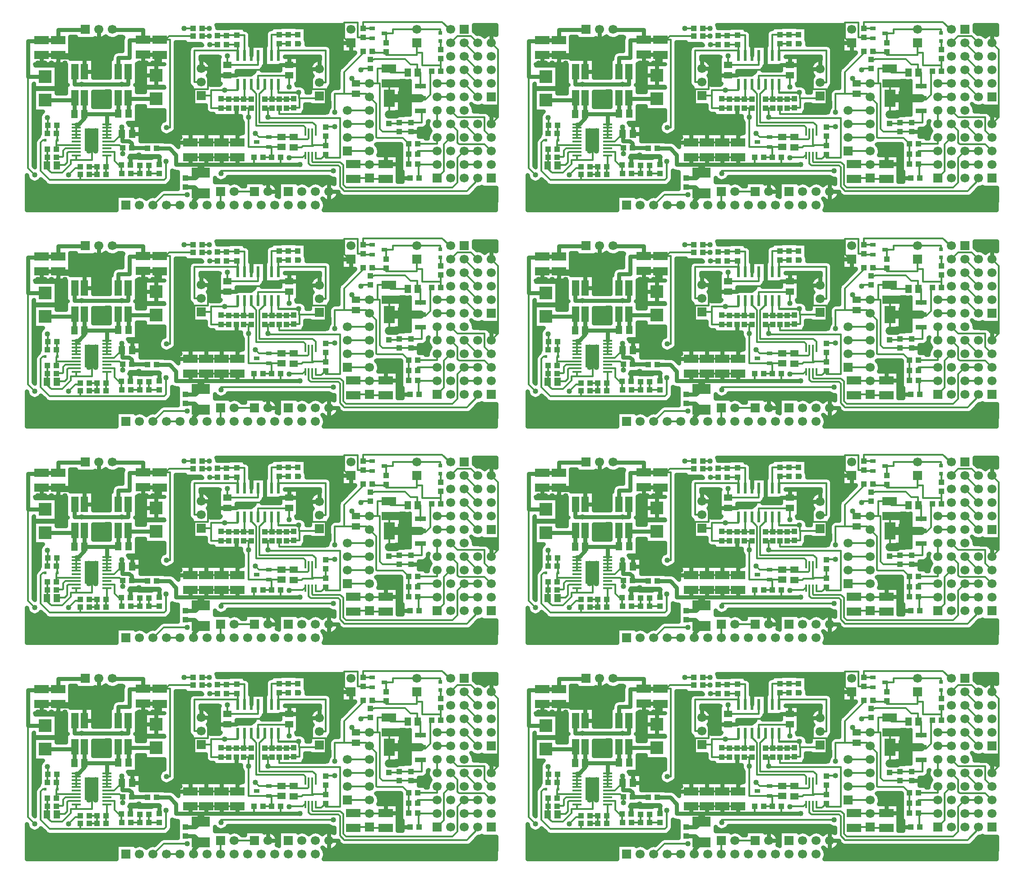
<source format=gbr>
G04 DipTrace 2.4.0.2*
%INTop.gbr*%
%MOIN*%
%ADD13C,0.013*%
%ADD14C,0.03*%
%ADD15C,0.05*%
%ADD16C,0.025*%
%ADD17C,0.06*%
%ADD18C,0.04*%
%ADD19R,0.0433X0.0394*%
%ADD20R,0.1063X0.063*%
%ADD21R,0.0512X0.0591*%
%ADD22R,0.0591X0.0512*%
%ADD23R,0.0394X0.0433*%
%ADD25R,0.0945X0.0945*%
%ADD27R,0.0236X0.0236*%
%ADD28R,0.0315X0.0315*%
%ADD29R,0.1339X0.0748*%
%ADD30R,0.0669X0.0669*%
%ADD31C,0.0669*%
%ADD33R,0.0413X0.0256*%
%ADD35R,0.0551X0.1181*%
%ADD36R,0.0709X0.0157*%
%ADD37R,0.0984X0.1654*%
%ADD38R,0.0846X0.0374*%
%ADD39R,0.0846X0.128*%
%ADD40R,0.0157X0.0551*%
%ADD41R,0.0236X0.0787*%
%FSLAX44Y44*%
G04*
G70*
G90*
G75*
G01*
%LNTop*%
%LPD*%
X23359Y8503D2*
D13*
Y7940D1*
D14*
X21396D1*
D13*
Y8503D1*
X31128Y6878D2*
X30003D1*
X29940Y6940D1*
X28815D1*
X28753Y6878D1*
X24815Y7940D2*
D14*
X23359D1*
X29999Y15064D2*
D13*
X29408D1*
X29297Y14954D1*
X14197Y9144D2*
D14*
X15173D1*
X15653Y8664D1*
Y7940D1*
X16752D1*
X17301D1*
X17861D1*
X19019D1*
X20161D1*
X21396D1*
X16690Y8491D2*
D13*
X17861D1*
X19013D1*
X19019Y8497D1*
X20170D1*
D14*
X20161D1*
Y7940D1*
X17464Y7346D2*
D15*
Y7777D1*
D13*
X17301Y7940D1*
X16342Y6942D2*
D14*
X17060D1*
X17464Y7346D1*
X19019Y8497D2*
Y7940D1*
X17861Y8491D2*
Y7940D1*
X16690Y8491D2*
Y8002D1*
X16752Y7940D1*
X5706Y17165D2*
X6926Y17161D1*
X5985Y14454D2*
X4690D1*
Y17093D1*
X5634D1*
X5706Y17165D1*
X4690Y14454D2*
D13*
Y7690D1*
X5190Y7190D1*
X7690D2*
X8190Y7690D1*
X8474D1*
X8580Y7797D1*
X6926Y17161D2*
D14*
Y17926D1*
X8926D1*
X8940Y17940D1*
X16253Y18025D2*
D13*
X16883D1*
X16893Y18035D1*
X28940Y13190D2*
X28065D1*
Y14797D1*
X29462Y16194D1*
Y16312D1*
X28065Y13190D2*
X27381D1*
Y11816D1*
Y10753D2*
X26711D1*
X26693Y10735D1*
X28940Y13190D2*
X29690D1*
X29940Y12940D1*
X32838Y9472D2*
Y8714D1*
X32833Y8003D2*
Y8714D1*
X32838D1*
X29940Y12940D2*
X30440Y12440D1*
Y9960D1*
X30495Y9905D1*
X32405D1*
X32838Y9472D1*
X13940Y4940D2*
X13966D1*
X14747Y5722D1*
X16460D1*
X18960Y7296D2*
Y7493D1*
X27257D1*
X13206Y17189D2*
D14*
X14406D1*
D13*
X14424Y17171D1*
X11388Y14815D2*
D14*
Y15840D1*
X12190D1*
Y17158D1*
X13175D1*
D13*
X13206Y17189D1*
X5988Y9743D2*
X5809D1*
X5641Y9576D1*
Y7489D1*
X6317Y6813D1*
X8576D1*
X14759D1*
X14895Y6950D1*
Y8192D1*
X14924Y10690D2*
X15190D1*
Y17171D1*
X14424D1*
X8576Y7233D2*
Y6813D1*
X13206Y17189D2*
D14*
Y17926D1*
X10954D1*
X10940Y17940D1*
X14424Y17171D2*
D13*
X14867D1*
X15141Y17444D1*
X16893D1*
X35940Y16940D2*
X36440Y17440D1*
X37440D1*
X37940Y16940D1*
X36940D2*
X37940Y15940D1*
X36940D2*
X37940Y14940D1*
X36940D2*
X37940Y13940D1*
X36940D2*
X37940Y12940D1*
X35940Y11940D2*
X36440Y11440D1*
X38440D1*
Y10440D1*
X38940Y9940D1*
Y8940D2*
X38440Y9440D1*
X36560D1*
X36440Y9560D1*
Y10440D1*
X35940Y10940D1*
X36940D2*
X37940Y9940D1*
X25193Y8628D2*
X25128D1*
X25003Y8503D1*
X24065D1*
X24003Y8440D1*
X21192Y13879D2*
Y13578D1*
X21568Y13203D1*
Y10816D1*
X25068D1*
X25193Y10691D1*
Y10360D1*
X25961D2*
Y10847D1*
X25742Y11066D1*
X21818D1*
Y13192D1*
X22193Y13567D1*
Y13878D1*
X22192Y13879D1*
X10546Y9393D2*
X11488D1*
X11690Y9190D1*
Y8767D1*
X32128Y10373D2*
X32984D1*
X33003Y10391D1*
X31378Y15044D2*
X31509D1*
Y14767D1*
X32759D1*
X32940Y6940D2*
X32128D1*
X32003Y7065D1*
Y7905D1*
X31905Y8003D1*
X31150D1*
X31128Y7980D1*
X30141Y17287D2*
X29560D1*
X29481Y17365D1*
X31378Y15044D2*
X30554D1*
Y13940D1*
X30692D1*
Y10594D1*
X30913Y10373D1*
X32128D1*
X38940Y16940D2*
X39440Y16440D1*
Y11440D1*
X38940Y10940D1*
X29481Y17365D2*
X29065D1*
Y18442D1*
X28065D1*
Y17315D1*
X28440Y16940D1*
X28565D1*
X25449Y10360D2*
Y9884D1*
X25380Y9816D1*
X24498D1*
X24330Y9983D1*
X22505Y10001D2*
X23432D1*
Y9999D1*
X24314D1*
X24330Y9983D1*
X23993Y15314D2*
X22257D1*
X22193Y15379D1*
Y16004D1*
X22192Y16005D1*
X19447Y14566D2*
X20192D1*
X20567Y14941D1*
X21943D1*
X22257Y15256D1*
Y15314D1*
X21192Y16005D2*
Y17504D1*
X22192D1*
Y16005D1*
X23278Y12129D2*
Y11691D1*
X26693D1*
Y13511D1*
X25693D1*
Y15036D1*
X26224D1*
X17489Y15040D2*
X18005D1*
Y13523D1*
X17005D1*
Y11628D1*
X20380D1*
X20101D1*
Y12129D1*
X19447Y14566D2*
Y14441D1*
X18942D1*
X18344Y15040D1*
X17489D1*
X23993Y15314D2*
X25070D1*
X25348Y15036D1*
X26224D1*
X22505Y10001D2*
X21757D1*
X21505Y10253D1*
X20380D2*
Y11628D1*
X29940Y7940D2*
X28793D1*
X28753Y7980D1*
X29940Y7940D2*
X31088D1*
X31128Y7980D1*
X28940Y13938D2*
X29938D1*
X29940Y13940D1*
X30554D1*
X28940Y13938D2*
Y14003D1*
X28628Y14315D1*
X14940Y4940D2*
X15940D1*
X6151Y9087D2*
Y8514D1*
X6139Y8502D1*
Y7864D1*
X6100Y7903D1*
Y7669D1*
X6423Y7346D1*
X7237D1*
X7868Y7976D1*
Y8273D1*
X8262D1*
X9440D1*
Y8940D1*
Y9740D1*
X9404Y9777D1*
X8262Y8625D2*
Y8273D1*
X13206Y16086D2*
D14*
X14406D1*
D13*
X14424Y16068D1*
X8863Y14823D2*
D14*
Y15881D1*
X6926D1*
D13*
Y16058D1*
X5706Y16062D2*
D14*
X6926D1*
Y16058D1*
X14177Y14539D2*
Y15822D1*
D13*
X14424Y16068D1*
X14396Y7950D2*
Y8655D1*
X12919D1*
X12283D1*
Y7917D1*
X8863Y15881D2*
X9964D1*
Y17917D1*
X9940Y17940D1*
X13172Y10210D2*
X13163Y10220D1*
X12395D1*
X9190Y8940D2*
X9690D1*
X9190Y9440D2*
X9690D1*
X9190Y9940D2*
X9690D1*
X9190Y10440D2*
X9690D1*
X9190D2*
Y9940D1*
Y9440D1*
Y8940D1*
X9440D1*
X16690Y9594D2*
X17861D1*
X19013D1*
X19019Y9600D1*
X20170D1*
X30141Y18035D2*
X29481D1*
X35940Y17940D2*
X35878D1*
X35315Y18503D1*
X29481D1*
Y18035D1*
X31407Y12841D2*
Y11696D1*
X31378Y11667D1*
X31407Y12841D2*
Y13913D1*
X31378Y13942D1*
X33690Y12841D2*
Y12798D1*
X34107D1*
X34440Y13131D1*
Y14846D1*
X34531D1*
X31407Y12841D2*
X33690D1*
X36940Y8940D2*
X37940D1*
X36940D2*
X36440Y8440D1*
Y6627D1*
X36066Y6253D1*
X28212D1*
X28003Y6462D1*
Y7909D1*
X27784Y8128D1*
X25737D1*
X25690Y8174D1*
Y8614D1*
X25705Y8628D1*
X12302Y7275D2*
X12972D1*
X12980Y7283D1*
X12982Y7900D2*
Y7285D1*
X12126Y11720D2*
D14*
Y12857D1*
D13*
X12097Y12886D1*
X14177Y12807D2*
D14*
X12176D1*
D13*
X12097Y12886D1*
X8126Y11702D2*
D14*
Y12865D1*
D13*
X8155Y12894D1*
X5985Y12722D2*
D14*
X7983D1*
D13*
X8155Y12894D1*
X8262Y8881D2*
X7697D1*
X7620Y8804D1*
Y8119D1*
X7431Y7931D1*
X6875D1*
X6848Y7903D1*
X10546Y8881D2*
X11115D1*
Y8212D1*
X11420Y7907D1*
X11644D1*
Y7947D1*
X11614Y7917D1*
Y7293D1*
X11632Y7275D1*
X8262Y9137D2*
X7469D1*
X7313Y8981D1*
Y8556D1*
X7278Y8521D1*
X6827D1*
X6808Y8502D1*
X10472Y7233D2*
X10473Y7802D1*
X10546Y8625D2*
Y7875D1*
X10473Y7802D1*
X9249Y7797D2*
X9798D1*
X9803Y7802D1*
X9245Y7233D2*
X9803D1*
Y7802D1*
X31378Y10998D2*
X32128D1*
Y11042D1*
X32984D1*
X33003Y11060D1*
X33815D1*
Y11810D1*
X33690Y11935D1*
X33440Y17940D2*
X31686D1*
Y17661D1*
X31264D1*
X31046D1*
X31165Y16942D2*
Y17561D1*
X31264Y17661D1*
X35180Y17690D2*
Y17936D1*
X35161Y17956D1*
X33456D1*
X33440Y17940D1*
X26693Y10066D2*
Y9360D1*
X25705Y10360D2*
Y9378D1*
X26756D1*
X26774Y9360D1*
X26693D1*
X24330Y9235D2*
X24925D1*
X25005Y9316D1*
X25767D1*
X25705Y9378D1*
X35200Y14846D2*
Y15279D1*
X33852D1*
Y16204D1*
X33440D1*
Y16940D1*
X30131Y16312D2*
X30298D1*
Y16233D1*
X31165D1*
X31184D1*
Y16037D1*
X33440D1*
Y16940D1*
X35190Y15781D2*
X35200Y15279D1*
X31165Y16273D2*
Y16233D1*
X20692Y13879D2*
Y12816D1*
X20615D1*
Y12798D1*
X20636D1*
X20101D2*
X20615D1*
X20101D2*
X19538D1*
X18983D1*
X18976Y12804D1*
X21200Y12798D2*
X20646D1*
X20615Y12816D1*
X22692Y13879D2*
Y12813D1*
X22707Y12798D1*
X22736D1*
X23278D1*
X23809D1*
X24338D1*
X24348Y12808D1*
X22192Y12798D2*
X22707D1*
X20692Y16005D2*
Y17504D1*
X20130D1*
X19398D1*
X19380Y17486D1*
X18692D1*
X23943Y17567D2*
X23273D1*
X23255Y17548D1*
X22711D1*
X22693Y17567D1*
Y16005D1*
X22692D1*
X24630Y17548D2*
X23961D1*
X23943Y17567D1*
X29940Y8940D2*
X28319D1*
X28318Y8941D1*
Y9941D2*
X29940D1*
Y9940D1*
Y10940D2*
X28319D1*
X28318Y10941D1*
Y11941D2*
X29940D1*
Y11940D1*
X34940Y7940D2*
X33565D1*
X33503Y8003D1*
X33609Y6940D2*
X33565D1*
Y7940D1*
X34940Y8940D2*
X33507D1*
Y8714D1*
Y9472D2*
X34940D1*
Y9940D1*
Y10940D2*
Y11940D1*
X21440Y5940D2*
X19940D1*
X18940D2*
Y4940D1*
X13652Y7900D2*
Y7285D1*
X13650Y7283D1*
X14394D1*
X14396Y7281D1*
X35190Y16450D2*
Y17090D1*
X35180Y17100D1*
X21692Y13879D2*
Y14504D1*
X23930D1*
X23993Y14566D1*
X17562Y18035D2*
X18113D1*
X23993Y13692D2*
Y14566D1*
X19447Y15314D2*
X21692D1*
Y16005D1*
X19447Y15314D2*
Y15983D1*
X19436Y15972D1*
X18113Y17444D2*
X17562D1*
X33507Y14767D2*
X33694D1*
Y13625D1*
X33573Y13746D1*
X33690D1*
X29999Y15733D2*
X30273D1*
X30291Y15751D1*
X32572D1*
X32956Y15367D1*
X33468D1*
Y14767D1*
X33507D1*
X6828Y10854D2*
Y10282D1*
X6814Y10268D1*
X6855Y9743D2*
Y10227D1*
X6814Y10268D1*
X6820Y9087D2*
Y9393D1*
Y9709D1*
X6855Y9743D1*
X8262Y9393D2*
X6820D1*
X6145Y10268D2*
Y10840D1*
X6159Y10854D1*
X12097Y14815D2*
D14*
Y13881D1*
X11623D1*
X8674D1*
X8133D1*
Y14801D1*
D13*
X8155Y14823D1*
X10546Y9649D2*
X11076D1*
X11647Y10220D1*
D14*
X11686D1*
Y9688D1*
X12178D1*
X12359Y9507D1*
Y9190D1*
X13528D1*
Y9144D1*
X11647Y10220D2*
X11623Y10729D1*
X6159Y10854D2*
D13*
Y11407D1*
X6135Y11430D1*
X25961Y8628D2*
Y8378D1*
X26381D1*
X26693Y8691D1*
X22065Y8503D2*
X22690D1*
Y9253D1*
X22505D1*
X23432D1*
Y9251D1*
X22505Y9253D2*
X21003D1*
Y11441D1*
Y12129D1*
X20636D1*
X26693Y8691D2*
Y8440D1*
X27756D1*
Y11378D1*
X22505D1*
X22440Y11443D1*
Y12129D1*
X22736D1*
X21200D2*
X20636D1*
X22192D2*
X22735D1*
X22736D1*
X25449Y8628D2*
Y8022D1*
X25593Y7878D1*
X27631D1*
X27756Y7753D1*
Y6325D1*
X28078Y6003D1*
X37128D1*
X37940Y6815D1*
Y6940D1*
X36940Y7940D2*
X37940D1*
X8262Y9905D2*
Y10160D1*
Y10416D1*
Y10672D1*
Y10928D1*
X10546Y9905D2*
Y10160D1*
Y10416D1*
Y10672D1*
Y10928D1*
X8874Y11702D2*
D14*
Y11374D1*
X8428Y10928D1*
X8262D1*
X8874Y11702D2*
Y12882D1*
D13*
X8863Y12894D1*
X11378Y11720D2*
D14*
Y12875D1*
D13*
X11388Y12886D1*
X8874Y11702D2*
D14*
X10546D1*
X11360D1*
D13*
X11378Y11720D1*
X10546Y10928D2*
D14*
Y11702D1*
X16940Y4940D2*
Y5287D1*
X17464Y5810D1*
X16342Y6273D2*
X17001D1*
X17464Y5810D1*
X19538Y12129D2*
D13*
X18983D1*
X18976Y12135D1*
X18253D1*
Y13040D1*
Y13441D1*
X20192D1*
Y13879D1*
X17489Y13040D2*
X18253D1*
X18692Y16817D2*
X18130D1*
X19235Y13468D2*
X20192D1*
Y13879D1*
Y16005D2*
Y16772D1*
X20130Y16835D1*
X19398D1*
X19380Y16817D1*
X17489Y14040D2*
X17003D1*
Y16373D1*
X20192D1*
Y16005D1*
X23809Y12129D2*
X24338D1*
X24348Y12139D1*
X24757D1*
Y12850D1*
X24737D1*
Y13251D1*
X23192D1*
Y13879D1*
X24757Y12850D2*
X26038D1*
X26224Y13036D1*
X24630Y16879D2*
X24718D1*
Y13271D2*
X23192D1*
Y13879D1*
Y16005D2*
Y16816D1*
X23255Y16879D1*
X23925D1*
X23943Y16897D1*
X26224Y14036D2*
X26693D1*
Y16393D1*
X23192D1*
Y16005D1*
X34940Y13940D2*
X35940D1*
Y9940D2*
X35440Y9440D1*
Y7440D1*
X34940Y6940D1*
Y12940D2*
X35940D1*
D18*
X24815Y7940D3*
X29297Y14954D3*
X5190Y7190D3*
X7690D3*
X16253Y18025D3*
X27381Y11816D3*
Y10753D3*
X16460Y5722D3*
X18960Y7296D3*
X27257Y7493D3*
X14895Y8192D3*
X14924Y10690D3*
X24003Y8440D3*
X11690Y8767D3*
X21505Y10253D3*
X20380D3*
X28628Y14315D3*
X13172Y10210D3*
X12919Y8655D3*
X18113Y18035D3*
X23993Y13692D3*
X19436Y15972D3*
X18113Y17444D3*
X11623Y10729D3*
Y13881D3*
X6135Y11430D3*
X8674Y13881D3*
X21003Y11441D3*
X22440Y11443D3*
X18130Y16817D3*
X19235Y13468D3*
X24718Y16879D3*
Y13271D3*
X9190Y10440D3*
Y9940D3*
X15940Y16940D3*
Y16440D3*
Y15940D3*
Y15440D3*
Y14940D3*
Y14440D3*
Y13940D3*
Y13440D3*
Y12940D3*
Y12440D3*
Y11940D3*
Y11440D3*
Y10940D3*
Y10440D3*
Y9940D3*
X9690Y13190D3*
X5190Y6190D3*
X5690D3*
X9190Y9440D3*
Y8940D3*
X9690Y10440D3*
Y9940D3*
Y9440D3*
Y8940D3*
X7940Y16940D3*
X8440D3*
X8940D3*
X9440D3*
X32256Y13864D3*
Y13364D3*
Y12864D3*
Y12364D3*
X32819Y13864D3*
Y13364D3*
Y12864D3*
Y12364D3*
X32256Y11864D3*
X32819D3*
X31381Y13114D3*
Y12614D3*
X9940Y16940D3*
X10440D3*
X10940D3*
X11440D3*
X10190Y13190D3*
X10690D3*
X6190Y6190D3*
X6690D3*
X7190D3*
X7690D3*
X8190D3*
X8690D3*
X9190D3*
X9690D3*
X10190D3*
X10690D3*
X11190D3*
X9690Y12690D3*
X12190Y6190D3*
X12690D3*
X13190D3*
X13690D3*
X14190D3*
X14690D3*
X10190Y12690D3*
X10690D3*
X5440Y15440D3*
X5940D3*
X6440D3*
X6940D3*
X7440D3*
X12940D3*
X13440D3*
X13940D3*
X14440D3*
X13690Y11690D3*
Y11190D3*
Y10690D3*
Y10190D3*
X32268Y13907D2*
D16*
X32906D1*
X32268Y13658D2*
X32906D1*
X32268Y13410D2*
X32906D1*
X32190Y13161D2*
X32906D1*
X32190Y12912D2*
X32906D1*
X32190Y12664D2*
X32906D1*
X32190Y12415D2*
X32906D1*
X32190Y12166D2*
X32906D1*
X32190Y11918D2*
X32906D1*
X31936Y11669D2*
X32906D1*
X32932Y14137D2*
X32916Y14141D1*
X32932Y14099D1*
Y14134D1*
X32244Y14137D1*
Y13292D1*
X32165Y13291D1*
Y11866D1*
X31909D1*
X31910Y11593D1*
X32475Y11594D1*
X32471Y11612D1*
X32936D1*
X32932Y12163D1*
X32936Y12457D1*
X32932Y12569D1*
Y14099D1*
X31378Y13942D2*
D17*
X32244D1*
X31378Y11667D2*
X31909D1*
X32932Y12841D2*
X33690D1*
X31407D2*
X32164D1*
X20719Y17991D2*
D14*
X22623D1*
X25218D2*
X27840D1*
X37668D2*
X39261D1*
X21104Y17693D2*
X22254D1*
X25218D2*
X27885D1*
X37820D2*
X39261D1*
X7850Y17394D2*
X8212D1*
X11401D2*
X11706D1*
X21149D2*
X22238D1*
X25218D2*
X27840D1*
X7850Y17095D2*
X11649D1*
X21149D2*
X22238D1*
X25267D2*
X27840D1*
X7850Y16797D2*
X11649D1*
X15646D2*
X16919D1*
X21149D2*
X22238D1*
X26862D2*
X27840D1*
X7850Y16498D2*
X11649D1*
X15646D2*
X16566D1*
X27137D2*
X27840D1*
X7850Y16199D2*
X10993D1*
X15646D2*
X16545D1*
X27149D2*
X28832D1*
X7850Y15901D2*
X10849D1*
X15646D2*
X16545D1*
X17458D2*
X18760D1*
X24680D2*
X26236D1*
X27149D2*
X28533D1*
X9531Y15602D2*
X10722D1*
X15646D2*
X16545D1*
X17930D2*
X18760D1*
X24680D2*
X25789D1*
X27149D2*
X28238D1*
X5233Y15303D2*
X7486D1*
X9531D2*
X10722D1*
X12763D2*
X13314D1*
X15646D2*
X16545D1*
X18164D2*
X18760D1*
X24680D2*
X25551D1*
X27149D2*
X27938D1*
X6849Y15005D2*
X7486D1*
X9531D2*
X10722D1*
X12763D2*
X13314D1*
X15646D2*
X16545D1*
X18213D2*
X18760D1*
X22015D2*
X23304D1*
X24680D2*
X25498D1*
X27149D2*
X27663D1*
X6849Y14706D2*
X7486D1*
X9531D2*
X10722D1*
X12763D2*
X13314D1*
X15646D2*
X16545D1*
X18131D2*
X18760D1*
X20132D2*
X21286D1*
X24680D2*
X25580D1*
X27149D2*
X27610D1*
X6849Y14407D2*
X7486D1*
X9531D2*
X10722D1*
X12763D2*
X13314D1*
X15646D2*
X16545D1*
X18111D2*
X18760D1*
X24680D2*
X25605D1*
X27149D2*
X27610D1*
X6849Y14109D2*
X7486D1*
X12763D2*
X13314D1*
X15646D2*
X16545D1*
X18213D2*
X18760D1*
X24680D2*
X25502D1*
X27149D2*
X27610D1*
X6849Y13810D2*
X7486D1*
X12763D2*
X13314D1*
X15646D2*
X16615D1*
X24906D2*
X25535D1*
X27084D2*
X27610D1*
X6849Y13511D2*
X7486D1*
X12763D2*
X13314D1*
X15646D2*
X16763D1*
X25255D2*
X25498D1*
X9531Y13212D2*
X10722D1*
X15646D2*
X16763D1*
X9531Y12914D2*
X10722D1*
X15646D2*
X16763D1*
X9531Y12615D2*
X10722D1*
X15646D2*
X16763D1*
X9531Y12316D2*
X10722D1*
X15646D2*
X17796D1*
X25214D2*
X26925D1*
X12775Y12018D2*
X13314D1*
X15646D2*
X17813D1*
X25197D2*
X26827D1*
X37664D2*
X39261D1*
X5147Y11719D2*
X5624D1*
X12775D2*
X14733D1*
X15646D2*
X18128D1*
X38792D2*
X39261D1*
X5147Y11420D2*
X5542D1*
X12775D2*
X14733D1*
X15646D2*
X20413D1*
X5147Y11122D2*
X5551D1*
X12775D2*
X14536D1*
X15646D2*
X20511D1*
X5147Y10823D2*
X5538D1*
X13042D2*
X14347D1*
X15646D2*
X20544D1*
X5147Y10524D2*
X5538D1*
X13042D2*
X14360D1*
X15613D2*
X20544D1*
X33592D2*
X34352D1*
X5147Y10226D2*
X5538D1*
X13042D2*
X14577D1*
X15269D2*
X15766D1*
X33592D2*
X34274D1*
X5147Y9927D2*
X5358D1*
X13042D2*
X15766D1*
X15367Y9628D2*
X15766D1*
X30549Y9330D2*
X32228D1*
X30660Y9031D2*
X32228D1*
X30635Y8732D2*
X32228D1*
X32050Y8433D2*
X32222D1*
X32050Y8135D2*
X32222D1*
X32050Y7836D2*
X32222D1*
X32050Y7537D2*
X32222D1*
X15351Y7239D2*
X15754D1*
X32050D2*
X32330D1*
X15351Y6940D2*
X15754D1*
X19423D2*
X27130D1*
X32050D2*
X32330D1*
X4620Y6641D2*
X5038D1*
X5340D2*
X5854D1*
X15219D2*
X15754D1*
X18525D2*
X27298D1*
X4620Y6343D2*
X15754D1*
X23040D2*
X23214D1*
X4620Y6044D2*
X14438D1*
X37804D2*
X39261D1*
X4620Y5745D2*
X14138D1*
X37504D2*
X39261D1*
X4620Y5447D2*
X11214D1*
X27461D2*
X39261D1*
X4620Y5148D2*
X11214D1*
X26637D2*
X39261D1*
X4620Y4849D2*
X11214D1*
X26661D2*
X39261D1*
X15823Y10271D2*
X18125D1*
X18152Y10277D1*
X20575D1*
X20576Y11078D1*
X20530Y11136D1*
X20473Y11254D1*
X20444Y11382D1*
X20445Y11512D1*
X20450Y11550D1*
X18979Y11554D1*
X18417Y11556D1*
Y11708D1*
X18253D1*
X18123Y11728D1*
X18006Y11786D1*
X17912Y11877D1*
X17850Y11992D1*
X17826Y12135D1*
Y12344D1*
X16792Y12343D1*
Y13668D1*
X16672Y13771D1*
X16606Y13884D1*
X16576Y14040D1*
Y16373D1*
X16596Y16502D1*
X16654Y16619D1*
X16745Y16713D1*
X16860Y16776D1*
X17003Y16800D1*
X17565D1*
X17485Y16885D1*
X16984Y16889D1*
X16553Y16885D1*
X16314D1*
Y17021D1*
X15617Y17017D1*
Y10690D1*
X15597Y10561D1*
X15539Y10444D1*
X15448Y10350D1*
X15343Y10292D1*
X15145Y10173D1*
X15019Y10136D1*
X14889Y10129D1*
X14760Y10153D1*
X14640Y10205D1*
X14535Y10284D1*
X14452Y10385D1*
X14394Y10503D1*
X14366Y10631D1*
X14367Y10762D1*
X14399Y10889D1*
X14459Y11005D1*
X14544Y11104D1*
X14650Y11181D1*
X14760Y11226D1*
X14763Y11974D1*
X13343Y11972D1*
Y12296D1*
X12746Y12295D1*
X12744Y11062D1*
X12075D1*
X12130Y10972D1*
X12163Y10875D1*
X12564Y10877D1*
X13013D1*
Y9702D1*
X14106Y9698D1*
X14537Y9702D1*
X14775D1*
Y9657D1*
X15173Y9656D1*
X15303Y9639D1*
X15425Y9590D1*
X15536Y9506D1*
X15799Y9242D1*
X15797Y9547D1*
Y10271D1*
X15823D1*
X12169Y8475D2*
X12193Y8471D1*
X12282Y8475D1*
X12862D1*
Y8458D1*
X13561Y8455D1*
X13840Y8459D1*
X13837Y8529D1*
X14445D1*
X14382Y8585D1*
X13618Y8589D1*
X13187Y8585D1*
X12949D1*
Y8679D1*
X12938Y8631D1*
X12232D1*
X12192Y8514D1*
X12167Y8476D1*
X12204Y8475D1*
X13531Y15409D2*
X12734D1*
Y13862D1*
X12607D1*
X12640Y13838D1*
X12734D1*
Y13317D1*
X13344Y13319D1*
X13343Y13641D1*
X14766D1*
X14749Y13705D1*
X13343D1*
Y15373D1*
X14763D1*
X14740Y15391D1*
X13530D1*
Y15410D1*
X18952Y18064D2*
X19571D1*
Y18083D1*
X20689D1*
X20692Y17931D1*
X20822Y17911D1*
X20939Y17853D1*
X21033Y17762D1*
X21095Y17647D1*
X21119Y17504D1*
Y16762D1*
X21172Y16756D1*
X21290Y16760D1*
X22266D1*
Y17567D1*
X22286Y17696D1*
X22344Y17813D1*
X22435Y17907D1*
X22550Y17969D1*
X22682Y17993D1*
X22696Y18020D1*
Y18127D1*
X23381D1*
X23384Y18145D1*
X24502D1*
Y18125D1*
X25189Y18127D1*
Y17183D1*
X25225Y17121D1*
X25267Y16997D1*
X25280Y16879D1*
X25273Y16818D1*
X26693Y16820D1*
X26822Y16800D1*
X26939Y16742D1*
X27033Y16651D1*
X27095Y16536D1*
X27120Y16393D1*
Y14036D1*
X27100Y13907D1*
X27042Y13790D1*
X26959Y13703D1*
X26921Y13602D1*
Y12340D1*
X25527D1*
Y12426D1*
X25181Y12423D1*
X25184Y12139D1*
X25164Y12010D1*
X25114Y11905D1*
X25023Y11806D1*
X26815Y11805D1*
X26823Y11887D1*
X26855Y12015D1*
X26915Y12131D1*
X26955Y12177D1*
X26954Y13190D1*
X26974Y13319D1*
X27032Y13436D1*
X27123Y13530D1*
X27238Y13592D1*
X27381Y13617D1*
X27639D1*
X27638Y14797D1*
X27658Y14927D1*
X27719Y15047D1*
X27856Y15192D1*
X28886Y16222D1*
X28868Y16244D1*
X27869D1*
Y17637D1*
X27938D1*
X27903Y17724D1*
X27874Y17852D1*
X27870Y17983D1*
X27890Y18112D1*
X27934Y18235D1*
X27965Y18288D1*
X22905Y18290D1*
X18611D1*
X18663Y18153D1*
X18672Y18068D1*
X19251Y18064D1*
Y18060D1*
X7819Y17415D2*
X7815Y16484D1*
X7819Y16394D1*
Y15775D1*
X8792Y15771D1*
X8882Y15775D1*
X9501D1*
Y14393D1*
X10753D1*
X10751Y15767D1*
X10878D1*
X10876Y15840D1*
X10893Y15970D1*
X10942Y16091D1*
X11020Y16196D1*
X11122Y16277D1*
X11242Y16330D1*
X11388Y16352D1*
X11679D1*
X11678Y17158D1*
X11695Y17288D1*
X11738Y17398D1*
X11631Y17414D1*
X11397D1*
X11237Y17310D1*
X11114Y17266D1*
X10985Y17245D1*
X10854Y17249D1*
X10726Y17277D1*
X10605Y17329D1*
X10497Y17403D1*
X10442Y17458D1*
X10350Y17377D1*
X10237Y17310D1*
X10114Y17266D1*
X9985Y17245D1*
X9854Y17249D1*
X9726Y17277D1*
X9637Y17313D1*
Y17244D1*
X8244D1*
Y17412D1*
X7823Y17414D1*
X7517Y15381D2*
X5201Y15386D1*
X5281Y15289D1*
X6819D1*
Y13620D1*
X5150D1*
Y13944D1*
X5117Y13929D1*
Y7864D1*
X5215Y7769D1*
X5214Y9576D1*
X5234Y9705D1*
X5295Y9825D1*
X5432Y9971D1*
X5508Y10051D1*
Y10224D1*
X5570D1*
X5566Y10628D1*
Y10827D1*
X5579D1*
X5576Y11371D1*
X5578Y11502D1*
X5609Y11629D1*
X5669Y11745D1*
X5755Y11844D1*
X5818Y11890D1*
X5150Y11888D1*
Y13556D1*
X6819D1*
Y13232D1*
X7514Y13234D1*
X7517Y13846D1*
X7622Y13847D1*
Y13868D1*
X7517Y13870D1*
Y15383D1*
X20104Y14888D2*
X20106Y14634D1*
X20672Y14630D1*
X21106Y14634D1*
X21172Y14630D1*
X21335Y14738D1*
X21438Y14846D1*
X21430Y14887D1*
X20104Y14882D1*
X20100Y14696D1*
X20212Y14634D1*
X21172D1*
X18944Y13948D2*
X18790D1*
Y15932D1*
X18876D1*
X18749Y15946D1*
X17432D1*
X17434Y15735D1*
X17565Y15732D1*
X17694Y15706D1*
X17815Y15656D1*
X17924Y15584D1*
X18018Y15493D1*
X18094Y15385D1*
X18148Y15266D1*
X18178Y15139D1*
X18185Y15014D1*
X18168Y14884D1*
X18127Y14759D1*
X18063Y14645D1*
X17973Y14539D1*
X18051Y14451D1*
X18118Y14339D1*
X18163Y14216D1*
X18186Y14040D1*
X18173Y13910D1*
X18158Y13858D1*
X18253Y13868D1*
X18839D1*
X18945Y13946D1*
X24650Y15184D2*
Y13948D1*
X24490D1*
X24542Y13807D1*
X24694Y13832D1*
X24825Y13823D1*
X24949Y13783D1*
X25062Y13715D1*
X25155Y13624D1*
X25225Y13513D1*
X25267Y13389D1*
X25282Y13277D1*
X25524D1*
X25527Y13733D1*
X25597D1*
X25562Y13820D1*
X25533Y13948D1*
X25529Y14079D1*
X25549Y14208D1*
X25593Y14331D1*
X25659Y14444D1*
X25738Y14534D1*
X25641Y14655D1*
X25580Y14771D1*
X25542Y14896D1*
X25527Y15026D1*
X25538Y15157D1*
X25572Y15283D1*
X25630Y15401D1*
X25709Y15505D1*
X25806Y15594D1*
X25918Y15662D1*
X26040Y15708D1*
X26169Y15731D1*
X26267D1*
X26266Y15968D1*
X23671Y15966D1*
X23677Y15932D1*
X24650D1*
X24649Y14696D1*
X23335Y14928D2*
X23339Y15184D1*
X23335Y15248D1*
X22712Y15253D1*
X22463Y15249D1*
X22114D1*
X22103Y15199D1*
X22049Y15080D1*
X21947Y14972D1*
X21955Y14931D1*
X23335Y14933D1*
Y15195D1*
X23172Y15249D1*
X22212Y15253D1*
X22111Y15249D1*
X22099Y15185D1*
X22041Y15068D1*
X21950Y14974D1*
X32019Y7555D2*
X32021Y6681D1*
X32358Y6680D1*
X32362Y6906D1*
Y7443D1*
X32255Y7444D1*
X32259Y9273D1*
X32258Y9448D1*
X32226Y9480D1*
X30491Y9478D1*
X30448Y9464D1*
X30421Y9439D1*
X30502Y9352D1*
X30569Y9239D1*
X30614Y9116D1*
X30637Y8940D1*
X30624Y8810D1*
X30575Y8658D1*
X32021Y8657D1*
X32020Y7303D1*
X18495Y6979D2*
Y6637D1*
X19637D1*
Y6567D1*
X19808Y6624D1*
X19938Y6637D1*
X20069Y6625D1*
X20195Y6589D1*
X20312Y6530D1*
X20415Y6450D1*
X20489Y6367D1*
X20740D1*
X20744Y6637D1*
X22137D1*
Y6567D1*
X22257Y6612D1*
X22386Y6635D1*
X22517Y6633D1*
X22645Y6606D1*
X22766Y6556D1*
X22876Y6484D1*
X22970Y6393D1*
X23045Y6286D1*
X23099Y6166D1*
X23130Y6039D1*
X23136Y5914D1*
X23119Y5784D1*
X23078Y5660D1*
X23062Y5626D1*
X23195Y5589D1*
X23242Y5565D1*
X23244Y6637D1*
X24637D1*
Y6567D1*
X24808Y6624D1*
X24938Y6637D1*
X25069Y6625D1*
X25195Y6589D1*
X25312Y6530D1*
X25440Y6422D1*
X25565Y6527D1*
X25682Y6587D1*
X25808Y6624D1*
X25938Y6637D1*
X26069Y6625D1*
X26195Y6589D1*
X26312Y6530D1*
X26440Y6422D1*
X26502Y6481D1*
X26611Y6554D1*
X26731Y6605D1*
X26860Y6632D1*
X26991Y6635D1*
X27120Y6613D1*
X27243Y6568D1*
X27329Y6518D1*
Y6936D1*
X27221Y6932D1*
X27092Y6956D1*
X26973Y7009D1*
X26898Y7065D1*
X19469Y7066D1*
X19389Y6934D1*
X19294Y6845D1*
X19180Y6780D1*
X19055Y6743D1*
X18924Y6736D1*
X18795Y6759D1*
X18675Y6812D1*
X18571Y6891D1*
X18495Y6982D1*
X37637Y18288D2*
Y17821D1*
X37742Y17742D1*
X37855Y17629D1*
X37938Y17637D1*
X38069Y17625D1*
X38195Y17589D1*
X38312Y17530D1*
X38440Y17422D1*
X38502Y17481D1*
X38611Y17554D1*
X38731Y17605D1*
X38860Y17632D1*
X38991Y17635D1*
X39120Y17613D1*
X39243Y17568D1*
X39290Y17543D1*
Y18289D1*
X37640Y18290D1*
X37423Y12440D2*
X37502Y12352D1*
X37569Y12239D1*
X37614Y12116D1*
X37637Y11940D1*
X37630Y11871D1*
X38440Y11867D1*
X38569Y11847D1*
X38686Y11789D1*
X38773Y11706D1*
X38834Y11629D1*
X38964Y11636D1*
X39094Y11620D1*
X39219Y11579D1*
X39290Y11543D1*
Y12244D1*
X38244D1*
Y12313D1*
X38114Y12266D1*
X37985Y12245D1*
X37854Y12249D1*
X37726Y12277D1*
X37605Y12329D1*
X37497Y12403D1*
X37442Y12458D1*
X39288Y6244D2*
X38244D1*
Y6313D1*
X38114Y6266D1*
X37972Y6245D1*
X37430Y5701D1*
X37324Y5624D1*
X37196Y5582D1*
X36996Y5576D1*
X28078D1*
X27949Y5596D1*
X27829Y5657D1*
X27684Y5794D1*
X27629Y5849D1*
X27613Y5759D1*
X27567Y5636D1*
X27499Y5524D1*
X27411Y5427D1*
X27306Y5348D1*
X27189Y5289D1*
X27063Y5254D1*
X26932Y5244D1*
X26802Y5257D1*
X26676Y5295D1*
X26560Y5356D1*
X26458Y5438D1*
X26440Y5456D1*
X26569Y5239D1*
X26614Y5116D1*
X26637Y4940D1*
X26624Y4810D1*
X26588Y4684D1*
X26541Y4593D1*
X28456Y4590D1*
X39287D1*
X39290Y5752D1*
Y6241D1*
X34248Y9897D2*
X34245Y9983D1*
X34265Y10112D1*
X34309Y10235D1*
X34376Y10348D1*
X34454Y10438D1*
X34330Y10604D1*
X34278Y10724D1*
X34249Y10852D1*
X34245Y10983D1*
X34265Y11112D1*
X34294Y11193D1*
X34242Y11154D1*
Y11060D1*
X34222Y10931D1*
X34164Y10814D1*
X34073Y10720D1*
X33958Y10658D1*
X33815Y10633D1*
X33562Y10628D1*
Y10030D1*
X34086Y10031D1*
Y9895D1*
X34241Y9899D1*
X11375Y5637D2*
X12637D1*
Y5567D1*
X12808Y5624D1*
X12938Y5637D1*
X13069Y5625D1*
X13195Y5589D1*
X13312Y5530D1*
X13440Y5422D1*
X13565Y5527D1*
X13682Y5587D1*
X13808Y5624D1*
X13938Y5637D1*
X14048Y5627D1*
X14445Y6024D1*
X14551Y6101D1*
X14679Y6142D1*
X14878Y6149D1*
X15785D1*
X15783Y6851D1*
Y7430D1*
X15653Y7428D1*
X15523Y7445D1*
X15413Y7488D1*
X15322Y7536D1*
Y6950D1*
X15302Y6821D1*
X15234Y6690D1*
X15060Y6511D1*
X14957Y6436D1*
X14832Y6393D1*
X14627Y6386D1*
X6317D1*
X6188Y6406D1*
X6068Y6467D1*
X5922Y6604D1*
X5653Y6874D1*
X5620Y6828D1*
X5524Y6738D1*
X5411Y6673D1*
X5285Y6636D1*
X5154Y6629D1*
X5026Y6653D1*
X4906Y6705D1*
X4801Y6784D1*
X4718Y6885D1*
X4660Y7003D1*
X4631Y7143D1*
X4590Y7187D1*
Y4591D1*
X11244Y4590D1*
Y5637D1*
X11375D1*
X9501Y13366D2*
Y12218D1*
X9924Y12214D1*
X10747D1*
X10751Y13114D1*
Y13373D1*
X10048Y13369D1*
X9502D1*
X16690Y10270D2*
Y9594D1*
X15797D2*
X16690D1*
X17861Y10270D2*
Y9594D1*
X19019Y10276D2*
Y9600D1*
X20170Y10276D2*
Y9600D1*
X12283Y8475D2*
Y7917D1*
X12395Y10876D2*
Y10220D1*
X13012D1*
X13206Y16086D2*
Y15410D1*
X14424Y16068D2*
Y15392D1*
X6926Y16058D2*
Y15382D1*
Y16058D2*
X7819D1*
X5706Y16062D2*
Y15386D1*
X18790Y14566D2*
X20104D1*
X23993Y15932D2*
Y15314D1*
X23336D2*
X24649D1*
X31128Y8656D2*
Y7980D1*
X32021D1*
X14177Y15373D2*
Y13705D1*
X13343Y14539D2*
X14177D1*
X22440Y6636D2*
Y5940D1*
X23136D1*
X38940Y11636D2*
Y10940D1*
Y17636D2*
Y16940D1*
X9940Y17940D2*
Y17244D1*
X17489Y15736D2*
Y15040D1*
X18185D1*
X26224Y15732D2*
Y15036D1*
X25528D2*
X26224D1*
X28565Y16940D2*
Y16244D1*
X27869Y16940D2*
X28565D1*
X26940Y6636D2*
Y5244D1*
Y5940D2*
X27636D1*
X14396Y8528D2*
Y7950D1*
X20101Y12129D2*
Y11551D1*
X33003Y10391D2*
X33561D1*
X32362Y6940D2*
X32940D1*
X8863Y15775D2*
Y14823D1*
X9500D1*
X22192Y16760D2*
Y15249D1*
X21192Y16760D2*
Y16005D1*
D19*
X9803Y7233D3*
X10472D3*
D20*
X16690Y8491D3*
Y9594D3*
X17861Y8491D3*
Y9594D3*
X19019Y8497D3*
Y9600D3*
X20170Y8497D3*
Y9600D3*
D19*
X11632Y7275D3*
X12302D3*
D21*
X6848Y7903D3*
X6100D3*
D19*
X11614Y7917D3*
X12283D3*
D21*
X11647Y10220D3*
X12395D3*
D22*
X24330Y9235D3*
Y9983D3*
X23432Y9251D3*
Y9999D3*
D20*
X13206Y16086D3*
Y17189D3*
X14424Y16068D3*
Y17171D3*
D21*
X8126Y11702D3*
X8874D3*
X11378Y11720D3*
X12126D3*
D23*
X19538Y12129D3*
Y12798D3*
X19380Y16817D3*
Y17486D3*
D20*
X6926Y17161D3*
Y16058D3*
X5706Y17165D3*
Y16062D3*
D23*
X23809Y12129D3*
Y12798D3*
X23943Y16897D3*
Y17567D3*
D21*
X33507Y14767D3*
X32759D3*
D20*
X31378Y13942D3*
Y15044D3*
D23*
X32128Y11042D3*
Y10373D3*
D22*
X19447Y14566D3*
Y15314D3*
X23993Y14566D3*
Y15314D3*
D20*
X28753Y6878D3*
Y7980D3*
X31128Y6878D3*
Y7980D3*
D22*
X28940Y13190D3*
Y13938D3*
D25*
X5985Y14454D3*
Y12722D3*
X14177Y14539D3*
Y12807D3*
D27*
X6855Y9743D3*
X5988D3*
D28*
X35180Y17690D3*
Y17100D3*
D29*
X17464Y5810D3*
Y7346D3*
D30*
X36940Y17940D3*
D31*
X35940D3*
X36940Y16940D3*
X35940D3*
X36940Y15940D3*
X35940D3*
X36940Y14940D3*
X35940D3*
X36940Y13940D3*
X35940D3*
X36940Y12940D3*
X35940D3*
X36940Y11940D3*
X35940D3*
X36940Y10940D3*
X35940D3*
X36940Y9940D3*
X35940D3*
X36940Y8940D3*
X35940D3*
X36940Y7940D3*
X35940D3*
X36940Y6940D3*
X35940D3*
D30*
X21440Y5940D3*
D31*
X22440D3*
D30*
X38940Y6940D3*
D31*
X37940D3*
X38940Y7940D3*
X37940D3*
X38940Y8940D3*
X37940D3*
X38940Y9940D3*
X37940D3*
X38940Y10940D3*
X37940D3*
D30*
X38940Y12940D3*
D31*
X37940D3*
X38940Y13940D3*
X37940D3*
X38940Y14940D3*
X37940D3*
X38940Y15940D3*
X37940D3*
X38940Y16940D3*
X37940D3*
D30*
X8940Y17940D3*
D31*
X9940D3*
X10940D3*
D30*
X17489Y13040D3*
D31*
Y14040D3*
Y15040D3*
D30*
X26224Y13036D3*
D31*
Y14036D3*
Y15036D3*
D30*
X33440Y16940D3*
D31*
Y17940D3*
D30*
X28565Y16940D3*
D31*
Y17940D3*
D30*
X28318Y8941D3*
D31*
Y9941D3*
Y10941D3*
Y11941D3*
D30*
X34940Y6940D3*
D31*
Y7940D3*
Y8940D3*
Y9940D3*
Y10940D3*
Y11940D3*
Y12940D3*
Y13940D3*
D30*
X29940Y6940D3*
D31*
Y7940D3*
Y8940D3*
Y9940D3*
Y10940D3*
Y11940D3*
Y12940D3*
Y13940D3*
D30*
X18940Y5940D3*
D31*
X19940D3*
D30*
X23940D3*
D31*
X24940D3*
X25940D3*
X26940D3*
D30*
X11940Y4940D3*
D31*
X12940D3*
X13940D3*
X14940D3*
X15940D3*
X16940D3*
X17940D3*
X18940D3*
X19940D3*
X20940D3*
X21940D3*
X22940D3*
X23940D3*
X24940D3*
X25940D3*
D33*
X30141Y18035D3*
Y17287D3*
X31046Y17661D3*
D19*
X9249Y7797D3*
X8580D3*
X9245Y7233D3*
X8576D3*
X10473Y7802D3*
X9803D3*
D23*
X14396Y7950D3*
Y7281D3*
D19*
X13652Y7900D3*
X12982D3*
X13650Y7283D3*
X12980D3*
X6139Y8502D3*
X6808D3*
X11690Y9190D3*
X12359D3*
X6151Y9087D3*
X6820D3*
X14197Y9144D3*
X13528D3*
X6145Y10268D3*
X6814D3*
X6159Y10854D3*
X6828D3*
X22690Y8503D3*
X23359D3*
X22065D3*
X21396D3*
D23*
X26693Y10066D3*
Y10735D3*
Y8691D3*
Y9360D3*
X20101Y12129D3*
Y12798D3*
X21200Y12129D3*
Y12798D3*
X18976Y12804D3*
Y12135D3*
X20130Y17504D3*
Y16835D3*
X20636Y12129D3*
Y12798D3*
X18692Y16817D3*
Y17486D3*
X23278Y12129D3*
Y12798D3*
X22192Y12129D3*
Y12798D3*
X24348Y12808D3*
Y12139D3*
X23255Y17548D3*
Y16879D3*
X22736Y12129D3*
Y12798D3*
X24630Y16879D3*
Y17548D3*
X29999Y15064D3*
Y15733D3*
D19*
X29462Y16312D3*
X30131D3*
X34531Y14846D3*
X35200D3*
D23*
X33003Y10391D3*
Y11060D3*
X31378Y10998D3*
Y11667D3*
X29481Y18035D3*
Y17365D3*
D19*
X17562Y17444D3*
X16893D3*
Y18035D3*
X17562D3*
X32940Y6940D3*
X33609D3*
X33503Y8003D3*
X32833D3*
D23*
X16342Y6273D3*
Y6942D3*
D19*
X33507Y8714D3*
X32838D3*
X33507Y9472D3*
X32838D3*
D23*
X31165Y16273D3*
Y16942D3*
X35190Y15781D3*
Y16450D3*
D35*
X8155Y12894D3*
X8863D3*
Y14823D3*
X8155D3*
X11388Y12886D3*
X12097D3*
Y14815D3*
X11388D3*
D36*
X10546Y8625D3*
Y8881D3*
Y9137D3*
Y9393D3*
Y9649D3*
Y9905D3*
Y10160D3*
Y10416D3*
Y10672D3*
Y10928D3*
X8262D3*
Y10672D3*
Y10416D3*
Y10160D3*
Y9905D3*
Y9649D3*
Y9393D3*
Y9137D3*
Y8881D3*
Y8625D3*
D37*
X9404Y9777D3*
D38*
X33690Y11935D3*
Y12841D3*
Y13746D3*
D39*
X31407Y12841D3*
D40*
X25193Y8628D3*
X25449D3*
X25705D3*
X25961D3*
Y10360D3*
X25705D3*
X25449D3*
X25193D3*
D33*
X22505Y9253D3*
Y10001D3*
X21600Y9627D3*
D41*
X20192Y13879D3*
X20692D3*
X21192D3*
X21692D3*
X22192D3*
X22692D3*
X23192D3*
Y16005D3*
X22692D3*
X22192D3*
X21692D3*
X21192D3*
X20692D3*
X20192D3*
X60359Y8503D2*
D13*
Y7940D1*
D14*
X58396D1*
D13*
Y8503D1*
X68128Y6878D2*
X67003D1*
X66940Y6940D1*
X65815D1*
X65753Y6878D1*
X61815Y7940D2*
D14*
X60359D1*
X66999Y15064D2*
D13*
X66408D1*
X66297Y14954D1*
X51197Y9144D2*
D14*
X52173D1*
X52653Y8664D1*
Y7940D1*
X53752D1*
X54301D1*
X54861D1*
X56019D1*
X57161D1*
X58396D1*
X53690Y8491D2*
D13*
X54861D1*
X56013D1*
X56019Y8497D1*
X57170D1*
D14*
X57161D1*
Y7940D1*
X54464Y7346D2*
D15*
Y7777D1*
D13*
X54301Y7940D1*
X53342Y6942D2*
D14*
X54060D1*
X54464Y7346D1*
X56019Y8497D2*
Y7940D1*
X54861Y8491D2*
Y7940D1*
X53690Y8491D2*
Y8002D1*
X53752Y7940D1*
X42706Y17165D2*
X43926Y17161D1*
X42985Y14454D2*
X41690D1*
Y17093D1*
X42634D1*
X42706Y17165D1*
X41690Y14454D2*
D13*
Y7690D1*
X42190Y7190D1*
X44690D2*
X45190Y7690D1*
X45474D1*
X45580Y7797D1*
X43926Y17161D2*
D14*
Y17926D1*
X45926D1*
X45940Y17940D1*
X53253Y18025D2*
D13*
X53883D1*
X53893Y18035D1*
X65940Y13190D2*
X65065D1*
Y14797D1*
X66462Y16194D1*
Y16312D1*
X65065Y13190D2*
X64381D1*
Y11816D1*
Y10753D2*
X63711D1*
X63693Y10735D1*
X65940Y13190D2*
X66690D1*
X66940Y12940D1*
X69838Y9472D2*
Y8714D1*
X69833Y8003D2*
Y8714D1*
X69838D1*
X66940Y12940D2*
X67440Y12440D1*
Y9960D1*
X67495Y9905D1*
X69405D1*
X69838Y9472D1*
X50940Y4940D2*
X50966D1*
X51747Y5722D1*
X53460D1*
X55960Y7296D2*
Y7493D1*
X64257D1*
X50206Y17189D2*
D14*
X51406D1*
D13*
X51424Y17171D1*
X48388Y14815D2*
D14*
Y15840D1*
X49190D1*
Y17158D1*
X50175D1*
D13*
X50206Y17189D1*
X42988Y9743D2*
X42809D1*
X42641Y9576D1*
Y7489D1*
X43317Y6813D1*
X45576D1*
X51759D1*
X51895Y6950D1*
Y8192D1*
X51924Y10690D2*
X52190D1*
Y17171D1*
X51424D1*
X45576Y7233D2*
Y6813D1*
X50206Y17189D2*
D14*
Y17926D1*
X47954D1*
X47940Y17940D1*
X51424Y17171D2*
D13*
X51867D1*
X52141Y17444D1*
X53893D1*
X72940Y16940D2*
X73440Y17440D1*
X74440D1*
X74940Y16940D1*
X73940D2*
X74940Y15940D1*
X73940D2*
X74940Y14940D1*
X73940D2*
X74940Y13940D1*
X73940D2*
X74940Y12940D1*
X72940Y11940D2*
X73440Y11440D1*
X75440D1*
Y10440D1*
X75940Y9940D1*
Y8940D2*
X75440Y9440D1*
X73560D1*
X73440Y9560D1*
Y10440D1*
X72940Y10940D1*
X73940D2*
X74940Y9940D1*
X62193Y8628D2*
X62128D1*
X62003Y8503D1*
X61065D1*
X61003Y8440D1*
X58192Y13879D2*
Y13578D1*
X58568Y13203D1*
Y10816D1*
X62068D1*
X62193Y10691D1*
Y10360D1*
X62961D2*
Y10847D1*
X62742Y11066D1*
X58818D1*
Y13192D1*
X59193Y13567D1*
Y13878D1*
X59192Y13879D1*
X47546Y9393D2*
X48488D1*
X48690Y9190D1*
Y8767D1*
X69128Y10373D2*
X69984D1*
X70003Y10391D1*
X68378Y15044D2*
X68509D1*
Y14767D1*
X69759D1*
X69940Y6940D2*
X69128D1*
X69003Y7065D1*
Y7905D1*
X68905Y8003D1*
X68150D1*
X68128Y7980D1*
X67141Y17287D2*
X66560D1*
X66481Y17365D1*
X68378Y15044D2*
X67554D1*
Y13940D1*
X67692D1*
Y10594D1*
X67913Y10373D1*
X69128D1*
X75940Y16940D2*
X76440Y16440D1*
Y11440D1*
X75940Y10940D1*
X66481Y17365D2*
X66065D1*
Y18442D1*
X65065D1*
Y17315D1*
X65440Y16940D1*
X65565D1*
X62449Y10360D2*
Y9884D1*
X62380Y9816D1*
X61498D1*
X61330Y9983D1*
X59505Y10001D2*
X60432D1*
Y9999D1*
X61314D1*
X61330Y9983D1*
X60993Y15314D2*
X59257D1*
X59193Y15379D1*
Y16004D1*
X59192Y16005D1*
X56447Y14566D2*
X57192D1*
X57567Y14941D1*
X58943D1*
X59257Y15256D1*
Y15314D1*
X58192Y16005D2*
Y17504D1*
X59192D1*
Y16005D1*
X60278Y12129D2*
Y11691D1*
X63693D1*
Y13511D1*
X62693D1*
Y15036D1*
X63224D1*
X54489Y15040D2*
X55005D1*
Y13523D1*
X54005D1*
Y11628D1*
X57380D1*
X57101D1*
Y12129D1*
X56447Y14566D2*
Y14441D1*
X55942D1*
X55344Y15040D1*
X54489D1*
X60993Y15314D2*
X62070D1*
X62348Y15036D1*
X63224D1*
X59505Y10001D2*
X58757D1*
X58505Y10253D1*
X57380D2*
Y11628D1*
X66940Y7940D2*
X65793D1*
X65753Y7980D1*
X66940Y7940D2*
X68088D1*
X68128Y7980D1*
X65940Y13938D2*
X66938D1*
X66940Y13940D1*
X67554D1*
X65940Y13938D2*
Y14003D1*
X65628Y14315D1*
X51940Y4940D2*
X52940D1*
X43151Y9087D2*
Y8514D1*
X43139Y8502D1*
Y7864D1*
X43100Y7903D1*
Y7669D1*
X43423Y7346D1*
X44237D1*
X44868Y7976D1*
Y8273D1*
X45262D1*
X46440D1*
Y8940D1*
Y9740D1*
X46404Y9777D1*
X45262Y8625D2*
Y8273D1*
X50206Y16086D2*
D14*
X51406D1*
D13*
X51424Y16068D1*
X45863Y14823D2*
D14*
Y15881D1*
X43926D1*
D13*
Y16058D1*
X42706Y16062D2*
D14*
X43926D1*
Y16058D1*
X51177Y14539D2*
Y15822D1*
D13*
X51424Y16068D1*
X51396Y7950D2*
Y8655D1*
X49919D1*
X49283D1*
Y7917D1*
X45863Y15881D2*
X46964D1*
Y17917D1*
X46940Y17940D1*
X50172Y10210D2*
X50163Y10220D1*
X49395D1*
X46190Y8940D2*
X46690D1*
X46190Y9440D2*
X46690D1*
X46190Y9940D2*
X46690D1*
X46190Y10440D2*
X46690D1*
X46190D2*
Y9940D1*
Y9440D1*
Y8940D1*
X46440D1*
X53690Y9594D2*
X54861D1*
X56013D1*
X56019Y9600D1*
X57170D1*
X67141Y18035D2*
X66481D1*
X72940Y17940D2*
X72878D1*
X72315Y18503D1*
X66481D1*
Y18035D1*
X68407Y12841D2*
Y11696D1*
X68378Y11667D1*
X68407Y12841D2*
Y13913D1*
X68378Y13942D1*
X70690Y12841D2*
Y12798D1*
X71107D1*
X71440Y13131D1*
Y14846D1*
X71531D1*
X68407Y12841D2*
X70690D1*
X73940Y8940D2*
X74940D1*
X73940D2*
X73440Y8440D1*
Y6627D1*
X73066Y6253D1*
X65212D1*
X65003Y6462D1*
Y7909D1*
X64784Y8128D1*
X62737D1*
X62690Y8174D1*
Y8614D1*
X62705Y8628D1*
X49302Y7275D2*
X49972D1*
X49980Y7283D1*
X49982Y7900D2*
Y7285D1*
X49126Y11720D2*
D14*
Y12857D1*
D13*
X49097Y12886D1*
X51177Y12807D2*
D14*
X49176D1*
D13*
X49097Y12886D1*
X45126Y11702D2*
D14*
Y12865D1*
D13*
X45155Y12894D1*
X42985Y12722D2*
D14*
X44983D1*
D13*
X45155Y12894D1*
X45262Y8881D2*
X44697D1*
X44620Y8804D1*
Y8119D1*
X44431Y7931D1*
X43875D1*
X43848Y7903D1*
X47546Y8881D2*
X48115D1*
Y8212D1*
X48420Y7907D1*
X48644D1*
Y7947D1*
X48614Y7917D1*
Y7293D1*
X48632Y7275D1*
X45262Y9137D2*
X44469D1*
X44313Y8981D1*
Y8556D1*
X44278Y8521D1*
X43827D1*
X43808Y8502D1*
X47472Y7233D2*
X47473Y7802D1*
X47546Y8625D2*
Y7875D1*
X47473Y7802D1*
X46249Y7797D2*
X46798D1*
X46803Y7802D1*
X46245Y7233D2*
X46803D1*
Y7802D1*
X68378Y10998D2*
X69128D1*
Y11042D1*
X69984D1*
X70003Y11060D1*
X70815D1*
Y11810D1*
X70690Y11935D1*
X70440Y17940D2*
X68686D1*
Y17661D1*
X68264D1*
X68046D1*
X68165Y16942D2*
Y17561D1*
X68264Y17661D1*
X72180Y17690D2*
Y17936D1*
X72161Y17956D1*
X70456D1*
X70440Y17940D1*
X63693Y10066D2*
Y9360D1*
X62705Y10360D2*
Y9378D1*
X63756D1*
X63774Y9360D1*
X63693D1*
X61330Y9235D2*
X61925D1*
X62005Y9316D1*
X62767D1*
X62705Y9378D1*
X72200Y14846D2*
Y15279D1*
X70852D1*
Y16204D1*
X70440D1*
Y16940D1*
X67131Y16312D2*
X67298D1*
Y16233D1*
X68165D1*
X68184D1*
Y16037D1*
X70440D1*
Y16940D1*
X72190Y15781D2*
X72200Y15279D1*
X68165Y16273D2*
Y16233D1*
X57692Y13879D2*
Y12816D1*
X57615D1*
Y12798D1*
X57636D1*
X57101D2*
X57615D1*
X57101D2*
X56538D1*
X55983D1*
X55976Y12804D1*
X58200Y12798D2*
X57646D1*
X57615Y12816D1*
X59692Y13879D2*
Y12813D1*
X59707Y12798D1*
X59736D1*
X60278D1*
X60809D1*
X61338D1*
X61348Y12808D1*
X59192Y12798D2*
X59707D1*
X57692Y16005D2*
Y17504D1*
X57130D1*
X56398D1*
X56380Y17486D1*
X55692D1*
X60943Y17567D2*
X60273D1*
X60255Y17548D1*
X59711D1*
X59693Y17567D1*
Y16005D1*
X59692D1*
X61630Y17548D2*
X60961D1*
X60943Y17567D1*
X66940Y8940D2*
X65319D1*
X65318Y8941D1*
Y9941D2*
X66940D1*
Y9940D1*
Y10940D2*
X65319D1*
X65318Y10941D1*
Y11941D2*
X66940D1*
Y11940D1*
X71940Y7940D2*
X70565D1*
X70503Y8003D1*
X70609Y6940D2*
X70565D1*
Y7940D1*
X71940Y8940D2*
X70507D1*
Y8714D1*
Y9472D2*
X71940D1*
Y9940D1*
Y10940D2*
Y11940D1*
X58440Y5940D2*
X56940D1*
X55940D2*
Y4940D1*
X50652Y7900D2*
Y7285D1*
X50650Y7283D1*
X51394D1*
X51396Y7281D1*
X72190Y16450D2*
Y17090D1*
X72180Y17100D1*
X58692Y13879D2*
Y14504D1*
X60930D1*
X60993Y14566D1*
X54562Y18035D2*
X55113D1*
X60993Y13692D2*
Y14566D1*
X56447Y15314D2*
X58692D1*
Y16005D1*
X56447Y15314D2*
Y15983D1*
X56436Y15972D1*
X55113Y17444D2*
X54562D1*
X70507Y14767D2*
X70694D1*
Y13625D1*
X70573Y13746D1*
X70690D1*
X66999Y15733D2*
X67273D1*
X67291Y15751D1*
X69572D1*
X69956Y15367D1*
X70468D1*
Y14767D1*
X70507D1*
X43828Y10854D2*
Y10282D1*
X43814Y10268D1*
X43855Y9743D2*
Y10227D1*
X43814Y10268D1*
X43820Y9087D2*
Y9393D1*
Y9709D1*
X43855Y9743D1*
X45262Y9393D2*
X43820D1*
X43145Y10268D2*
Y10840D1*
X43159Y10854D1*
X49097Y14815D2*
D14*
Y13881D1*
X48623D1*
X45674D1*
X45133D1*
Y14801D1*
D13*
X45155Y14823D1*
X47546Y9649D2*
X48076D1*
X48647Y10220D1*
D14*
X48686D1*
Y9688D1*
X49178D1*
X49359Y9507D1*
Y9190D1*
X50528D1*
Y9144D1*
X48647Y10220D2*
X48623Y10729D1*
X43159Y10854D2*
D13*
Y11407D1*
X43135Y11430D1*
X62961Y8628D2*
Y8378D1*
X63381D1*
X63693Y8691D1*
X59065Y8503D2*
X59690D1*
Y9253D1*
X59505D1*
X60432D1*
Y9251D1*
X59505Y9253D2*
X58003D1*
Y11441D1*
Y12129D1*
X57636D1*
X63693Y8691D2*
Y8440D1*
X64756D1*
Y11378D1*
X59505D1*
X59440Y11443D1*
Y12129D1*
X59736D1*
X58200D2*
X57636D1*
X59192D2*
X59735D1*
X59736D1*
X62449Y8628D2*
Y8022D1*
X62593Y7878D1*
X64631D1*
X64756Y7753D1*
Y6325D1*
X65078Y6003D1*
X74128D1*
X74940Y6815D1*
Y6940D1*
X73940Y7940D2*
X74940D1*
X45262Y9905D2*
Y10160D1*
Y10416D1*
Y10672D1*
Y10928D1*
X47546Y9905D2*
Y10160D1*
Y10416D1*
Y10672D1*
Y10928D1*
X45874Y11702D2*
D14*
Y11374D1*
X45428Y10928D1*
X45262D1*
X45874Y11702D2*
Y12882D1*
D13*
X45863Y12894D1*
X48378Y11720D2*
D14*
Y12875D1*
D13*
X48388Y12886D1*
X45874Y11702D2*
D14*
X47546D1*
X48360D1*
D13*
X48378Y11720D1*
X47546Y10928D2*
D14*
Y11702D1*
X53940Y4940D2*
Y5287D1*
X54464Y5810D1*
X53342Y6273D2*
X54001D1*
X54464Y5810D1*
X56538Y12129D2*
D13*
X55983D1*
X55976Y12135D1*
X55253D1*
Y13040D1*
Y13441D1*
X57192D1*
Y13879D1*
X54489Y13040D2*
X55253D1*
X55692Y16817D2*
X55130D1*
X56235Y13468D2*
X57192D1*
Y13879D1*
Y16005D2*
Y16772D1*
X57130Y16835D1*
X56398D1*
X56380Y16817D1*
X54489Y14040D2*
X54003D1*
Y16373D1*
X57192D1*
Y16005D1*
X60809Y12129D2*
X61338D1*
X61348Y12139D1*
X61757D1*
Y12850D1*
X61737D1*
Y13251D1*
X60192D1*
Y13879D1*
X61757Y12850D2*
X63038D1*
X63224Y13036D1*
X61630Y16879D2*
X61718D1*
Y13271D2*
X60192D1*
Y13879D1*
Y16005D2*
Y16816D1*
X60255Y16879D1*
X60925D1*
X60943Y16897D1*
X63224Y14036D2*
X63693D1*
Y16393D1*
X60192D1*
Y16005D1*
X71940Y13940D2*
X72940D1*
Y9940D2*
X72440Y9440D1*
Y7440D1*
X71940Y6940D1*
Y12940D2*
X72940D1*
D18*
X61815Y7940D3*
X66297Y14954D3*
X42190Y7190D3*
X44690D3*
X53253Y18025D3*
X64381Y11816D3*
Y10753D3*
X53460Y5722D3*
X55960Y7296D3*
X64257Y7493D3*
X51895Y8192D3*
X51924Y10690D3*
X61003Y8440D3*
X48690Y8767D3*
X58505Y10253D3*
X57380D3*
X65628Y14315D3*
X50172Y10210D3*
X49919Y8655D3*
X55113Y18035D3*
X60993Y13692D3*
X56436Y15972D3*
X55113Y17444D3*
X48623Y10729D3*
Y13881D3*
X43135Y11430D3*
X45674Y13881D3*
X58003Y11441D3*
X59440Y11443D3*
X55130Y16817D3*
X56235Y13468D3*
X61718Y16879D3*
Y13271D3*
X46190Y10440D3*
Y9940D3*
X52940Y16940D3*
Y16440D3*
Y15940D3*
Y15440D3*
Y14940D3*
Y14440D3*
Y13940D3*
Y13440D3*
Y12940D3*
Y12440D3*
Y11940D3*
Y11440D3*
Y10940D3*
Y10440D3*
Y9940D3*
X46690Y13190D3*
X42190Y6190D3*
X42690D3*
X46190Y9440D3*
Y8940D3*
X46690Y10440D3*
Y9940D3*
Y9440D3*
Y8940D3*
X44940Y16940D3*
X45440D3*
X45940D3*
X46440D3*
X69256Y13864D3*
Y13364D3*
Y12864D3*
Y12364D3*
X69819Y13864D3*
Y13364D3*
Y12864D3*
Y12364D3*
X69256Y11864D3*
X69819D3*
X68381Y13114D3*
Y12614D3*
X46940Y16940D3*
X47440D3*
X47940D3*
X48440D3*
X47190Y13190D3*
X47690D3*
X43190Y6190D3*
X43690D3*
X44190D3*
X44690D3*
X45190D3*
X45690D3*
X46190D3*
X46690D3*
X47190D3*
X47690D3*
X48190D3*
X46690Y12690D3*
X49190Y6190D3*
X49690D3*
X50190D3*
X50690D3*
X51190D3*
X51690D3*
X47190Y12690D3*
X47690D3*
X42440Y15440D3*
X42940D3*
X43440D3*
X43940D3*
X44440D3*
X49940D3*
X50440D3*
X50940D3*
X51440D3*
X50690Y11690D3*
Y11190D3*
Y10690D3*
Y10190D3*
X69268Y13907D2*
D16*
X69906D1*
X69268Y13658D2*
X69906D1*
X69268Y13410D2*
X69906D1*
X69190Y13161D2*
X69906D1*
X69190Y12912D2*
X69906D1*
X69190Y12664D2*
X69906D1*
X69190Y12415D2*
X69906D1*
X69190Y12166D2*
X69906D1*
X69190Y11918D2*
X69906D1*
X68936Y11669D2*
X69906D1*
X69932Y14137D2*
X69916Y14141D1*
X69932Y14099D1*
Y14134D1*
X69244Y14137D1*
Y13292D1*
X69165Y13291D1*
Y11866D1*
X68909D1*
X68910Y11593D1*
X69475Y11594D1*
X69471Y11612D1*
X69936D1*
X69932Y12163D1*
X69936Y12457D1*
X69932Y12569D1*
Y14099D1*
X68378Y13942D2*
D17*
X69244D1*
X68378Y11667D2*
X68909D1*
X69932Y12841D2*
X70690D1*
X68407D2*
X69164D1*
X57719Y17991D2*
D14*
X59623D1*
X62218D2*
X64840D1*
X74668D2*
X76261D1*
X58104Y17693D2*
X59254D1*
X62218D2*
X64885D1*
X74820D2*
X76261D1*
X44850Y17394D2*
X45212D1*
X48401D2*
X48706D1*
X58149D2*
X59238D1*
X62218D2*
X64840D1*
X44850Y17095D2*
X48649D1*
X58149D2*
X59238D1*
X62267D2*
X64840D1*
X44850Y16797D2*
X48649D1*
X52646D2*
X53919D1*
X58149D2*
X59238D1*
X63862D2*
X64840D1*
X44850Y16498D2*
X48649D1*
X52646D2*
X53566D1*
X64137D2*
X64840D1*
X44850Y16199D2*
X47993D1*
X52646D2*
X53545D1*
X64149D2*
X65832D1*
X44850Y15901D2*
X47849D1*
X52646D2*
X53545D1*
X54458D2*
X55760D1*
X61680D2*
X63236D1*
X64149D2*
X65533D1*
X46531Y15602D2*
X47722D1*
X52646D2*
X53545D1*
X54930D2*
X55760D1*
X61680D2*
X62789D1*
X64149D2*
X65238D1*
X42233Y15303D2*
X44486D1*
X46531D2*
X47722D1*
X49763D2*
X50314D1*
X52646D2*
X53545D1*
X55164D2*
X55760D1*
X61680D2*
X62551D1*
X64149D2*
X64938D1*
X43849Y15005D2*
X44486D1*
X46531D2*
X47722D1*
X49763D2*
X50314D1*
X52646D2*
X53545D1*
X55213D2*
X55760D1*
X59015D2*
X60304D1*
X61680D2*
X62498D1*
X64149D2*
X64663D1*
X43849Y14706D2*
X44486D1*
X46531D2*
X47722D1*
X49763D2*
X50314D1*
X52646D2*
X53545D1*
X55131D2*
X55760D1*
X57132D2*
X58286D1*
X61680D2*
X62580D1*
X64149D2*
X64610D1*
X43849Y14407D2*
X44486D1*
X46531D2*
X47722D1*
X49763D2*
X50314D1*
X52646D2*
X53545D1*
X55111D2*
X55760D1*
X61680D2*
X62605D1*
X64149D2*
X64610D1*
X43849Y14109D2*
X44486D1*
X49763D2*
X50314D1*
X52646D2*
X53545D1*
X55213D2*
X55760D1*
X61680D2*
X62502D1*
X64149D2*
X64610D1*
X43849Y13810D2*
X44486D1*
X49763D2*
X50314D1*
X52646D2*
X53615D1*
X61906D2*
X62535D1*
X64084D2*
X64610D1*
X43849Y13511D2*
X44486D1*
X49763D2*
X50314D1*
X52646D2*
X53763D1*
X62255D2*
X62498D1*
X46531Y13212D2*
X47722D1*
X52646D2*
X53763D1*
X46531Y12914D2*
X47722D1*
X52646D2*
X53763D1*
X46531Y12615D2*
X47722D1*
X52646D2*
X53763D1*
X46531Y12316D2*
X47722D1*
X52646D2*
X54796D1*
X62214D2*
X63925D1*
X49775Y12018D2*
X50314D1*
X52646D2*
X54813D1*
X62197D2*
X63827D1*
X74664D2*
X76261D1*
X42147Y11719D2*
X42624D1*
X49775D2*
X51733D1*
X52646D2*
X55128D1*
X75792D2*
X76261D1*
X42147Y11420D2*
X42542D1*
X49775D2*
X51733D1*
X52646D2*
X57413D1*
X42147Y11122D2*
X42551D1*
X49775D2*
X51536D1*
X52646D2*
X57511D1*
X42147Y10823D2*
X42538D1*
X50042D2*
X51347D1*
X52646D2*
X57544D1*
X42147Y10524D2*
X42538D1*
X50042D2*
X51360D1*
X52613D2*
X57544D1*
X70592D2*
X71352D1*
X42147Y10226D2*
X42538D1*
X50042D2*
X51577D1*
X52269D2*
X52766D1*
X70592D2*
X71274D1*
X42147Y9927D2*
X42358D1*
X50042D2*
X52766D1*
X52367Y9628D2*
X52766D1*
X67549Y9330D2*
X69228D1*
X67660Y9031D2*
X69228D1*
X67635Y8732D2*
X69228D1*
X69050Y8433D2*
X69222D1*
X69050Y8135D2*
X69222D1*
X69050Y7836D2*
X69222D1*
X69050Y7537D2*
X69222D1*
X52351Y7239D2*
X52754D1*
X69050D2*
X69330D1*
X52351Y6940D2*
X52754D1*
X56423D2*
X64130D1*
X69050D2*
X69330D1*
X41620Y6641D2*
X42038D1*
X42340D2*
X42854D1*
X52219D2*
X52754D1*
X55525D2*
X64298D1*
X41620Y6343D2*
X52754D1*
X60040D2*
X60214D1*
X41620Y6044D2*
X51438D1*
X74804D2*
X76261D1*
X41620Y5745D2*
X51138D1*
X74504D2*
X76261D1*
X41620Y5447D2*
X48214D1*
X64461D2*
X76261D1*
X41620Y5148D2*
X48214D1*
X63637D2*
X76261D1*
X41620Y4849D2*
X48214D1*
X63661D2*
X76261D1*
X52823Y10271D2*
X55125D1*
X55152Y10277D1*
X57575D1*
X57576Y11078D1*
X57530Y11136D1*
X57473Y11254D1*
X57444Y11382D1*
X57445Y11512D1*
X57450Y11550D1*
X55979Y11554D1*
X55417Y11556D1*
Y11708D1*
X55253D1*
X55123Y11728D1*
X55006Y11786D1*
X54912Y11877D1*
X54850Y11992D1*
X54826Y12135D1*
Y12344D1*
X53792Y12343D1*
Y13668D1*
X53672Y13771D1*
X53606Y13884D1*
X53576Y14040D1*
Y16373D1*
X53596Y16502D1*
X53654Y16619D1*
X53745Y16713D1*
X53860Y16776D1*
X54003Y16800D1*
X54565D1*
X54485Y16885D1*
X53984Y16889D1*
X53553Y16885D1*
X53314D1*
Y17021D1*
X52617Y17017D1*
Y10690D1*
X52597Y10561D1*
X52539Y10444D1*
X52448Y10350D1*
X52343Y10292D1*
X52145Y10173D1*
X52019Y10136D1*
X51889Y10129D1*
X51760Y10153D1*
X51640Y10205D1*
X51535Y10284D1*
X51452Y10385D1*
X51394Y10503D1*
X51366Y10631D1*
X51367Y10762D1*
X51399Y10889D1*
X51459Y11005D1*
X51544Y11104D1*
X51650Y11181D1*
X51760Y11226D1*
X51763Y11974D1*
X50343Y11972D1*
Y12296D1*
X49746Y12295D1*
X49744Y11062D1*
X49075D1*
X49130Y10972D1*
X49163Y10875D1*
X49564Y10877D1*
X50013D1*
Y9702D1*
X51106Y9698D1*
X51537Y9702D1*
X51775D1*
Y9657D1*
X52173Y9656D1*
X52303Y9639D1*
X52425Y9590D1*
X52536Y9506D1*
X52799Y9242D1*
X52797Y9547D1*
Y10271D1*
X52823D1*
X49169Y8475D2*
X49193Y8471D1*
X49282Y8475D1*
X49862D1*
Y8458D1*
X50561Y8455D1*
X50840Y8459D1*
X50837Y8529D1*
X51445D1*
X51382Y8585D1*
X50618Y8589D1*
X50187Y8585D1*
X49949D1*
Y8679D1*
X49938Y8631D1*
X49232D1*
X49192Y8514D1*
X49167Y8476D1*
X49204Y8475D1*
X50531Y15409D2*
X49734D1*
Y13862D1*
X49607D1*
X49640Y13838D1*
X49734D1*
Y13317D1*
X50344Y13319D1*
X50343Y13641D1*
X51766D1*
X51749Y13705D1*
X50343D1*
Y15373D1*
X51763D1*
X51740Y15391D1*
X50530D1*
Y15410D1*
X55952Y18064D2*
X56571D1*
Y18083D1*
X57689D1*
X57692Y17931D1*
X57822Y17911D1*
X57939Y17853D1*
X58033Y17762D1*
X58095Y17647D1*
X58119Y17504D1*
Y16762D1*
X58172Y16756D1*
X58290Y16760D1*
X59266D1*
Y17567D1*
X59286Y17696D1*
X59344Y17813D1*
X59435Y17907D1*
X59550Y17969D1*
X59682Y17993D1*
X59696Y18020D1*
Y18127D1*
X60381D1*
X60384Y18145D1*
X61502D1*
Y18125D1*
X62189Y18127D1*
Y17183D1*
X62225Y17121D1*
X62267Y16997D1*
X62280Y16879D1*
X62273Y16818D1*
X63693Y16820D1*
X63822Y16800D1*
X63939Y16742D1*
X64033Y16651D1*
X64095Y16536D1*
X64120Y16393D1*
Y14036D1*
X64100Y13907D1*
X64042Y13790D1*
X63959Y13703D1*
X63921Y13602D1*
Y12340D1*
X62527D1*
Y12426D1*
X62181Y12423D1*
X62184Y12139D1*
X62164Y12010D1*
X62114Y11905D1*
X62023Y11806D1*
X63815Y11805D1*
X63823Y11887D1*
X63855Y12015D1*
X63915Y12131D1*
X63955Y12177D1*
X63954Y13190D1*
X63974Y13319D1*
X64032Y13436D1*
X64123Y13530D1*
X64238Y13592D1*
X64381Y13617D1*
X64639D1*
X64638Y14797D1*
X64658Y14927D1*
X64719Y15047D1*
X64856Y15192D1*
X65886Y16222D1*
X65868Y16244D1*
X64869D1*
Y17637D1*
X64938D1*
X64903Y17724D1*
X64874Y17852D1*
X64870Y17983D1*
X64890Y18112D1*
X64934Y18235D1*
X64965Y18288D1*
X59905Y18290D1*
X55611D1*
X55663Y18153D1*
X55672Y18068D1*
X56251Y18064D1*
Y18060D1*
X44819Y17415D2*
X44815Y16484D1*
X44819Y16394D1*
Y15775D1*
X45792Y15771D1*
X45882Y15775D1*
X46501D1*
Y14393D1*
X47753D1*
X47751Y15767D1*
X47878D1*
X47876Y15840D1*
X47893Y15970D1*
X47942Y16091D1*
X48020Y16196D1*
X48122Y16277D1*
X48242Y16330D1*
X48388Y16352D1*
X48679D1*
X48678Y17158D1*
X48695Y17288D1*
X48738Y17398D1*
X48631Y17414D1*
X48397D1*
X48237Y17310D1*
X48114Y17266D1*
X47985Y17245D1*
X47854Y17249D1*
X47726Y17277D1*
X47605Y17329D1*
X47497Y17403D1*
X47442Y17458D1*
X47350Y17377D1*
X47237Y17310D1*
X47114Y17266D1*
X46985Y17245D1*
X46854Y17249D1*
X46726Y17277D1*
X46637Y17313D1*
Y17244D1*
X45244D1*
Y17412D1*
X44823Y17414D1*
X44517Y15381D2*
X42201Y15386D1*
X42281Y15289D1*
X43819D1*
Y13620D1*
X42150D1*
Y13944D1*
X42117Y13929D1*
Y7864D1*
X42215Y7769D1*
X42214Y9576D1*
X42234Y9705D1*
X42295Y9825D1*
X42432Y9971D1*
X42508Y10051D1*
Y10224D1*
X42570D1*
X42566Y10628D1*
Y10827D1*
X42579D1*
X42576Y11371D1*
X42578Y11502D1*
X42609Y11629D1*
X42669Y11745D1*
X42755Y11844D1*
X42818Y11890D1*
X42150Y11888D1*
Y13556D1*
X43819D1*
Y13232D1*
X44514Y13234D1*
X44517Y13846D1*
X44622Y13847D1*
Y13868D1*
X44517Y13870D1*
Y15383D1*
X57104Y14888D2*
X57106Y14634D1*
X57672Y14630D1*
X58106Y14634D1*
X58172Y14630D1*
X58335Y14738D1*
X58438Y14846D1*
X58430Y14887D1*
X57104Y14882D1*
X57100Y14696D1*
X57212Y14634D1*
X58172D1*
X55944Y13948D2*
X55790D1*
Y15932D1*
X55876D1*
X55749Y15946D1*
X54432D1*
X54434Y15735D1*
X54565Y15732D1*
X54694Y15706D1*
X54815Y15656D1*
X54924Y15584D1*
X55018Y15493D1*
X55094Y15385D1*
X55148Y15266D1*
X55178Y15139D1*
X55185Y15014D1*
X55168Y14884D1*
X55127Y14759D1*
X55063Y14645D1*
X54973Y14539D1*
X55051Y14451D1*
X55118Y14339D1*
X55163Y14216D1*
X55186Y14040D1*
X55173Y13910D1*
X55158Y13858D1*
X55253Y13868D1*
X55839D1*
X55945Y13946D1*
X61650Y15184D2*
Y13948D1*
X61490D1*
X61542Y13807D1*
X61694Y13832D1*
X61825Y13823D1*
X61949Y13783D1*
X62062Y13715D1*
X62155Y13624D1*
X62225Y13513D1*
X62267Y13389D1*
X62282Y13277D1*
X62524D1*
X62527Y13733D1*
X62597D1*
X62562Y13820D1*
X62533Y13948D1*
X62529Y14079D1*
X62549Y14208D1*
X62593Y14331D1*
X62659Y14444D1*
X62738Y14534D1*
X62641Y14655D1*
X62580Y14771D1*
X62542Y14896D1*
X62527Y15026D1*
X62538Y15157D1*
X62572Y15283D1*
X62630Y15401D1*
X62709Y15505D1*
X62806Y15594D1*
X62918Y15662D1*
X63040Y15708D1*
X63169Y15731D1*
X63267D1*
X63266Y15968D1*
X60671Y15966D1*
X60677Y15932D1*
X61650D1*
X61649Y14696D1*
X60335Y14928D2*
X60339Y15184D1*
X60335Y15248D1*
X59712Y15253D1*
X59463Y15249D1*
X59114D1*
X59103Y15199D1*
X59049Y15080D1*
X58947Y14972D1*
X58955Y14931D1*
X60335Y14933D1*
Y15195D1*
X60172Y15249D1*
X59212Y15253D1*
X59111Y15249D1*
X59099Y15185D1*
X59041Y15068D1*
X58950Y14974D1*
X69019Y7555D2*
X69021Y6681D1*
X69358Y6680D1*
X69362Y6906D1*
Y7443D1*
X69255Y7444D1*
X69259Y9273D1*
X69258Y9448D1*
X69226Y9480D1*
X67491Y9478D1*
X67448Y9464D1*
X67421Y9439D1*
X67502Y9352D1*
X67569Y9239D1*
X67614Y9116D1*
X67637Y8940D1*
X67624Y8810D1*
X67575Y8658D1*
X69021Y8657D1*
X69020Y7303D1*
X55495Y6979D2*
Y6637D1*
X56637D1*
Y6567D1*
X56808Y6624D1*
X56938Y6637D1*
X57069Y6625D1*
X57195Y6589D1*
X57312Y6530D1*
X57415Y6450D1*
X57489Y6367D1*
X57740D1*
X57744Y6637D1*
X59137D1*
Y6567D1*
X59257Y6612D1*
X59386Y6635D1*
X59517Y6633D1*
X59645Y6606D1*
X59766Y6556D1*
X59876Y6484D1*
X59970Y6393D1*
X60045Y6286D1*
X60099Y6166D1*
X60130Y6039D1*
X60136Y5914D1*
X60119Y5784D1*
X60078Y5660D1*
X60062Y5626D1*
X60195Y5589D1*
X60242Y5565D1*
X60244Y6637D1*
X61637D1*
Y6567D1*
X61808Y6624D1*
X61938Y6637D1*
X62069Y6625D1*
X62195Y6589D1*
X62312Y6530D1*
X62440Y6422D1*
X62565Y6527D1*
X62682Y6587D1*
X62808Y6624D1*
X62938Y6637D1*
X63069Y6625D1*
X63195Y6589D1*
X63312Y6530D1*
X63440Y6422D1*
X63502Y6481D1*
X63611Y6554D1*
X63731Y6605D1*
X63860Y6632D1*
X63991Y6635D1*
X64120Y6613D1*
X64243Y6568D1*
X64329Y6518D1*
Y6936D1*
X64221Y6932D1*
X64092Y6956D1*
X63973Y7009D1*
X63898Y7065D1*
X56469Y7066D1*
X56389Y6934D1*
X56294Y6845D1*
X56180Y6780D1*
X56055Y6743D1*
X55924Y6736D1*
X55795Y6759D1*
X55675Y6812D1*
X55571Y6891D1*
X55495Y6982D1*
X74637Y18288D2*
Y17821D1*
X74742Y17742D1*
X74855Y17629D1*
X74938Y17637D1*
X75069Y17625D1*
X75195Y17589D1*
X75312Y17530D1*
X75440Y17422D1*
X75502Y17481D1*
X75611Y17554D1*
X75731Y17605D1*
X75860Y17632D1*
X75991Y17635D1*
X76120Y17613D1*
X76243Y17568D1*
X76290Y17543D1*
Y18289D1*
X74640Y18290D1*
X74423Y12440D2*
X74502Y12352D1*
X74569Y12239D1*
X74614Y12116D1*
X74637Y11940D1*
X74630Y11871D1*
X75440Y11867D1*
X75569Y11847D1*
X75686Y11789D1*
X75773Y11706D1*
X75834Y11629D1*
X75964Y11636D1*
X76094Y11620D1*
X76219Y11579D1*
X76290Y11543D1*
Y12244D1*
X75244D1*
Y12313D1*
X75114Y12266D1*
X74985Y12245D1*
X74854Y12249D1*
X74726Y12277D1*
X74605Y12329D1*
X74497Y12403D1*
X74442Y12458D1*
X76288Y6244D2*
X75244D1*
Y6313D1*
X75114Y6266D1*
X74972Y6245D1*
X74430Y5701D1*
X74324Y5624D1*
X74196Y5582D1*
X73996Y5576D1*
X65078D1*
X64949Y5596D1*
X64829Y5657D1*
X64684Y5794D1*
X64629Y5849D1*
X64613Y5759D1*
X64567Y5636D1*
X64499Y5524D1*
X64411Y5427D1*
X64306Y5348D1*
X64189Y5289D1*
X64063Y5254D1*
X63932Y5244D1*
X63802Y5257D1*
X63676Y5295D1*
X63560Y5356D1*
X63458Y5438D1*
X63440Y5456D1*
X63569Y5239D1*
X63614Y5116D1*
X63637Y4940D1*
X63624Y4810D1*
X63588Y4684D1*
X63541Y4593D1*
X65456Y4590D1*
X76287D1*
X76290Y5752D1*
Y6241D1*
X71248Y9897D2*
X71245Y9983D1*
X71265Y10112D1*
X71309Y10235D1*
X71376Y10348D1*
X71454Y10438D1*
X71330Y10604D1*
X71278Y10724D1*
X71249Y10852D1*
X71245Y10983D1*
X71265Y11112D1*
X71294Y11193D1*
X71242Y11154D1*
Y11060D1*
X71222Y10931D1*
X71164Y10814D1*
X71073Y10720D1*
X70958Y10658D1*
X70815Y10633D1*
X70562Y10628D1*
Y10030D1*
X71086Y10031D1*
Y9895D1*
X71241Y9899D1*
X48375Y5637D2*
X49637D1*
Y5567D1*
X49808Y5624D1*
X49938Y5637D1*
X50069Y5625D1*
X50195Y5589D1*
X50312Y5530D1*
X50440Y5422D1*
X50565Y5527D1*
X50682Y5587D1*
X50808Y5624D1*
X50938Y5637D1*
X51048Y5627D1*
X51445Y6024D1*
X51551Y6101D1*
X51679Y6142D1*
X51878Y6149D1*
X52785D1*
X52783Y6851D1*
Y7430D1*
X52653Y7428D1*
X52523Y7445D1*
X52413Y7488D1*
X52322Y7536D1*
Y6950D1*
X52302Y6821D1*
X52234Y6690D1*
X52060Y6511D1*
X51957Y6436D1*
X51832Y6393D1*
X51627Y6386D1*
X43317D1*
X43188Y6406D1*
X43068Y6467D1*
X42922Y6604D1*
X42653Y6874D1*
X42620Y6828D1*
X42524Y6738D1*
X42411Y6673D1*
X42285Y6636D1*
X42154Y6629D1*
X42026Y6653D1*
X41906Y6705D1*
X41801Y6784D1*
X41718Y6885D1*
X41660Y7003D1*
X41631Y7143D1*
X41590Y7187D1*
Y4591D1*
X48244Y4590D1*
Y5637D1*
X48375D1*
X46501Y13366D2*
Y12218D1*
X46924Y12214D1*
X47747D1*
X47751Y13114D1*
Y13373D1*
X47048Y13369D1*
X46502D1*
X53690Y10270D2*
Y9594D1*
X52797D2*
X53690D1*
X54861Y10270D2*
Y9594D1*
X56019Y10276D2*
Y9600D1*
X57170Y10276D2*
Y9600D1*
X49283Y8475D2*
Y7917D1*
X49395Y10876D2*
Y10220D1*
X50012D1*
X50206Y16086D2*
Y15410D1*
X51424Y16068D2*
Y15392D1*
X43926Y16058D2*
Y15382D1*
Y16058D2*
X44819D1*
X42706Y16062D2*
Y15386D1*
X55790Y14566D2*
X57104D1*
X60993Y15932D2*
Y15314D1*
X60336D2*
X61649D1*
X68128Y8656D2*
Y7980D1*
X69021D1*
X51177Y15373D2*
Y13705D1*
X50343Y14539D2*
X51177D1*
X59440Y6636D2*
Y5940D1*
X60136D1*
X75940Y11636D2*
Y10940D1*
Y17636D2*
Y16940D1*
X46940Y17940D2*
Y17244D1*
X54489Y15736D2*
Y15040D1*
X55185D1*
X63224Y15732D2*
Y15036D1*
X62528D2*
X63224D1*
X65565Y16940D2*
Y16244D1*
X64869Y16940D2*
X65565D1*
X63940Y6636D2*
Y5244D1*
Y5940D2*
X64636D1*
X51396Y8528D2*
Y7950D1*
X57101Y12129D2*
Y11551D1*
X70003Y10391D2*
X70561D1*
X69362Y6940D2*
X69940D1*
X45863Y15775D2*
Y14823D1*
X46500D1*
X59192Y16760D2*
Y15249D1*
X58192Y16760D2*
Y16005D1*
D19*
X46803Y7233D3*
X47472D3*
D20*
X53690Y8491D3*
Y9594D3*
X54861Y8491D3*
Y9594D3*
X56019Y8497D3*
Y9600D3*
X57170Y8497D3*
Y9600D3*
D19*
X48632Y7275D3*
X49302D3*
D21*
X43848Y7903D3*
X43100D3*
D19*
X48614Y7917D3*
X49283D3*
D21*
X48647Y10220D3*
X49395D3*
D22*
X61330Y9235D3*
Y9983D3*
X60432Y9251D3*
Y9999D3*
D20*
X50206Y16086D3*
Y17189D3*
X51424Y16068D3*
Y17171D3*
D21*
X45126Y11702D3*
X45874D3*
X48378Y11720D3*
X49126D3*
D23*
X56538Y12129D3*
Y12798D3*
X56380Y16817D3*
Y17486D3*
D20*
X43926Y17161D3*
Y16058D3*
X42706Y17165D3*
Y16062D3*
D23*
X60809Y12129D3*
Y12798D3*
X60943Y16897D3*
Y17567D3*
D21*
X70507Y14767D3*
X69759D3*
D20*
X68378Y13942D3*
Y15044D3*
D23*
X69128Y11042D3*
Y10373D3*
D22*
X56447Y14566D3*
Y15314D3*
X60993Y14566D3*
Y15314D3*
D20*
X65753Y6878D3*
Y7980D3*
X68128Y6878D3*
Y7980D3*
D22*
X65940Y13190D3*
Y13938D3*
D25*
X42985Y14454D3*
Y12722D3*
X51177Y14539D3*
Y12807D3*
D27*
X43855Y9743D3*
X42988D3*
D28*
X72180Y17690D3*
Y17100D3*
D29*
X54464Y5810D3*
Y7346D3*
D30*
X73940Y17940D3*
D31*
X72940D3*
X73940Y16940D3*
X72940D3*
X73940Y15940D3*
X72940D3*
X73940Y14940D3*
X72940D3*
X73940Y13940D3*
X72940D3*
X73940Y12940D3*
X72940D3*
X73940Y11940D3*
X72940D3*
X73940Y10940D3*
X72940D3*
X73940Y9940D3*
X72940D3*
X73940Y8940D3*
X72940D3*
X73940Y7940D3*
X72940D3*
X73940Y6940D3*
X72940D3*
D30*
X58440Y5940D3*
D31*
X59440D3*
D30*
X75940Y6940D3*
D31*
X74940D3*
X75940Y7940D3*
X74940D3*
X75940Y8940D3*
X74940D3*
X75940Y9940D3*
X74940D3*
X75940Y10940D3*
X74940D3*
D30*
X75940Y12940D3*
D31*
X74940D3*
X75940Y13940D3*
X74940D3*
X75940Y14940D3*
X74940D3*
X75940Y15940D3*
X74940D3*
X75940Y16940D3*
X74940D3*
D30*
X45940Y17940D3*
D31*
X46940D3*
X47940D3*
D30*
X54489Y13040D3*
D31*
Y14040D3*
Y15040D3*
D30*
X63224Y13036D3*
D31*
Y14036D3*
Y15036D3*
D30*
X70440Y16940D3*
D31*
Y17940D3*
D30*
X65565Y16940D3*
D31*
Y17940D3*
D30*
X65318Y8941D3*
D31*
Y9941D3*
Y10941D3*
Y11941D3*
D30*
X71940Y6940D3*
D31*
Y7940D3*
Y8940D3*
Y9940D3*
Y10940D3*
Y11940D3*
Y12940D3*
Y13940D3*
D30*
X66940Y6940D3*
D31*
Y7940D3*
Y8940D3*
Y9940D3*
Y10940D3*
Y11940D3*
Y12940D3*
Y13940D3*
D30*
X55940Y5940D3*
D31*
X56940D3*
D30*
X60940D3*
D31*
X61940D3*
X62940D3*
X63940D3*
D30*
X48940Y4940D3*
D31*
X49940D3*
X50940D3*
X51940D3*
X52940D3*
X53940D3*
X54940D3*
X55940D3*
X56940D3*
X57940D3*
X58940D3*
X59940D3*
X60940D3*
X61940D3*
X62940D3*
D33*
X67141Y18035D3*
Y17287D3*
X68046Y17661D3*
D19*
X46249Y7797D3*
X45580D3*
X46245Y7233D3*
X45576D3*
X47473Y7802D3*
X46803D3*
D23*
X51396Y7950D3*
Y7281D3*
D19*
X50652Y7900D3*
X49982D3*
X50650Y7283D3*
X49980D3*
X43139Y8502D3*
X43808D3*
X48690Y9190D3*
X49359D3*
X43151Y9087D3*
X43820D3*
X51197Y9144D3*
X50528D3*
X43145Y10268D3*
X43814D3*
X43159Y10854D3*
X43828D3*
X59690Y8503D3*
X60359D3*
X59065D3*
X58396D3*
D23*
X63693Y10066D3*
Y10735D3*
Y8691D3*
Y9360D3*
X57101Y12129D3*
Y12798D3*
X58200Y12129D3*
Y12798D3*
X55976Y12804D3*
Y12135D3*
X57130Y17504D3*
Y16835D3*
X57636Y12129D3*
Y12798D3*
X55692Y16817D3*
Y17486D3*
X60278Y12129D3*
Y12798D3*
X59192Y12129D3*
Y12798D3*
X61348Y12808D3*
Y12139D3*
X60255Y17548D3*
Y16879D3*
X59736Y12129D3*
Y12798D3*
X61630Y16879D3*
Y17548D3*
X66999Y15064D3*
Y15733D3*
D19*
X66462Y16312D3*
X67131D3*
X71531Y14846D3*
X72200D3*
D23*
X70003Y10391D3*
Y11060D3*
X68378Y10998D3*
Y11667D3*
X66481Y18035D3*
Y17365D3*
D19*
X54562Y17444D3*
X53893D3*
Y18035D3*
X54562D3*
X69940Y6940D3*
X70609D3*
X70503Y8003D3*
X69833D3*
D23*
X53342Y6273D3*
Y6942D3*
D19*
X70507Y8714D3*
X69838D3*
X70507Y9472D3*
X69838D3*
D23*
X68165Y16273D3*
Y16942D3*
X72190Y15781D3*
Y16450D3*
D35*
X45155Y12894D3*
X45863D3*
Y14823D3*
X45155D3*
X48388Y12886D3*
X49097D3*
Y14815D3*
X48388D3*
D36*
X47546Y8625D3*
Y8881D3*
Y9137D3*
Y9393D3*
Y9649D3*
Y9905D3*
Y10160D3*
Y10416D3*
Y10672D3*
Y10928D3*
X45262D3*
Y10672D3*
Y10416D3*
Y10160D3*
Y9905D3*
Y9649D3*
Y9393D3*
Y9137D3*
Y8881D3*
Y8625D3*
D37*
X46404Y9777D3*
D38*
X70690Y11935D3*
Y12841D3*
Y13746D3*
D39*
X68407Y12841D3*
D40*
X62193Y8628D3*
X62449D3*
X62705D3*
X62961D3*
Y10360D3*
X62705D3*
X62449D3*
X62193D3*
D33*
X59505Y9253D3*
Y10001D3*
X58600Y9627D3*
D41*
X57192Y13879D3*
X57692D3*
X58192D3*
X58692D3*
X59192D3*
X59692D3*
X60192D3*
Y16005D3*
X59692D3*
X59192D3*
X58692D3*
X58192D3*
X57692D3*
X57192D3*
X23359Y24503D2*
D13*
Y23940D1*
D14*
X21396D1*
D13*
Y24503D1*
X31128Y22878D2*
X30003D1*
X29940Y22940D1*
X28815D1*
X28753Y22878D1*
X24815Y23940D2*
D14*
X23359D1*
X29999Y31064D2*
D13*
X29408D1*
X29297Y30954D1*
X14197Y25144D2*
D14*
X15173D1*
X15653Y24664D1*
Y23940D1*
X16752D1*
X17301D1*
X17861D1*
X19019D1*
X20161D1*
X21396D1*
X16690Y24491D2*
D13*
X17861D1*
X19013D1*
X19019Y24497D1*
X20170D1*
D14*
X20161D1*
Y23940D1*
X17464Y23346D2*
D15*
Y23777D1*
D13*
X17301Y23940D1*
X16342Y22942D2*
D14*
X17060D1*
X17464Y23346D1*
X19019Y24497D2*
Y23940D1*
X17861Y24491D2*
Y23940D1*
X16690Y24491D2*
Y24002D1*
X16752Y23940D1*
X5706Y33165D2*
X6926Y33161D1*
X5985Y30454D2*
X4690D1*
Y33093D1*
X5634D1*
X5706Y33165D1*
X4690Y30454D2*
D13*
Y23690D1*
X5190Y23190D1*
X7690D2*
X8190Y23690D1*
X8474D1*
X8580Y23797D1*
X6926Y33161D2*
D14*
Y33926D1*
X8926D1*
X8940Y33940D1*
X16253Y34025D2*
D13*
X16883D1*
X16893Y34035D1*
X28940Y29190D2*
X28065D1*
Y30797D1*
X29462Y32194D1*
Y32312D1*
X28065Y29190D2*
X27381D1*
Y27816D1*
Y26753D2*
X26711D1*
X26693Y26735D1*
X28940Y29190D2*
X29690D1*
X29940Y28940D1*
X32838Y25472D2*
Y24714D1*
X32833Y24003D2*
Y24714D1*
X32838D1*
X29940Y28940D2*
X30440Y28440D1*
Y25960D1*
X30495Y25905D1*
X32405D1*
X32838Y25472D1*
X13940Y20940D2*
X13966D1*
X14747Y21722D1*
X16460D1*
X18960Y23296D2*
Y23493D1*
X27257D1*
X13206Y33189D2*
D14*
X14406D1*
D13*
X14424Y33171D1*
X11388Y30815D2*
D14*
Y31840D1*
X12190D1*
Y33158D1*
X13175D1*
D13*
X13206Y33189D1*
X5988Y25743D2*
X5809D1*
X5641Y25576D1*
Y23489D1*
X6317Y22813D1*
X8576D1*
X14759D1*
X14895Y22950D1*
Y24192D1*
X14924Y26690D2*
X15190D1*
Y33171D1*
X14424D1*
X8576Y23233D2*
Y22813D1*
X13206Y33189D2*
D14*
Y33926D1*
X10954D1*
X10940Y33940D1*
X14424Y33171D2*
D13*
X14867D1*
X15141Y33444D1*
X16893D1*
X35940Y32940D2*
X36440Y33440D1*
X37440D1*
X37940Y32940D1*
X36940D2*
X37940Y31940D1*
X36940D2*
X37940Y30940D1*
X36940D2*
X37940Y29940D1*
X36940D2*
X37940Y28940D1*
X35940Y27940D2*
X36440Y27440D1*
X38440D1*
Y26440D1*
X38940Y25940D1*
Y24940D2*
X38440Y25440D1*
X36560D1*
X36440Y25560D1*
Y26440D1*
X35940Y26940D1*
X36940D2*
X37940Y25940D1*
X25193Y24628D2*
X25128D1*
X25003Y24503D1*
X24065D1*
X24003Y24440D1*
X21192Y29879D2*
Y29578D1*
X21568Y29203D1*
Y26816D1*
X25068D1*
X25193Y26691D1*
Y26360D1*
X25961D2*
Y26847D1*
X25742Y27066D1*
X21818D1*
Y29192D1*
X22193Y29567D1*
Y29878D1*
X22192Y29879D1*
X10546Y25393D2*
X11488D1*
X11690Y25190D1*
Y24767D1*
X32128Y26373D2*
X32984D1*
X33003Y26391D1*
X31378Y31044D2*
X31509D1*
Y30767D1*
X32759D1*
X32940Y22940D2*
X32128D1*
X32003Y23065D1*
Y23905D1*
X31905Y24003D1*
X31150D1*
X31128Y23980D1*
X30141Y33287D2*
X29560D1*
X29481Y33365D1*
X31378Y31044D2*
X30554D1*
Y29940D1*
X30692D1*
Y26594D1*
X30913Y26373D1*
X32128D1*
X38940Y32940D2*
X39440Y32440D1*
Y27440D1*
X38940Y26940D1*
X29481Y33365D2*
X29065D1*
Y34442D1*
X28065D1*
Y33315D1*
X28440Y32940D1*
X28565D1*
X25449Y26360D2*
Y25884D1*
X25380Y25816D1*
X24498D1*
X24330Y25983D1*
X22505Y26001D2*
X23432D1*
Y25999D1*
X24314D1*
X24330Y25983D1*
X23993Y31314D2*
X22257D1*
X22193Y31379D1*
Y32004D1*
X22192Y32005D1*
X19447Y30566D2*
X20192D1*
X20567Y30941D1*
X21943D1*
X22257Y31256D1*
Y31314D1*
X21192Y32005D2*
Y33504D1*
X22192D1*
Y32005D1*
X23278Y28129D2*
Y27691D1*
X26693D1*
Y29511D1*
X25693D1*
Y31036D1*
X26224D1*
X17489Y31040D2*
X18005D1*
Y29523D1*
X17005D1*
Y27628D1*
X20380D1*
X20101D1*
Y28129D1*
X19447Y30566D2*
Y30441D1*
X18942D1*
X18344Y31040D1*
X17489D1*
X23993Y31314D2*
X25070D1*
X25348Y31036D1*
X26224D1*
X22505Y26001D2*
X21757D1*
X21505Y26253D1*
X20380D2*
Y27628D1*
X29940Y23940D2*
X28793D1*
X28753Y23980D1*
X29940Y23940D2*
X31088D1*
X31128Y23980D1*
X28940Y29938D2*
X29938D1*
X29940Y29940D1*
X30554D1*
X28940Y29938D2*
Y30003D1*
X28628Y30315D1*
X14940Y20940D2*
X15940D1*
X6151Y25087D2*
Y24514D1*
X6139Y24502D1*
Y23864D1*
X6100Y23903D1*
Y23669D1*
X6423Y23346D1*
X7237D1*
X7868Y23976D1*
Y24273D1*
X8262D1*
X9440D1*
Y24940D1*
Y25740D1*
X9404Y25777D1*
X8262Y24625D2*
Y24273D1*
X13206Y32086D2*
D14*
X14406D1*
D13*
X14424Y32068D1*
X8863Y30823D2*
D14*
Y31881D1*
X6926D1*
D13*
Y32058D1*
X5706Y32062D2*
D14*
X6926D1*
Y32058D1*
X14177Y30539D2*
Y31822D1*
D13*
X14424Y32068D1*
X14396Y23950D2*
Y24655D1*
X12919D1*
X12283D1*
Y23917D1*
X8863Y31881D2*
X9964D1*
Y33917D1*
X9940Y33940D1*
X13172Y26210D2*
X13163Y26220D1*
X12395D1*
X9190Y24940D2*
X9690D1*
X9190Y25440D2*
X9690D1*
X9190Y25940D2*
X9690D1*
X9190Y26440D2*
X9690D1*
X9190D2*
Y25940D1*
Y25440D1*
Y24940D1*
X9440D1*
X16690Y25594D2*
X17861D1*
X19013D1*
X19019Y25600D1*
X20170D1*
X30141Y34035D2*
X29481D1*
X35940Y33940D2*
X35878D1*
X35315Y34503D1*
X29481D1*
Y34035D1*
X31407Y28841D2*
Y27696D1*
X31378Y27667D1*
X31407Y28841D2*
Y29913D1*
X31378Y29942D1*
X33690Y28841D2*
Y28798D1*
X34107D1*
X34440Y29131D1*
Y30846D1*
X34531D1*
X31407Y28841D2*
X33690D1*
X36940Y24940D2*
X37940D1*
X36940D2*
X36440Y24440D1*
Y22627D1*
X36066Y22253D1*
X28212D1*
X28003Y22462D1*
Y23909D1*
X27784Y24128D1*
X25737D1*
X25690Y24174D1*
Y24614D1*
X25705Y24628D1*
X12302Y23275D2*
X12972D1*
X12980Y23283D1*
X12982Y23900D2*
Y23285D1*
X12126Y27720D2*
D14*
Y28857D1*
D13*
X12097Y28886D1*
X14177Y28807D2*
D14*
X12176D1*
D13*
X12097Y28886D1*
X8126Y27702D2*
D14*
Y28865D1*
D13*
X8155Y28894D1*
X5985Y28722D2*
D14*
X7983D1*
D13*
X8155Y28894D1*
X8262Y24881D2*
X7697D1*
X7620Y24804D1*
Y24119D1*
X7431Y23931D1*
X6875D1*
X6848Y23903D1*
X10546Y24881D2*
X11115D1*
Y24212D1*
X11420Y23907D1*
X11644D1*
Y23947D1*
X11614Y23917D1*
Y23293D1*
X11632Y23275D1*
X8262Y25137D2*
X7469D1*
X7313Y24981D1*
Y24556D1*
X7278Y24521D1*
X6827D1*
X6808Y24502D1*
X10472Y23233D2*
X10473Y23802D1*
X10546Y24625D2*
Y23875D1*
X10473Y23802D1*
X9249Y23797D2*
X9798D1*
X9803Y23802D1*
X9245Y23233D2*
X9803D1*
Y23802D1*
X31378Y26998D2*
X32128D1*
Y27042D1*
X32984D1*
X33003Y27060D1*
X33815D1*
Y27810D1*
X33690Y27935D1*
X33440Y33940D2*
X31686D1*
Y33661D1*
X31264D1*
X31046D1*
X31165Y32942D2*
Y33561D1*
X31264Y33661D1*
X35180Y33690D2*
Y33936D1*
X35161Y33956D1*
X33456D1*
X33440Y33940D1*
X26693Y26066D2*
Y25360D1*
X25705Y26360D2*
Y25378D1*
X26756D1*
X26774Y25360D1*
X26693D1*
X24330Y25235D2*
X24925D1*
X25005Y25316D1*
X25767D1*
X25705Y25378D1*
X35200Y30846D2*
Y31279D1*
X33852D1*
Y32204D1*
X33440D1*
Y32940D1*
X30131Y32312D2*
X30298D1*
Y32233D1*
X31165D1*
X31184D1*
Y32037D1*
X33440D1*
Y32940D1*
X35190Y31781D2*
X35200Y31279D1*
X31165Y32273D2*
Y32233D1*
X20692Y29879D2*
Y28816D1*
X20615D1*
Y28798D1*
X20636D1*
X20101D2*
X20615D1*
X20101D2*
X19538D1*
X18983D1*
X18976Y28804D1*
X21200Y28798D2*
X20646D1*
X20615Y28816D1*
X22692Y29879D2*
Y28813D1*
X22707Y28798D1*
X22736D1*
X23278D1*
X23809D1*
X24338D1*
X24348Y28808D1*
X22192Y28798D2*
X22707D1*
X20692Y32005D2*
Y33504D1*
X20130D1*
X19398D1*
X19380Y33486D1*
X18692D1*
X23943Y33567D2*
X23273D1*
X23255Y33548D1*
X22711D1*
X22693Y33567D1*
Y32005D1*
X22692D1*
X24630Y33548D2*
X23961D1*
X23943Y33567D1*
X29940Y24940D2*
X28319D1*
X28318Y24941D1*
Y25941D2*
X29940D1*
Y25940D1*
Y26940D2*
X28319D1*
X28318Y26941D1*
Y27941D2*
X29940D1*
Y27940D1*
X34940Y23940D2*
X33565D1*
X33503Y24003D1*
X33609Y22940D2*
X33565D1*
Y23940D1*
X34940Y24940D2*
X33507D1*
Y24714D1*
Y25472D2*
X34940D1*
Y25940D1*
Y26940D2*
Y27940D1*
X21440Y21940D2*
X19940D1*
X18940D2*
Y20940D1*
X13652Y23900D2*
Y23285D1*
X13650Y23283D1*
X14394D1*
X14396Y23281D1*
X35190Y32450D2*
Y33090D1*
X35180Y33100D1*
X21692Y29879D2*
Y30504D1*
X23930D1*
X23993Y30566D1*
X17562Y34035D2*
X18113D1*
X23993Y29692D2*
Y30566D1*
X19447Y31314D2*
X21692D1*
Y32005D1*
X19447Y31314D2*
Y31983D1*
X19436Y31972D1*
X18113Y33444D2*
X17562D1*
X33507Y30767D2*
X33694D1*
Y29625D1*
X33573Y29746D1*
X33690D1*
X29999Y31733D2*
X30273D1*
X30291Y31751D1*
X32572D1*
X32956Y31367D1*
X33468D1*
Y30767D1*
X33507D1*
X6828Y26854D2*
Y26282D1*
X6814Y26268D1*
X6855Y25743D2*
Y26227D1*
X6814Y26268D1*
X6820Y25087D2*
Y25393D1*
Y25709D1*
X6855Y25743D1*
X8262Y25393D2*
X6820D1*
X6145Y26268D2*
Y26840D1*
X6159Y26854D1*
X12097Y30815D2*
D14*
Y29881D1*
X11623D1*
X8674D1*
X8133D1*
Y30801D1*
D13*
X8155Y30823D1*
X10546Y25649D2*
X11076D1*
X11647Y26220D1*
D14*
X11686D1*
Y25688D1*
X12178D1*
X12359Y25507D1*
Y25190D1*
X13528D1*
Y25144D1*
X11647Y26220D2*
X11623Y26729D1*
X6159Y26854D2*
D13*
Y27407D1*
X6135Y27430D1*
X25961Y24628D2*
Y24378D1*
X26381D1*
X26693Y24691D1*
X22065Y24503D2*
X22690D1*
Y25253D1*
X22505D1*
X23432D1*
Y25251D1*
X22505Y25253D2*
X21003D1*
Y27441D1*
Y28129D1*
X20636D1*
X26693Y24691D2*
Y24440D1*
X27756D1*
Y27378D1*
X22505D1*
X22440Y27443D1*
Y28129D1*
X22736D1*
X21200D2*
X20636D1*
X22192D2*
X22735D1*
X22736D1*
X25449Y24628D2*
Y24022D1*
X25593Y23878D1*
X27631D1*
X27756Y23753D1*
Y22325D1*
X28078Y22003D1*
X37128D1*
X37940Y22815D1*
Y22940D1*
X36940Y23940D2*
X37940D1*
X8262Y25905D2*
Y26160D1*
Y26416D1*
Y26672D1*
Y26928D1*
X10546Y25905D2*
Y26160D1*
Y26416D1*
Y26672D1*
Y26928D1*
X8874Y27702D2*
D14*
Y27374D1*
X8428Y26928D1*
X8262D1*
X8874Y27702D2*
Y28882D1*
D13*
X8863Y28894D1*
X11378Y27720D2*
D14*
Y28875D1*
D13*
X11388Y28886D1*
X8874Y27702D2*
D14*
X10546D1*
X11360D1*
D13*
X11378Y27720D1*
X10546Y26928D2*
D14*
Y27702D1*
X16940Y20940D2*
Y21287D1*
X17464Y21810D1*
X16342Y22273D2*
X17001D1*
X17464Y21810D1*
X19538Y28129D2*
D13*
X18983D1*
X18976Y28135D1*
X18253D1*
Y29040D1*
Y29441D1*
X20192D1*
Y29879D1*
X17489Y29040D2*
X18253D1*
X18692Y32817D2*
X18130D1*
X19235Y29468D2*
X20192D1*
Y29879D1*
Y32005D2*
Y32772D1*
X20130Y32835D1*
X19398D1*
X19380Y32817D1*
X17489Y30040D2*
X17003D1*
Y32373D1*
X20192D1*
Y32005D1*
X23809Y28129D2*
X24338D1*
X24348Y28139D1*
X24757D1*
Y28850D1*
X24737D1*
Y29251D1*
X23192D1*
Y29879D1*
X24757Y28850D2*
X26038D1*
X26224Y29036D1*
X24630Y32879D2*
X24718D1*
Y29271D2*
X23192D1*
Y29879D1*
Y32005D2*
Y32816D1*
X23255Y32879D1*
X23925D1*
X23943Y32897D1*
X26224Y30036D2*
X26693D1*
Y32393D1*
X23192D1*
Y32005D1*
X34940Y29940D2*
X35940D1*
Y25940D2*
X35440Y25440D1*
Y23440D1*
X34940Y22940D1*
Y28940D2*
X35940D1*
D18*
X24815Y23940D3*
X29297Y30954D3*
X5190Y23190D3*
X7690D3*
X16253Y34025D3*
X27381Y27816D3*
Y26753D3*
X16460Y21722D3*
X18960Y23296D3*
X27257Y23493D3*
X14895Y24192D3*
X14924Y26690D3*
X24003Y24440D3*
X11690Y24767D3*
X21505Y26253D3*
X20380D3*
X28628Y30315D3*
X13172Y26210D3*
X12919Y24655D3*
X18113Y34035D3*
X23993Y29692D3*
X19436Y31972D3*
X18113Y33444D3*
X11623Y26729D3*
Y29881D3*
X6135Y27430D3*
X8674Y29881D3*
X21003Y27441D3*
X22440Y27443D3*
X18130Y32817D3*
X19235Y29468D3*
X24718Y32879D3*
Y29271D3*
X9190Y26440D3*
Y25940D3*
X15940Y32940D3*
Y32440D3*
Y31940D3*
Y31440D3*
Y30940D3*
Y30440D3*
Y29940D3*
Y29440D3*
Y28940D3*
Y28440D3*
Y27940D3*
Y27440D3*
Y26940D3*
Y26440D3*
Y25940D3*
X9690Y29190D3*
X5190Y22190D3*
X5690D3*
X9190Y25440D3*
Y24940D3*
X9690Y26440D3*
Y25940D3*
Y25440D3*
Y24940D3*
X7940Y32940D3*
X8440D3*
X8940D3*
X9440D3*
X32256Y29864D3*
Y29364D3*
Y28864D3*
Y28364D3*
X32819Y29864D3*
Y29364D3*
Y28864D3*
Y28364D3*
X32256Y27864D3*
X32819D3*
X31381Y29114D3*
Y28614D3*
X9940Y32940D3*
X10440D3*
X10940D3*
X11440D3*
X10190Y29190D3*
X10690D3*
X6190Y22190D3*
X6690D3*
X7190D3*
X7690D3*
X8190D3*
X8690D3*
X9190D3*
X9690D3*
X10190D3*
X10690D3*
X11190D3*
X9690Y28690D3*
X12190Y22190D3*
X12690D3*
X13190D3*
X13690D3*
X14190D3*
X14690D3*
X10190Y28690D3*
X10690D3*
X5440Y31440D3*
X5940D3*
X6440D3*
X6940D3*
X7440D3*
X12940D3*
X13440D3*
X13940D3*
X14440D3*
X13690Y27690D3*
Y27190D3*
Y26690D3*
Y26190D3*
X32268Y29907D2*
D16*
X32906D1*
X32268Y29658D2*
X32906D1*
X32268Y29410D2*
X32906D1*
X32190Y29161D2*
X32906D1*
X32190Y28912D2*
X32906D1*
X32190Y28664D2*
X32906D1*
X32190Y28415D2*
X32906D1*
X32190Y28166D2*
X32906D1*
X32190Y27918D2*
X32906D1*
X31936Y27669D2*
X32906D1*
X32932Y30137D2*
X32916Y30141D1*
X32932Y30099D1*
Y30134D1*
X32244Y30137D1*
Y29292D1*
X32165Y29291D1*
Y27866D1*
X31909D1*
X31910Y27593D1*
X32475Y27594D1*
X32471Y27612D1*
X32936D1*
X32932Y28163D1*
X32936Y28457D1*
X32932Y28569D1*
Y30099D1*
X31378Y29942D2*
D17*
X32244D1*
X31378Y27667D2*
X31909D1*
X32932Y28841D2*
X33690D1*
X31407D2*
X32164D1*
X20719Y33991D2*
D14*
X22623D1*
X25218D2*
X27840D1*
X37668D2*
X39261D1*
X21104Y33693D2*
X22254D1*
X25218D2*
X27885D1*
X37820D2*
X39261D1*
X7850Y33394D2*
X8212D1*
X11401D2*
X11706D1*
X21149D2*
X22238D1*
X25218D2*
X27840D1*
X7850Y33095D2*
X11649D1*
X21149D2*
X22238D1*
X25267D2*
X27840D1*
X7850Y32797D2*
X11649D1*
X15646D2*
X16919D1*
X21149D2*
X22238D1*
X26862D2*
X27840D1*
X7850Y32498D2*
X11649D1*
X15646D2*
X16566D1*
X27137D2*
X27840D1*
X7850Y32199D2*
X10993D1*
X15646D2*
X16545D1*
X27149D2*
X28832D1*
X7850Y31901D2*
X10849D1*
X15646D2*
X16545D1*
X17458D2*
X18760D1*
X24680D2*
X26236D1*
X27149D2*
X28533D1*
X9531Y31602D2*
X10722D1*
X15646D2*
X16545D1*
X17930D2*
X18760D1*
X24680D2*
X25789D1*
X27149D2*
X28238D1*
X5233Y31303D2*
X7486D1*
X9531D2*
X10722D1*
X12763D2*
X13314D1*
X15646D2*
X16545D1*
X18164D2*
X18760D1*
X24680D2*
X25551D1*
X27149D2*
X27938D1*
X6849Y31005D2*
X7486D1*
X9531D2*
X10722D1*
X12763D2*
X13314D1*
X15646D2*
X16545D1*
X18213D2*
X18760D1*
X22015D2*
X23304D1*
X24680D2*
X25498D1*
X27149D2*
X27663D1*
X6849Y30706D2*
X7486D1*
X9531D2*
X10722D1*
X12763D2*
X13314D1*
X15646D2*
X16545D1*
X18131D2*
X18760D1*
X20132D2*
X21286D1*
X24680D2*
X25580D1*
X27149D2*
X27610D1*
X6849Y30407D2*
X7486D1*
X9531D2*
X10722D1*
X12763D2*
X13314D1*
X15646D2*
X16545D1*
X18111D2*
X18760D1*
X24680D2*
X25605D1*
X27149D2*
X27610D1*
X6849Y30109D2*
X7486D1*
X12763D2*
X13314D1*
X15646D2*
X16545D1*
X18213D2*
X18760D1*
X24680D2*
X25502D1*
X27149D2*
X27610D1*
X6849Y29810D2*
X7486D1*
X12763D2*
X13314D1*
X15646D2*
X16615D1*
X24906D2*
X25535D1*
X27084D2*
X27610D1*
X6849Y29511D2*
X7486D1*
X12763D2*
X13314D1*
X15646D2*
X16763D1*
X25255D2*
X25498D1*
X9531Y29212D2*
X10722D1*
X15646D2*
X16763D1*
X9531Y28914D2*
X10722D1*
X15646D2*
X16763D1*
X9531Y28615D2*
X10722D1*
X15646D2*
X16763D1*
X9531Y28316D2*
X10722D1*
X15646D2*
X17796D1*
X25214D2*
X26925D1*
X12775Y28018D2*
X13314D1*
X15646D2*
X17813D1*
X25197D2*
X26827D1*
X37664D2*
X39261D1*
X5147Y27719D2*
X5624D1*
X12775D2*
X14733D1*
X15646D2*
X18128D1*
X38792D2*
X39261D1*
X5147Y27420D2*
X5542D1*
X12775D2*
X14733D1*
X15646D2*
X20413D1*
X5147Y27122D2*
X5551D1*
X12775D2*
X14536D1*
X15646D2*
X20511D1*
X5147Y26823D2*
X5538D1*
X13042D2*
X14347D1*
X15646D2*
X20544D1*
X5147Y26524D2*
X5538D1*
X13042D2*
X14360D1*
X15613D2*
X20544D1*
X33592D2*
X34352D1*
X5147Y26226D2*
X5538D1*
X13042D2*
X14577D1*
X15269D2*
X15766D1*
X33592D2*
X34274D1*
X5147Y25927D2*
X5358D1*
X13042D2*
X15766D1*
X15367Y25628D2*
X15766D1*
X30549Y25330D2*
X32228D1*
X30660Y25031D2*
X32228D1*
X30635Y24732D2*
X32228D1*
X32050Y24433D2*
X32222D1*
X32050Y24135D2*
X32222D1*
X32050Y23836D2*
X32222D1*
X32050Y23537D2*
X32222D1*
X15351Y23239D2*
X15754D1*
X32050D2*
X32330D1*
X15351Y22940D2*
X15754D1*
X19423D2*
X27130D1*
X32050D2*
X32330D1*
X4620Y22641D2*
X5038D1*
X5340D2*
X5854D1*
X15219D2*
X15754D1*
X18525D2*
X27298D1*
X4620Y22343D2*
X15754D1*
X23040D2*
X23214D1*
X4620Y22044D2*
X14438D1*
X37804D2*
X39261D1*
X4620Y21745D2*
X14138D1*
X37504D2*
X39261D1*
X4620Y21447D2*
X11214D1*
X27461D2*
X39261D1*
X4620Y21148D2*
X11214D1*
X26637D2*
X39261D1*
X4620Y20849D2*
X11214D1*
X26661D2*
X39261D1*
X15823Y26271D2*
X18125D1*
X18152Y26277D1*
X20575D1*
X20576Y27078D1*
X20530Y27136D1*
X20473Y27254D1*
X20444Y27382D1*
X20445Y27512D1*
X20450Y27550D1*
X18979Y27554D1*
X18417Y27556D1*
Y27708D1*
X18253D1*
X18123Y27728D1*
X18006Y27786D1*
X17912Y27877D1*
X17850Y27992D1*
X17826Y28135D1*
Y28344D1*
X16792Y28343D1*
Y29668D1*
X16672Y29771D1*
X16606Y29884D1*
X16576Y30040D1*
Y32373D1*
X16596Y32502D1*
X16654Y32619D1*
X16745Y32713D1*
X16860Y32776D1*
X17003Y32800D1*
X17565D1*
X17485Y32885D1*
X16984Y32889D1*
X16553Y32885D1*
X16314D1*
Y33021D1*
X15617Y33017D1*
Y26690D1*
X15597Y26561D1*
X15539Y26444D1*
X15448Y26350D1*
X15343Y26292D1*
X15145Y26173D1*
X15019Y26136D1*
X14889Y26129D1*
X14760Y26153D1*
X14640Y26205D1*
X14535Y26284D1*
X14452Y26385D1*
X14394Y26503D1*
X14366Y26631D1*
X14367Y26762D1*
X14399Y26889D1*
X14459Y27005D1*
X14544Y27104D1*
X14650Y27181D1*
X14760Y27226D1*
X14763Y27974D1*
X13343Y27972D1*
Y28296D1*
X12746Y28295D1*
X12744Y27062D1*
X12075D1*
X12130Y26972D1*
X12163Y26875D1*
X12564Y26877D1*
X13013D1*
Y25702D1*
X14106Y25698D1*
X14537Y25702D1*
X14775D1*
Y25657D1*
X15173Y25656D1*
X15303Y25639D1*
X15425Y25590D1*
X15536Y25506D1*
X15799Y25242D1*
X15797Y25547D1*
Y26271D1*
X15823D1*
X12169Y24475D2*
X12193Y24471D1*
X12282Y24475D1*
X12862D1*
Y24458D1*
X13561Y24455D1*
X13840Y24459D1*
X13837Y24529D1*
X14445D1*
X14382Y24585D1*
X13618Y24589D1*
X13187Y24585D1*
X12949D1*
Y24679D1*
X12938Y24631D1*
X12232D1*
X12192Y24514D1*
X12167Y24476D1*
X12204Y24475D1*
X13531Y31409D2*
X12734D1*
Y29862D1*
X12607D1*
X12640Y29838D1*
X12734D1*
Y29317D1*
X13344Y29319D1*
X13343Y29641D1*
X14766D1*
X14749Y29705D1*
X13343D1*
Y31373D1*
X14763D1*
X14740Y31391D1*
X13530D1*
Y31410D1*
X18952Y34064D2*
X19571D1*
Y34083D1*
X20689D1*
X20692Y33931D1*
X20822Y33911D1*
X20939Y33853D1*
X21033Y33762D1*
X21095Y33647D1*
X21119Y33504D1*
Y32762D1*
X21172Y32756D1*
X21290Y32760D1*
X22266D1*
Y33567D1*
X22286Y33696D1*
X22344Y33813D1*
X22435Y33907D1*
X22550Y33969D1*
X22682Y33993D1*
X22696Y34020D1*
Y34127D1*
X23381D1*
X23384Y34145D1*
X24502D1*
Y34125D1*
X25189Y34127D1*
Y33183D1*
X25225Y33121D1*
X25267Y32997D1*
X25280Y32879D1*
X25273Y32818D1*
X26693Y32820D1*
X26822Y32800D1*
X26939Y32742D1*
X27033Y32651D1*
X27095Y32536D1*
X27120Y32393D1*
Y30036D1*
X27100Y29907D1*
X27042Y29790D1*
X26959Y29703D1*
X26921Y29602D1*
Y28340D1*
X25527D1*
Y28426D1*
X25181Y28423D1*
X25184Y28139D1*
X25164Y28010D1*
X25114Y27905D1*
X25023Y27806D1*
X26815Y27805D1*
X26823Y27887D1*
X26855Y28015D1*
X26915Y28131D1*
X26955Y28177D1*
X26954Y29190D1*
X26974Y29319D1*
X27032Y29436D1*
X27123Y29530D1*
X27238Y29592D1*
X27381Y29617D1*
X27639D1*
X27638Y30797D1*
X27658Y30927D1*
X27719Y31047D1*
X27856Y31192D1*
X28886Y32222D1*
X28868Y32244D1*
X27869D1*
Y33637D1*
X27938D1*
X27903Y33724D1*
X27874Y33852D1*
X27870Y33983D1*
X27890Y34112D1*
X27934Y34235D1*
X27965Y34288D1*
X22905Y34290D1*
X18611D1*
X18663Y34153D1*
X18672Y34068D1*
X19251Y34064D1*
Y34060D1*
X7819Y33415D2*
X7815Y32484D1*
X7819Y32394D1*
Y31775D1*
X8792Y31771D1*
X8882Y31775D1*
X9501D1*
Y30393D1*
X10753D1*
X10751Y31767D1*
X10878D1*
X10876Y31840D1*
X10893Y31970D1*
X10942Y32091D1*
X11020Y32196D1*
X11122Y32277D1*
X11242Y32330D1*
X11388Y32352D1*
X11679D1*
X11678Y33158D1*
X11695Y33288D1*
X11738Y33398D1*
X11631Y33414D1*
X11397D1*
X11237Y33310D1*
X11114Y33266D1*
X10985Y33245D1*
X10854Y33249D1*
X10726Y33277D1*
X10605Y33329D1*
X10497Y33403D1*
X10442Y33458D1*
X10350Y33377D1*
X10237Y33310D1*
X10114Y33266D1*
X9985Y33245D1*
X9854Y33249D1*
X9726Y33277D1*
X9637Y33313D1*
Y33244D1*
X8244D1*
Y33412D1*
X7823Y33414D1*
X7517Y31381D2*
X5201Y31386D1*
X5281Y31289D1*
X6819D1*
Y29620D1*
X5150D1*
Y29944D1*
X5117Y29929D1*
Y23864D1*
X5215Y23769D1*
X5214Y25576D1*
X5234Y25705D1*
X5295Y25825D1*
X5432Y25971D1*
X5508Y26051D1*
Y26224D1*
X5570D1*
X5566Y26628D1*
Y26827D1*
X5579D1*
X5576Y27371D1*
X5578Y27502D1*
X5609Y27629D1*
X5669Y27745D1*
X5755Y27844D1*
X5818Y27890D1*
X5150Y27888D1*
Y29556D1*
X6819D1*
Y29232D1*
X7514Y29234D1*
X7517Y29846D1*
X7622Y29847D1*
Y29868D1*
X7517Y29870D1*
Y31383D1*
X20104Y30888D2*
X20106Y30634D1*
X20672Y30630D1*
X21106Y30634D1*
X21172Y30630D1*
X21335Y30738D1*
X21438Y30846D1*
X21430Y30887D1*
X20104Y30882D1*
X20100Y30696D1*
X20212Y30634D1*
X21172D1*
X18944Y29948D2*
X18790D1*
Y31932D1*
X18876D1*
X18749Y31946D1*
X17432D1*
X17434Y31735D1*
X17565Y31732D1*
X17694Y31706D1*
X17815Y31656D1*
X17924Y31584D1*
X18018Y31493D1*
X18094Y31385D1*
X18148Y31266D1*
X18178Y31139D1*
X18185Y31014D1*
X18168Y30884D1*
X18127Y30759D1*
X18063Y30645D1*
X17973Y30539D1*
X18051Y30451D1*
X18118Y30339D1*
X18163Y30216D1*
X18186Y30040D1*
X18173Y29910D1*
X18158Y29858D1*
X18253Y29868D1*
X18839D1*
X18945Y29946D1*
X24650Y31184D2*
Y29948D1*
X24490D1*
X24542Y29807D1*
X24694Y29832D1*
X24825Y29823D1*
X24949Y29783D1*
X25062Y29715D1*
X25155Y29624D1*
X25225Y29513D1*
X25267Y29389D1*
X25282Y29277D1*
X25524D1*
X25527Y29733D1*
X25597D1*
X25562Y29820D1*
X25533Y29948D1*
X25529Y30079D1*
X25549Y30208D1*
X25593Y30331D1*
X25659Y30444D1*
X25738Y30534D1*
X25641Y30655D1*
X25580Y30771D1*
X25542Y30896D1*
X25527Y31026D1*
X25538Y31157D1*
X25572Y31283D1*
X25630Y31401D1*
X25709Y31505D1*
X25806Y31594D1*
X25918Y31662D1*
X26040Y31708D1*
X26169Y31731D1*
X26267D1*
X26266Y31968D1*
X23671Y31966D1*
X23677Y31932D1*
X24650D1*
X24649Y30696D1*
X23335Y30928D2*
X23339Y31184D1*
X23335Y31248D1*
X22712Y31253D1*
X22463Y31249D1*
X22114D1*
X22103Y31199D1*
X22049Y31080D1*
X21947Y30972D1*
X21955Y30931D1*
X23335Y30933D1*
Y31195D1*
X23172Y31249D1*
X22212Y31253D1*
X22111Y31249D1*
X22099Y31185D1*
X22041Y31068D1*
X21950Y30974D1*
X32019Y23555D2*
X32021Y22681D1*
X32358Y22680D1*
X32362Y22906D1*
Y23443D1*
X32255Y23444D1*
X32259Y25273D1*
X32258Y25448D1*
X32226Y25480D1*
X30491Y25478D1*
X30448Y25464D1*
X30421Y25439D1*
X30502Y25352D1*
X30569Y25239D1*
X30614Y25116D1*
X30637Y24940D1*
X30624Y24810D1*
X30575Y24658D1*
X32021Y24657D1*
X32020Y23303D1*
X18495Y22979D2*
Y22637D1*
X19637D1*
Y22567D1*
X19808Y22624D1*
X19938Y22637D1*
X20069Y22625D1*
X20195Y22589D1*
X20312Y22530D1*
X20415Y22450D1*
X20489Y22367D1*
X20740D1*
X20744Y22637D1*
X22137D1*
Y22567D1*
X22257Y22612D1*
X22386Y22635D1*
X22517Y22633D1*
X22645Y22606D1*
X22766Y22556D1*
X22876Y22484D1*
X22970Y22393D1*
X23045Y22286D1*
X23099Y22166D1*
X23130Y22039D1*
X23136Y21914D1*
X23119Y21784D1*
X23078Y21660D1*
X23062Y21626D1*
X23195Y21589D1*
X23242Y21565D1*
X23244Y22637D1*
X24637D1*
Y22567D1*
X24808Y22624D1*
X24938Y22637D1*
X25069Y22625D1*
X25195Y22589D1*
X25312Y22530D1*
X25440Y22422D1*
X25565Y22527D1*
X25682Y22587D1*
X25808Y22624D1*
X25938Y22637D1*
X26069Y22625D1*
X26195Y22589D1*
X26312Y22530D1*
X26440Y22422D1*
X26502Y22481D1*
X26611Y22554D1*
X26731Y22605D1*
X26860Y22632D1*
X26991Y22635D1*
X27120Y22613D1*
X27243Y22568D1*
X27329Y22518D1*
Y22936D1*
X27221Y22932D1*
X27092Y22956D1*
X26973Y23009D1*
X26898Y23065D1*
X19469Y23066D1*
X19389Y22934D1*
X19294Y22845D1*
X19180Y22780D1*
X19055Y22743D1*
X18924Y22736D1*
X18795Y22759D1*
X18675Y22812D1*
X18571Y22891D1*
X18495Y22982D1*
X37637Y34288D2*
Y33821D1*
X37742Y33742D1*
X37855Y33629D1*
X37938Y33637D1*
X38069Y33625D1*
X38195Y33589D1*
X38312Y33530D1*
X38440Y33422D1*
X38502Y33481D1*
X38611Y33554D1*
X38731Y33605D1*
X38860Y33632D1*
X38991Y33635D1*
X39120Y33613D1*
X39243Y33568D1*
X39290Y33543D1*
Y34289D1*
X37640Y34290D1*
X37423Y28440D2*
X37502Y28352D1*
X37569Y28239D1*
X37614Y28116D1*
X37637Y27940D1*
X37630Y27871D1*
X38440Y27867D1*
X38569Y27847D1*
X38686Y27789D1*
X38773Y27706D1*
X38834Y27629D1*
X38964Y27636D1*
X39094Y27620D1*
X39219Y27579D1*
X39290Y27543D1*
Y28244D1*
X38244D1*
Y28313D1*
X38114Y28266D1*
X37985Y28245D1*
X37854Y28249D1*
X37726Y28277D1*
X37605Y28329D1*
X37497Y28403D1*
X37442Y28458D1*
X39288Y22244D2*
X38244D1*
Y22313D1*
X38114Y22266D1*
X37972Y22245D1*
X37430Y21701D1*
X37324Y21624D1*
X37196Y21582D1*
X36996Y21576D1*
X28078D1*
X27949Y21596D1*
X27829Y21657D1*
X27684Y21794D1*
X27629Y21849D1*
X27613Y21759D1*
X27567Y21636D1*
X27499Y21524D1*
X27411Y21427D1*
X27306Y21348D1*
X27189Y21289D1*
X27063Y21254D1*
X26932Y21244D1*
X26802Y21257D1*
X26676Y21295D1*
X26560Y21356D1*
X26458Y21438D1*
X26440Y21456D1*
X26569Y21239D1*
X26614Y21116D1*
X26637Y20940D1*
X26624Y20810D1*
X26588Y20684D1*
X26541Y20593D1*
X28456Y20590D1*
X39287D1*
X39290Y21752D1*
Y22241D1*
X34248Y25897D2*
X34245Y25983D1*
X34265Y26112D1*
X34309Y26235D1*
X34376Y26348D1*
X34454Y26438D1*
X34330Y26604D1*
X34278Y26724D1*
X34249Y26852D1*
X34245Y26983D1*
X34265Y27112D1*
X34294Y27193D1*
X34242Y27154D1*
Y27060D1*
X34222Y26931D1*
X34164Y26814D1*
X34073Y26720D1*
X33958Y26658D1*
X33815Y26633D1*
X33562Y26628D1*
Y26030D1*
X34086Y26031D1*
Y25895D1*
X34241Y25899D1*
X11375Y21637D2*
X12637D1*
Y21567D1*
X12808Y21624D1*
X12938Y21637D1*
X13069Y21625D1*
X13195Y21589D1*
X13312Y21530D1*
X13440Y21422D1*
X13565Y21527D1*
X13682Y21587D1*
X13808Y21624D1*
X13938Y21637D1*
X14048Y21627D1*
X14445Y22024D1*
X14551Y22101D1*
X14679Y22142D1*
X14878Y22149D1*
X15785D1*
X15783Y22851D1*
Y23430D1*
X15653Y23428D1*
X15523Y23445D1*
X15413Y23488D1*
X15322Y23536D1*
Y22950D1*
X15302Y22821D1*
X15234Y22690D1*
X15060Y22511D1*
X14957Y22436D1*
X14832Y22393D1*
X14627Y22386D1*
X6317D1*
X6188Y22406D1*
X6068Y22467D1*
X5922Y22604D1*
X5653Y22874D1*
X5620Y22828D1*
X5524Y22738D1*
X5411Y22673D1*
X5285Y22636D1*
X5154Y22629D1*
X5026Y22653D1*
X4906Y22705D1*
X4801Y22784D1*
X4718Y22885D1*
X4660Y23003D1*
X4631Y23143D1*
X4590Y23187D1*
Y20591D1*
X11244Y20590D1*
Y21637D1*
X11375D1*
X9501Y29366D2*
Y28218D1*
X9924Y28214D1*
X10747D1*
X10751Y29114D1*
Y29373D1*
X10048Y29369D1*
X9502D1*
X16690Y26270D2*
Y25594D1*
X15797D2*
X16690D1*
X17861Y26270D2*
Y25594D1*
X19019Y26276D2*
Y25600D1*
X20170Y26276D2*
Y25600D1*
X12283Y24475D2*
Y23917D1*
X12395Y26876D2*
Y26220D1*
X13012D1*
X13206Y32086D2*
Y31410D1*
X14424Y32068D2*
Y31392D1*
X6926Y32058D2*
Y31382D1*
Y32058D2*
X7819D1*
X5706Y32062D2*
Y31386D1*
X18790Y30566D2*
X20104D1*
X23993Y31932D2*
Y31314D1*
X23336D2*
X24649D1*
X31128Y24656D2*
Y23980D1*
X32021D1*
X14177Y31373D2*
Y29705D1*
X13343Y30539D2*
X14177D1*
X22440Y22636D2*
Y21940D1*
X23136D1*
X38940Y27636D2*
Y26940D1*
Y33636D2*
Y32940D1*
X9940Y33940D2*
Y33244D1*
X17489Y31736D2*
Y31040D1*
X18185D1*
X26224Y31732D2*
Y31036D1*
X25528D2*
X26224D1*
X28565Y32940D2*
Y32244D1*
X27869Y32940D2*
X28565D1*
X26940Y22636D2*
Y21244D1*
Y21940D2*
X27636D1*
X14396Y24528D2*
Y23950D1*
X20101Y28129D2*
Y27551D1*
X33003Y26391D2*
X33561D1*
X32362Y22940D2*
X32940D1*
X8863Y31775D2*
Y30823D1*
X9500D1*
X22192Y32760D2*
Y31249D1*
X21192Y32760D2*
Y32005D1*
D19*
X9803Y23233D3*
X10472D3*
D20*
X16690Y24491D3*
Y25594D3*
X17861Y24491D3*
Y25594D3*
X19019Y24497D3*
Y25600D3*
X20170Y24497D3*
Y25600D3*
D19*
X11632Y23275D3*
X12302D3*
D21*
X6848Y23903D3*
X6100D3*
D19*
X11614Y23917D3*
X12283D3*
D21*
X11647Y26220D3*
X12395D3*
D22*
X24330Y25235D3*
Y25983D3*
X23432Y25251D3*
Y25999D3*
D20*
X13206Y32086D3*
Y33189D3*
X14424Y32068D3*
Y33171D3*
D21*
X8126Y27702D3*
X8874D3*
X11378Y27720D3*
X12126D3*
D23*
X19538Y28129D3*
Y28798D3*
X19380Y32817D3*
Y33486D3*
D20*
X6926Y33161D3*
Y32058D3*
X5706Y33165D3*
Y32062D3*
D23*
X23809Y28129D3*
Y28798D3*
X23943Y32897D3*
Y33567D3*
D21*
X33507Y30767D3*
X32759D3*
D20*
X31378Y29942D3*
Y31044D3*
D23*
X32128Y27042D3*
Y26373D3*
D22*
X19447Y30566D3*
Y31314D3*
X23993Y30566D3*
Y31314D3*
D20*
X28753Y22878D3*
Y23980D3*
X31128Y22878D3*
Y23980D3*
D22*
X28940Y29190D3*
Y29938D3*
D25*
X5985Y30454D3*
Y28722D3*
X14177Y30539D3*
Y28807D3*
D27*
X6855Y25743D3*
X5988D3*
D28*
X35180Y33690D3*
Y33100D3*
D29*
X17464Y21810D3*
Y23346D3*
D30*
X36940Y33940D3*
D31*
X35940D3*
X36940Y32940D3*
X35940D3*
X36940Y31940D3*
X35940D3*
X36940Y30940D3*
X35940D3*
X36940Y29940D3*
X35940D3*
X36940Y28940D3*
X35940D3*
X36940Y27940D3*
X35940D3*
X36940Y26940D3*
X35940D3*
X36940Y25940D3*
X35940D3*
X36940Y24940D3*
X35940D3*
X36940Y23940D3*
X35940D3*
X36940Y22940D3*
X35940D3*
D30*
X21440Y21940D3*
D31*
X22440D3*
D30*
X38940Y22940D3*
D31*
X37940D3*
X38940Y23940D3*
X37940D3*
X38940Y24940D3*
X37940D3*
X38940Y25940D3*
X37940D3*
X38940Y26940D3*
X37940D3*
D30*
X38940Y28940D3*
D31*
X37940D3*
X38940Y29940D3*
X37940D3*
X38940Y30940D3*
X37940D3*
X38940Y31940D3*
X37940D3*
X38940Y32940D3*
X37940D3*
D30*
X8940Y33940D3*
D31*
X9940D3*
X10940D3*
D30*
X17489Y29040D3*
D31*
Y30040D3*
Y31040D3*
D30*
X26224Y29036D3*
D31*
Y30036D3*
Y31036D3*
D30*
X33440Y32940D3*
D31*
Y33940D3*
D30*
X28565Y32940D3*
D31*
Y33940D3*
D30*
X28318Y24941D3*
D31*
Y25941D3*
Y26941D3*
Y27941D3*
D30*
X34940Y22940D3*
D31*
Y23940D3*
Y24940D3*
Y25940D3*
Y26940D3*
Y27940D3*
Y28940D3*
Y29940D3*
D30*
X29940Y22940D3*
D31*
Y23940D3*
Y24940D3*
Y25940D3*
Y26940D3*
Y27940D3*
Y28940D3*
Y29940D3*
D30*
X18940Y21940D3*
D31*
X19940D3*
D30*
X23940D3*
D31*
X24940D3*
X25940D3*
X26940D3*
D30*
X11940Y20940D3*
D31*
X12940D3*
X13940D3*
X14940D3*
X15940D3*
X16940D3*
X17940D3*
X18940D3*
X19940D3*
X20940D3*
X21940D3*
X22940D3*
X23940D3*
X24940D3*
X25940D3*
D33*
X30141Y34035D3*
Y33287D3*
X31046Y33661D3*
D19*
X9249Y23797D3*
X8580D3*
X9245Y23233D3*
X8576D3*
X10473Y23802D3*
X9803D3*
D23*
X14396Y23950D3*
Y23281D3*
D19*
X13652Y23900D3*
X12982D3*
X13650Y23283D3*
X12980D3*
X6139Y24502D3*
X6808D3*
X11690Y25190D3*
X12359D3*
X6151Y25087D3*
X6820D3*
X14197Y25144D3*
X13528D3*
X6145Y26268D3*
X6814D3*
X6159Y26854D3*
X6828D3*
X22690Y24503D3*
X23359D3*
X22065D3*
X21396D3*
D23*
X26693Y26066D3*
Y26735D3*
Y24691D3*
Y25360D3*
X20101Y28129D3*
Y28798D3*
X21200Y28129D3*
Y28798D3*
X18976Y28804D3*
Y28135D3*
X20130Y33504D3*
Y32835D3*
X20636Y28129D3*
Y28798D3*
X18692Y32817D3*
Y33486D3*
X23278Y28129D3*
Y28798D3*
X22192Y28129D3*
Y28798D3*
X24348Y28808D3*
Y28139D3*
X23255Y33548D3*
Y32879D3*
X22736Y28129D3*
Y28798D3*
X24630Y32879D3*
Y33548D3*
X29999Y31064D3*
Y31733D3*
D19*
X29462Y32312D3*
X30131D3*
X34531Y30846D3*
X35200D3*
D23*
X33003Y26391D3*
Y27060D3*
X31378Y26998D3*
Y27667D3*
X29481Y34035D3*
Y33365D3*
D19*
X17562Y33444D3*
X16893D3*
Y34035D3*
X17562D3*
X32940Y22940D3*
X33609D3*
X33503Y24003D3*
X32833D3*
D23*
X16342Y22273D3*
Y22942D3*
D19*
X33507Y24714D3*
X32838D3*
X33507Y25472D3*
X32838D3*
D23*
X31165Y32273D3*
Y32942D3*
X35190Y31781D3*
Y32450D3*
D35*
X8155Y28894D3*
X8863D3*
Y30823D3*
X8155D3*
X11388Y28886D3*
X12097D3*
Y30815D3*
X11388D3*
D36*
X10546Y24625D3*
Y24881D3*
Y25137D3*
Y25393D3*
Y25649D3*
Y25905D3*
Y26160D3*
Y26416D3*
Y26672D3*
Y26928D3*
X8262D3*
Y26672D3*
Y26416D3*
Y26160D3*
Y25905D3*
Y25649D3*
Y25393D3*
Y25137D3*
Y24881D3*
Y24625D3*
D37*
X9404Y25777D3*
D38*
X33690Y27935D3*
Y28841D3*
Y29746D3*
D39*
X31407Y28841D3*
D40*
X25193Y24628D3*
X25449D3*
X25705D3*
X25961D3*
Y26360D3*
X25705D3*
X25449D3*
X25193D3*
D33*
X22505Y25253D3*
Y26001D3*
X21600Y25627D3*
D41*
X20192Y29879D3*
X20692D3*
X21192D3*
X21692D3*
X22192D3*
X22692D3*
X23192D3*
Y32005D3*
X22692D3*
X22192D3*
X21692D3*
X21192D3*
X20692D3*
X20192D3*
X60359Y24503D2*
D13*
Y23940D1*
D14*
X58396D1*
D13*
Y24503D1*
X68128Y22878D2*
X67003D1*
X66940Y22940D1*
X65815D1*
X65753Y22878D1*
X61815Y23940D2*
D14*
X60359D1*
X66999Y31064D2*
D13*
X66408D1*
X66297Y30954D1*
X51197Y25144D2*
D14*
X52173D1*
X52653Y24664D1*
Y23940D1*
X53752D1*
X54301D1*
X54861D1*
X56019D1*
X57161D1*
X58396D1*
X53690Y24491D2*
D13*
X54861D1*
X56013D1*
X56019Y24497D1*
X57170D1*
D14*
X57161D1*
Y23940D1*
X54464Y23346D2*
D15*
Y23777D1*
D13*
X54301Y23940D1*
X53342Y22942D2*
D14*
X54060D1*
X54464Y23346D1*
X56019Y24497D2*
Y23940D1*
X54861Y24491D2*
Y23940D1*
X53690Y24491D2*
Y24002D1*
X53752Y23940D1*
X42706Y33165D2*
X43926Y33161D1*
X42985Y30454D2*
X41690D1*
Y33093D1*
X42634D1*
X42706Y33165D1*
X41690Y30454D2*
D13*
Y23690D1*
X42190Y23190D1*
X44690D2*
X45190Y23690D1*
X45474D1*
X45580Y23797D1*
X43926Y33161D2*
D14*
Y33926D1*
X45926D1*
X45940Y33940D1*
X53253Y34025D2*
D13*
X53883D1*
X53893Y34035D1*
X65940Y29190D2*
X65065D1*
Y30797D1*
X66462Y32194D1*
Y32312D1*
X65065Y29190D2*
X64381D1*
Y27816D1*
Y26753D2*
X63711D1*
X63693Y26735D1*
X65940Y29190D2*
X66690D1*
X66940Y28940D1*
X69838Y25472D2*
Y24714D1*
X69833Y24003D2*
Y24714D1*
X69838D1*
X66940Y28940D2*
X67440Y28440D1*
Y25960D1*
X67495Y25905D1*
X69405D1*
X69838Y25472D1*
X50940Y20940D2*
X50966D1*
X51747Y21722D1*
X53460D1*
X55960Y23296D2*
Y23493D1*
X64257D1*
X50206Y33189D2*
D14*
X51406D1*
D13*
X51424Y33171D1*
X48388Y30815D2*
D14*
Y31840D1*
X49190D1*
Y33158D1*
X50175D1*
D13*
X50206Y33189D1*
X42988Y25743D2*
X42809D1*
X42641Y25576D1*
Y23489D1*
X43317Y22813D1*
X45576D1*
X51759D1*
X51895Y22950D1*
Y24192D1*
X51924Y26690D2*
X52190D1*
Y33171D1*
X51424D1*
X45576Y23233D2*
Y22813D1*
X50206Y33189D2*
D14*
Y33926D1*
X47954D1*
X47940Y33940D1*
X51424Y33171D2*
D13*
X51867D1*
X52141Y33444D1*
X53893D1*
X72940Y32940D2*
X73440Y33440D1*
X74440D1*
X74940Y32940D1*
X73940D2*
X74940Y31940D1*
X73940D2*
X74940Y30940D1*
X73940D2*
X74940Y29940D1*
X73940D2*
X74940Y28940D1*
X72940Y27940D2*
X73440Y27440D1*
X75440D1*
Y26440D1*
X75940Y25940D1*
Y24940D2*
X75440Y25440D1*
X73560D1*
X73440Y25560D1*
Y26440D1*
X72940Y26940D1*
X73940D2*
X74940Y25940D1*
X62193Y24628D2*
X62128D1*
X62003Y24503D1*
X61065D1*
X61003Y24440D1*
X58192Y29879D2*
Y29578D1*
X58568Y29203D1*
Y26816D1*
X62068D1*
X62193Y26691D1*
Y26360D1*
X62961D2*
Y26847D1*
X62742Y27066D1*
X58818D1*
Y29192D1*
X59193Y29567D1*
Y29878D1*
X59192Y29879D1*
X47546Y25393D2*
X48488D1*
X48690Y25190D1*
Y24767D1*
X69128Y26373D2*
X69984D1*
X70003Y26391D1*
X68378Y31044D2*
X68509D1*
Y30767D1*
X69759D1*
X69940Y22940D2*
X69128D1*
X69003Y23065D1*
Y23905D1*
X68905Y24003D1*
X68150D1*
X68128Y23980D1*
X67141Y33287D2*
X66560D1*
X66481Y33365D1*
X68378Y31044D2*
X67554D1*
Y29940D1*
X67692D1*
Y26594D1*
X67913Y26373D1*
X69128D1*
X75940Y32940D2*
X76440Y32440D1*
Y27440D1*
X75940Y26940D1*
X66481Y33365D2*
X66065D1*
Y34442D1*
X65065D1*
Y33315D1*
X65440Y32940D1*
X65565D1*
X62449Y26360D2*
Y25884D1*
X62380Y25816D1*
X61498D1*
X61330Y25983D1*
X59505Y26001D2*
X60432D1*
Y25999D1*
X61314D1*
X61330Y25983D1*
X60993Y31314D2*
X59257D1*
X59193Y31379D1*
Y32004D1*
X59192Y32005D1*
X56447Y30566D2*
X57192D1*
X57567Y30941D1*
X58943D1*
X59257Y31256D1*
Y31314D1*
X58192Y32005D2*
Y33504D1*
X59192D1*
Y32005D1*
X60278Y28129D2*
Y27691D1*
X63693D1*
Y29511D1*
X62693D1*
Y31036D1*
X63224D1*
X54489Y31040D2*
X55005D1*
Y29523D1*
X54005D1*
Y27628D1*
X57380D1*
X57101D1*
Y28129D1*
X56447Y30566D2*
Y30441D1*
X55942D1*
X55344Y31040D1*
X54489D1*
X60993Y31314D2*
X62070D1*
X62348Y31036D1*
X63224D1*
X59505Y26001D2*
X58757D1*
X58505Y26253D1*
X57380D2*
Y27628D1*
X66940Y23940D2*
X65793D1*
X65753Y23980D1*
X66940Y23940D2*
X68088D1*
X68128Y23980D1*
X65940Y29938D2*
X66938D1*
X66940Y29940D1*
X67554D1*
X65940Y29938D2*
Y30003D1*
X65628Y30315D1*
X51940Y20940D2*
X52940D1*
X43151Y25087D2*
Y24514D1*
X43139Y24502D1*
Y23864D1*
X43100Y23903D1*
Y23669D1*
X43423Y23346D1*
X44237D1*
X44868Y23976D1*
Y24273D1*
X45262D1*
X46440D1*
Y24940D1*
Y25740D1*
X46404Y25777D1*
X45262Y24625D2*
Y24273D1*
X50206Y32086D2*
D14*
X51406D1*
D13*
X51424Y32068D1*
X45863Y30823D2*
D14*
Y31881D1*
X43926D1*
D13*
Y32058D1*
X42706Y32062D2*
D14*
X43926D1*
Y32058D1*
X51177Y30539D2*
Y31822D1*
D13*
X51424Y32068D1*
X51396Y23950D2*
Y24655D1*
X49919D1*
X49283D1*
Y23917D1*
X45863Y31881D2*
X46964D1*
Y33917D1*
X46940Y33940D1*
X50172Y26210D2*
X50163Y26220D1*
X49395D1*
X46190Y24940D2*
X46690D1*
X46190Y25440D2*
X46690D1*
X46190Y25940D2*
X46690D1*
X46190Y26440D2*
X46690D1*
X46190D2*
Y25940D1*
Y25440D1*
Y24940D1*
X46440D1*
X53690Y25594D2*
X54861D1*
X56013D1*
X56019Y25600D1*
X57170D1*
X67141Y34035D2*
X66481D1*
X72940Y33940D2*
X72878D1*
X72315Y34503D1*
X66481D1*
Y34035D1*
X68407Y28841D2*
Y27696D1*
X68378Y27667D1*
X68407Y28841D2*
Y29913D1*
X68378Y29942D1*
X70690Y28841D2*
Y28798D1*
X71107D1*
X71440Y29131D1*
Y30846D1*
X71531D1*
X68407Y28841D2*
X70690D1*
X73940Y24940D2*
X74940D1*
X73940D2*
X73440Y24440D1*
Y22627D1*
X73066Y22253D1*
X65212D1*
X65003Y22462D1*
Y23909D1*
X64784Y24128D1*
X62737D1*
X62690Y24174D1*
Y24614D1*
X62705Y24628D1*
X49302Y23275D2*
X49972D1*
X49980Y23283D1*
X49982Y23900D2*
Y23285D1*
X49126Y27720D2*
D14*
Y28857D1*
D13*
X49097Y28886D1*
X51177Y28807D2*
D14*
X49176D1*
D13*
X49097Y28886D1*
X45126Y27702D2*
D14*
Y28865D1*
D13*
X45155Y28894D1*
X42985Y28722D2*
D14*
X44983D1*
D13*
X45155Y28894D1*
X45262Y24881D2*
X44697D1*
X44620Y24804D1*
Y24119D1*
X44431Y23931D1*
X43875D1*
X43848Y23903D1*
X47546Y24881D2*
X48115D1*
Y24212D1*
X48420Y23907D1*
X48644D1*
Y23947D1*
X48614Y23917D1*
Y23293D1*
X48632Y23275D1*
X45262Y25137D2*
X44469D1*
X44313Y24981D1*
Y24556D1*
X44278Y24521D1*
X43827D1*
X43808Y24502D1*
X47472Y23233D2*
X47473Y23802D1*
X47546Y24625D2*
Y23875D1*
X47473Y23802D1*
X46249Y23797D2*
X46798D1*
X46803Y23802D1*
X46245Y23233D2*
X46803D1*
Y23802D1*
X68378Y26998D2*
X69128D1*
Y27042D1*
X69984D1*
X70003Y27060D1*
X70815D1*
Y27810D1*
X70690Y27935D1*
X70440Y33940D2*
X68686D1*
Y33661D1*
X68264D1*
X68046D1*
X68165Y32942D2*
Y33561D1*
X68264Y33661D1*
X72180Y33690D2*
Y33936D1*
X72161Y33956D1*
X70456D1*
X70440Y33940D1*
X63693Y26066D2*
Y25360D1*
X62705Y26360D2*
Y25378D1*
X63756D1*
X63774Y25360D1*
X63693D1*
X61330Y25235D2*
X61925D1*
X62005Y25316D1*
X62767D1*
X62705Y25378D1*
X72200Y30846D2*
Y31279D1*
X70852D1*
Y32204D1*
X70440D1*
Y32940D1*
X67131Y32312D2*
X67298D1*
Y32233D1*
X68165D1*
X68184D1*
Y32037D1*
X70440D1*
Y32940D1*
X72190Y31781D2*
X72200Y31279D1*
X68165Y32273D2*
Y32233D1*
X57692Y29879D2*
Y28816D1*
X57615D1*
Y28798D1*
X57636D1*
X57101D2*
X57615D1*
X57101D2*
X56538D1*
X55983D1*
X55976Y28804D1*
X58200Y28798D2*
X57646D1*
X57615Y28816D1*
X59692Y29879D2*
Y28813D1*
X59707Y28798D1*
X59736D1*
X60278D1*
X60809D1*
X61338D1*
X61348Y28808D1*
X59192Y28798D2*
X59707D1*
X57692Y32005D2*
Y33504D1*
X57130D1*
X56398D1*
X56380Y33486D1*
X55692D1*
X60943Y33567D2*
X60273D1*
X60255Y33548D1*
X59711D1*
X59693Y33567D1*
Y32005D1*
X59692D1*
X61630Y33548D2*
X60961D1*
X60943Y33567D1*
X66940Y24940D2*
X65319D1*
X65318Y24941D1*
Y25941D2*
X66940D1*
Y25940D1*
Y26940D2*
X65319D1*
X65318Y26941D1*
Y27941D2*
X66940D1*
Y27940D1*
X71940Y23940D2*
X70565D1*
X70503Y24003D1*
X70609Y22940D2*
X70565D1*
Y23940D1*
X71940Y24940D2*
X70507D1*
Y24714D1*
Y25472D2*
X71940D1*
Y25940D1*
Y26940D2*
Y27940D1*
X58440Y21940D2*
X56940D1*
X55940D2*
Y20940D1*
X50652Y23900D2*
Y23285D1*
X50650Y23283D1*
X51394D1*
X51396Y23281D1*
X72190Y32450D2*
Y33090D1*
X72180Y33100D1*
X58692Y29879D2*
Y30504D1*
X60930D1*
X60993Y30566D1*
X54562Y34035D2*
X55113D1*
X60993Y29692D2*
Y30566D1*
X56447Y31314D2*
X58692D1*
Y32005D1*
X56447Y31314D2*
Y31983D1*
X56436Y31972D1*
X55113Y33444D2*
X54562D1*
X70507Y30767D2*
X70694D1*
Y29625D1*
X70573Y29746D1*
X70690D1*
X66999Y31733D2*
X67273D1*
X67291Y31751D1*
X69572D1*
X69956Y31367D1*
X70468D1*
Y30767D1*
X70507D1*
X43828Y26854D2*
Y26282D1*
X43814Y26268D1*
X43855Y25743D2*
Y26227D1*
X43814Y26268D1*
X43820Y25087D2*
Y25393D1*
Y25709D1*
X43855Y25743D1*
X45262Y25393D2*
X43820D1*
X43145Y26268D2*
Y26840D1*
X43159Y26854D1*
X49097Y30815D2*
D14*
Y29881D1*
X48623D1*
X45674D1*
X45133D1*
Y30801D1*
D13*
X45155Y30823D1*
X47546Y25649D2*
X48076D1*
X48647Y26220D1*
D14*
X48686D1*
Y25688D1*
X49178D1*
X49359Y25507D1*
Y25190D1*
X50528D1*
Y25144D1*
X48647Y26220D2*
X48623Y26729D1*
X43159Y26854D2*
D13*
Y27407D1*
X43135Y27430D1*
X62961Y24628D2*
Y24378D1*
X63381D1*
X63693Y24691D1*
X59065Y24503D2*
X59690D1*
Y25253D1*
X59505D1*
X60432D1*
Y25251D1*
X59505Y25253D2*
X58003D1*
Y27441D1*
Y28129D1*
X57636D1*
X63693Y24691D2*
Y24440D1*
X64756D1*
Y27378D1*
X59505D1*
X59440Y27443D1*
Y28129D1*
X59736D1*
X58200D2*
X57636D1*
X59192D2*
X59735D1*
X59736D1*
X62449Y24628D2*
Y24022D1*
X62593Y23878D1*
X64631D1*
X64756Y23753D1*
Y22325D1*
X65078Y22003D1*
X74128D1*
X74940Y22815D1*
Y22940D1*
X73940Y23940D2*
X74940D1*
X45262Y25905D2*
Y26160D1*
Y26416D1*
Y26672D1*
Y26928D1*
X47546Y25905D2*
Y26160D1*
Y26416D1*
Y26672D1*
Y26928D1*
X45874Y27702D2*
D14*
Y27374D1*
X45428Y26928D1*
X45262D1*
X45874Y27702D2*
Y28882D1*
D13*
X45863Y28894D1*
X48378Y27720D2*
D14*
Y28875D1*
D13*
X48388Y28886D1*
X45874Y27702D2*
D14*
X47546D1*
X48360D1*
D13*
X48378Y27720D1*
X47546Y26928D2*
D14*
Y27702D1*
X53940Y20940D2*
Y21287D1*
X54464Y21810D1*
X53342Y22273D2*
X54001D1*
X54464Y21810D1*
X56538Y28129D2*
D13*
X55983D1*
X55976Y28135D1*
X55253D1*
Y29040D1*
Y29441D1*
X57192D1*
Y29879D1*
X54489Y29040D2*
X55253D1*
X55692Y32817D2*
X55130D1*
X56235Y29468D2*
X57192D1*
Y29879D1*
Y32005D2*
Y32772D1*
X57130Y32835D1*
X56398D1*
X56380Y32817D1*
X54489Y30040D2*
X54003D1*
Y32373D1*
X57192D1*
Y32005D1*
X60809Y28129D2*
X61338D1*
X61348Y28139D1*
X61757D1*
Y28850D1*
X61737D1*
Y29251D1*
X60192D1*
Y29879D1*
X61757Y28850D2*
X63038D1*
X63224Y29036D1*
X61630Y32879D2*
X61718D1*
Y29271D2*
X60192D1*
Y29879D1*
Y32005D2*
Y32816D1*
X60255Y32879D1*
X60925D1*
X60943Y32897D1*
X63224Y30036D2*
X63693D1*
Y32393D1*
X60192D1*
Y32005D1*
X71940Y29940D2*
X72940D1*
Y25940D2*
X72440Y25440D1*
Y23440D1*
X71940Y22940D1*
Y28940D2*
X72940D1*
D18*
X61815Y23940D3*
X66297Y30954D3*
X42190Y23190D3*
X44690D3*
X53253Y34025D3*
X64381Y27816D3*
Y26753D3*
X53460Y21722D3*
X55960Y23296D3*
X64257Y23493D3*
X51895Y24192D3*
X51924Y26690D3*
X61003Y24440D3*
X48690Y24767D3*
X58505Y26253D3*
X57380D3*
X65628Y30315D3*
X50172Y26210D3*
X49919Y24655D3*
X55113Y34035D3*
X60993Y29692D3*
X56436Y31972D3*
X55113Y33444D3*
X48623Y26729D3*
Y29881D3*
X43135Y27430D3*
X45674Y29881D3*
X58003Y27441D3*
X59440Y27443D3*
X55130Y32817D3*
X56235Y29468D3*
X61718Y32879D3*
Y29271D3*
X46190Y26440D3*
Y25940D3*
X52940Y32940D3*
Y32440D3*
Y31940D3*
Y31440D3*
Y30940D3*
Y30440D3*
Y29940D3*
Y29440D3*
Y28940D3*
Y28440D3*
Y27940D3*
Y27440D3*
Y26940D3*
Y26440D3*
Y25940D3*
X46690Y29190D3*
X42190Y22190D3*
X42690D3*
X46190Y25440D3*
Y24940D3*
X46690Y26440D3*
Y25940D3*
Y25440D3*
Y24940D3*
X44940Y32940D3*
X45440D3*
X45940D3*
X46440D3*
X69256Y29864D3*
Y29364D3*
Y28864D3*
Y28364D3*
X69819Y29864D3*
Y29364D3*
Y28864D3*
Y28364D3*
X69256Y27864D3*
X69819D3*
X68381Y29114D3*
Y28614D3*
X46940Y32940D3*
X47440D3*
X47940D3*
X48440D3*
X47190Y29190D3*
X47690D3*
X43190Y22190D3*
X43690D3*
X44190D3*
X44690D3*
X45190D3*
X45690D3*
X46190D3*
X46690D3*
X47190D3*
X47690D3*
X48190D3*
X46690Y28690D3*
X49190Y22190D3*
X49690D3*
X50190D3*
X50690D3*
X51190D3*
X51690D3*
X47190Y28690D3*
X47690D3*
X42440Y31440D3*
X42940D3*
X43440D3*
X43940D3*
X44440D3*
X49940D3*
X50440D3*
X50940D3*
X51440D3*
X50690Y27690D3*
Y27190D3*
Y26690D3*
Y26190D3*
X69268Y29907D2*
D16*
X69906D1*
X69268Y29658D2*
X69906D1*
X69268Y29410D2*
X69906D1*
X69190Y29161D2*
X69906D1*
X69190Y28912D2*
X69906D1*
X69190Y28664D2*
X69906D1*
X69190Y28415D2*
X69906D1*
X69190Y28166D2*
X69906D1*
X69190Y27918D2*
X69906D1*
X68936Y27669D2*
X69906D1*
X69932Y30137D2*
X69916Y30141D1*
X69932Y30099D1*
Y30134D1*
X69244Y30137D1*
Y29292D1*
X69165Y29291D1*
Y27866D1*
X68909D1*
X68910Y27593D1*
X69475Y27594D1*
X69471Y27612D1*
X69936D1*
X69932Y28163D1*
X69936Y28457D1*
X69932Y28569D1*
Y30099D1*
X68378Y29942D2*
D17*
X69244D1*
X68378Y27667D2*
X68909D1*
X69932Y28841D2*
X70690D1*
X68407D2*
X69164D1*
X57719Y33991D2*
D14*
X59623D1*
X62218D2*
X64840D1*
X74668D2*
X76261D1*
X58104Y33693D2*
X59254D1*
X62218D2*
X64885D1*
X74820D2*
X76261D1*
X44850Y33394D2*
X45212D1*
X48401D2*
X48706D1*
X58149D2*
X59238D1*
X62218D2*
X64840D1*
X44850Y33095D2*
X48649D1*
X58149D2*
X59238D1*
X62267D2*
X64840D1*
X44850Y32797D2*
X48649D1*
X52646D2*
X53919D1*
X58149D2*
X59238D1*
X63862D2*
X64840D1*
X44850Y32498D2*
X48649D1*
X52646D2*
X53566D1*
X64137D2*
X64840D1*
X44850Y32199D2*
X47993D1*
X52646D2*
X53545D1*
X64149D2*
X65832D1*
X44850Y31901D2*
X47849D1*
X52646D2*
X53545D1*
X54458D2*
X55760D1*
X61680D2*
X63236D1*
X64149D2*
X65533D1*
X46531Y31602D2*
X47722D1*
X52646D2*
X53545D1*
X54930D2*
X55760D1*
X61680D2*
X62789D1*
X64149D2*
X65238D1*
X42233Y31303D2*
X44486D1*
X46531D2*
X47722D1*
X49763D2*
X50314D1*
X52646D2*
X53545D1*
X55164D2*
X55760D1*
X61680D2*
X62551D1*
X64149D2*
X64938D1*
X43849Y31005D2*
X44486D1*
X46531D2*
X47722D1*
X49763D2*
X50314D1*
X52646D2*
X53545D1*
X55213D2*
X55760D1*
X59015D2*
X60304D1*
X61680D2*
X62498D1*
X64149D2*
X64663D1*
X43849Y30706D2*
X44486D1*
X46531D2*
X47722D1*
X49763D2*
X50314D1*
X52646D2*
X53545D1*
X55131D2*
X55760D1*
X57132D2*
X58286D1*
X61680D2*
X62580D1*
X64149D2*
X64610D1*
X43849Y30407D2*
X44486D1*
X46531D2*
X47722D1*
X49763D2*
X50314D1*
X52646D2*
X53545D1*
X55111D2*
X55760D1*
X61680D2*
X62605D1*
X64149D2*
X64610D1*
X43849Y30109D2*
X44486D1*
X49763D2*
X50314D1*
X52646D2*
X53545D1*
X55213D2*
X55760D1*
X61680D2*
X62502D1*
X64149D2*
X64610D1*
X43849Y29810D2*
X44486D1*
X49763D2*
X50314D1*
X52646D2*
X53615D1*
X61906D2*
X62535D1*
X64084D2*
X64610D1*
X43849Y29511D2*
X44486D1*
X49763D2*
X50314D1*
X52646D2*
X53763D1*
X62255D2*
X62498D1*
X46531Y29212D2*
X47722D1*
X52646D2*
X53763D1*
X46531Y28914D2*
X47722D1*
X52646D2*
X53763D1*
X46531Y28615D2*
X47722D1*
X52646D2*
X53763D1*
X46531Y28316D2*
X47722D1*
X52646D2*
X54796D1*
X62214D2*
X63925D1*
X49775Y28018D2*
X50314D1*
X52646D2*
X54813D1*
X62197D2*
X63827D1*
X74664D2*
X76261D1*
X42147Y27719D2*
X42624D1*
X49775D2*
X51733D1*
X52646D2*
X55128D1*
X75792D2*
X76261D1*
X42147Y27420D2*
X42542D1*
X49775D2*
X51733D1*
X52646D2*
X57413D1*
X42147Y27122D2*
X42551D1*
X49775D2*
X51536D1*
X52646D2*
X57511D1*
X42147Y26823D2*
X42538D1*
X50042D2*
X51347D1*
X52646D2*
X57544D1*
X42147Y26524D2*
X42538D1*
X50042D2*
X51360D1*
X52613D2*
X57544D1*
X70592D2*
X71352D1*
X42147Y26226D2*
X42538D1*
X50042D2*
X51577D1*
X52269D2*
X52766D1*
X70592D2*
X71274D1*
X42147Y25927D2*
X42358D1*
X50042D2*
X52766D1*
X52367Y25628D2*
X52766D1*
X67549Y25330D2*
X69228D1*
X67660Y25031D2*
X69228D1*
X67635Y24732D2*
X69228D1*
X69050Y24433D2*
X69222D1*
X69050Y24135D2*
X69222D1*
X69050Y23836D2*
X69222D1*
X69050Y23537D2*
X69222D1*
X52351Y23239D2*
X52754D1*
X69050D2*
X69330D1*
X52351Y22940D2*
X52754D1*
X56423D2*
X64130D1*
X69050D2*
X69330D1*
X41620Y22641D2*
X42038D1*
X42340D2*
X42854D1*
X52219D2*
X52754D1*
X55525D2*
X64298D1*
X41620Y22343D2*
X52754D1*
X60040D2*
X60214D1*
X41620Y22044D2*
X51438D1*
X74804D2*
X76261D1*
X41620Y21745D2*
X51138D1*
X74504D2*
X76261D1*
X41620Y21447D2*
X48214D1*
X64461D2*
X76261D1*
X41620Y21148D2*
X48214D1*
X63637D2*
X76261D1*
X41620Y20849D2*
X48214D1*
X63661D2*
X76261D1*
X52823Y26271D2*
X55125D1*
X55152Y26277D1*
X57575D1*
X57576Y27078D1*
X57530Y27136D1*
X57473Y27254D1*
X57444Y27382D1*
X57445Y27512D1*
X57450Y27550D1*
X55979Y27554D1*
X55417Y27556D1*
Y27708D1*
X55253D1*
X55123Y27728D1*
X55006Y27786D1*
X54912Y27877D1*
X54850Y27992D1*
X54826Y28135D1*
Y28344D1*
X53792Y28343D1*
Y29668D1*
X53672Y29771D1*
X53606Y29884D1*
X53576Y30040D1*
Y32373D1*
X53596Y32502D1*
X53654Y32619D1*
X53745Y32713D1*
X53860Y32776D1*
X54003Y32800D1*
X54565D1*
X54485Y32885D1*
X53984Y32889D1*
X53553Y32885D1*
X53314D1*
Y33021D1*
X52617Y33017D1*
Y26690D1*
X52597Y26561D1*
X52539Y26444D1*
X52448Y26350D1*
X52343Y26292D1*
X52145Y26173D1*
X52019Y26136D1*
X51889Y26129D1*
X51760Y26153D1*
X51640Y26205D1*
X51535Y26284D1*
X51452Y26385D1*
X51394Y26503D1*
X51366Y26631D1*
X51367Y26762D1*
X51399Y26889D1*
X51459Y27005D1*
X51544Y27104D1*
X51650Y27181D1*
X51760Y27226D1*
X51763Y27974D1*
X50343Y27972D1*
Y28296D1*
X49746Y28295D1*
X49744Y27062D1*
X49075D1*
X49130Y26972D1*
X49163Y26875D1*
X49564Y26877D1*
X50013D1*
Y25702D1*
X51106Y25698D1*
X51537Y25702D1*
X51775D1*
Y25657D1*
X52173Y25656D1*
X52303Y25639D1*
X52425Y25590D1*
X52536Y25506D1*
X52799Y25242D1*
X52797Y25547D1*
Y26271D1*
X52823D1*
X49169Y24475D2*
X49193Y24471D1*
X49282Y24475D1*
X49862D1*
Y24458D1*
X50561Y24455D1*
X50840Y24459D1*
X50837Y24529D1*
X51445D1*
X51382Y24585D1*
X50618Y24589D1*
X50187Y24585D1*
X49949D1*
Y24679D1*
X49938Y24631D1*
X49232D1*
X49192Y24514D1*
X49167Y24476D1*
X49204Y24475D1*
X50531Y31409D2*
X49734D1*
Y29862D1*
X49607D1*
X49640Y29838D1*
X49734D1*
Y29317D1*
X50344Y29319D1*
X50343Y29641D1*
X51766D1*
X51749Y29705D1*
X50343D1*
Y31373D1*
X51763D1*
X51740Y31391D1*
X50530D1*
Y31410D1*
X55952Y34064D2*
X56571D1*
Y34083D1*
X57689D1*
X57692Y33931D1*
X57822Y33911D1*
X57939Y33853D1*
X58033Y33762D1*
X58095Y33647D1*
X58119Y33504D1*
Y32762D1*
X58172Y32756D1*
X58290Y32760D1*
X59266D1*
Y33567D1*
X59286Y33696D1*
X59344Y33813D1*
X59435Y33907D1*
X59550Y33969D1*
X59682Y33993D1*
X59696Y34020D1*
Y34127D1*
X60381D1*
X60384Y34145D1*
X61502D1*
Y34125D1*
X62189Y34127D1*
Y33183D1*
X62225Y33121D1*
X62267Y32997D1*
X62280Y32879D1*
X62273Y32818D1*
X63693Y32820D1*
X63822Y32800D1*
X63939Y32742D1*
X64033Y32651D1*
X64095Y32536D1*
X64120Y32393D1*
Y30036D1*
X64100Y29907D1*
X64042Y29790D1*
X63959Y29703D1*
X63921Y29602D1*
Y28340D1*
X62527D1*
Y28426D1*
X62181Y28423D1*
X62184Y28139D1*
X62164Y28010D1*
X62114Y27905D1*
X62023Y27806D1*
X63815Y27805D1*
X63823Y27887D1*
X63855Y28015D1*
X63915Y28131D1*
X63955Y28177D1*
X63954Y29190D1*
X63974Y29319D1*
X64032Y29436D1*
X64123Y29530D1*
X64238Y29592D1*
X64381Y29617D1*
X64639D1*
X64638Y30797D1*
X64658Y30927D1*
X64719Y31047D1*
X64856Y31192D1*
X65886Y32222D1*
X65868Y32244D1*
X64869D1*
Y33637D1*
X64938D1*
X64903Y33724D1*
X64874Y33852D1*
X64870Y33983D1*
X64890Y34112D1*
X64934Y34235D1*
X64965Y34288D1*
X59905Y34290D1*
X55611D1*
X55663Y34153D1*
X55672Y34068D1*
X56251Y34064D1*
Y34060D1*
X44819Y33415D2*
X44815Y32484D1*
X44819Y32394D1*
Y31775D1*
X45792Y31771D1*
X45882Y31775D1*
X46501D1*
Y30393D1*
X47753D1*
X47751Y31767D1*
X47878D1*
X47876Y31840D1*
X47893Y31970D1*
X47942Y32091D1*
X48020Y32196D1*
X48122Y32277D1*
X48242Y32330D1*
X48388Y32352D1*
X48679D1*
X48678Y33158D1*
X48695Y33288D1*
X48738Y33398D1*
X48631Y33414D1*
X48397D1*
X48237Y33310D1*
X48114Y33266D1*
X47985Y33245D1*
X47854Y33249D1*
X47726Y33277D1*
X47605Y33329D1*
X47497Y33403D1*
X47442Y33458D1*
X47350Y33377D1*
X47237Y33310D1*
X47114Y33266D1*
X46985Y33245D1*
X46854Y33249D1*
X46726Y33277D1*
X46637Y33313D1*
Y33244D1*
X45244D1*
Y33412D1*
X44823Y33414D1*
X44517Y31381D2*
X42201Y31386D1*
X42281Y31289D1*
X43819D1*
Y29620D1*
X42150D1*
Y29944D1*
X42117Y29929D1*
Y23864D1*
X42215Y23769D1*
X42214Y25576D1*
X42234Y25705D1*
X42295Y25825D1*
X42432Y25971D1*
X42508Y26051D1*
Y26224D1*
X42570D1*
X42566Y26628D1*
Y26827D1*
X42579D1*
X42576Y27371D1*
X42578Y27502D1*
X42609Y27629D1*
X42669Y27745D1*
X42755Y27844D1*
X42818Y27890D1*
X42150Y27888D1*
Y29556D1*
X43819D1*
Y29232D1*
X44514Y29234D1*
X44517Y29846D1*
X44622Y29847D1*
Y29868D1*
X44517Y29870D1*
Y31383D1*
X57104Y30888D2*
X57106Y30634D1*
X57672Y30630D1*
X58106Y30634D1*
X58172Y30630D1*
X58335Y30738D1*
X58438Y30846D1*
X58430Y30887D1*
X57104Y30882D1*
X57100Y30696D1*
X57212Y30634D1*
X58172D1*
X55944Y29948D2*
X55790D1*
Y31932D1*
X55876D1*
X55749Y31946D1*
X54432D1*
X54434Y31735D1*
X54565Y31732D1*
X54694Y31706D1*
X54815Y31656D1*
X54924Y31584D1*
X55018Y31493D1*
X55094Y31385D1*
X55148Y31266D1*
X55178Y31139D1*
X55185Y31014D1*
X55168Y30884D1*
X55127Y30759D1*
X55063Y30645D1*
X54973Y30539D1*
X55051Y30451D1*
X55118Y30339D1*
X55163Y30216D1*
X55186Y30040D1*
X55173Y29910D1*
X55158Y29858D1*
X55253Y29868D1*
X55839D1*
X55945Y29946D1*
X61650Y31184D2*
Y29948D1*
X61490D1*
X61542Y29807D1*
X61694Y29832D1*
X61825Y29823D1*
X61949Y29783D1*
X62062Y29715D1*
X62155Y29624D1*
X62225Y29513D1*
X62267Y29389D1*
X62282Y29277D1*
X62524D1*
X62527Y29733D1*
X62597D1*
X62562Y29820D1*
X62533Y29948D1*
X62529Y30079D1*
X62549Y30208D1*
X62593Y30331D1*
X62659Y30444D1*
X62738Y30534D1*
X62641Y30655D1*
X62580Y30771D1*
X62542Y30896D1*
X62527Y31026D1*
X62538Y31157D1*
X62572Y31283D1*
X62630Y31401D1*
X62709Y31505D1*
X62806Y31594D1*
X62918Y31662D1*
X63040Y31708D1*
X63169Y31731D1*
X63267D1*
X63266Y31968D1*
X60671Y31966D1*
X60677Y31932D1*
X61650D1*
X61649Y30696D1*
X60335Y30928D2*
X60339Y31184D1*
X60335Y31248D1*
X59712Y31253D1*
X59463Y31249D1*
X59114D1*
X59103Y31199D1*
X59049Y31080D1*
X58947Y30972D1*
X58955Y30931D1*
X60335Y30933D1*
Y31195D1*
X60172Y31249D1*
X59212Y31253D1*
X59111Y31249D1*
X59099Y31185D1*
X59041Y31068D1*
X58950Y30974D1*
X69019Y23555D2*
X69021Y22681D1*
X69358Y22680D1*
X69362Y22906D1*
Y23443D1*
X69255Y23444D1*
X69259Y25273D1*
X69258Y25448D1*
X69226Y25480D1*
X67491Y25478D1*
X67448Y25464D1*
X67421Y25439D1*
X67502Y25352D1*
X67569Y25239D1*
X67614Y25116D1*
X67637Y24940D1*
X67624Y24810D1*
X67575Y24658D1*
X69021Y24657D1*
X69020Y23303D1*
X55495Y22979D2*
Y22637D1*
X56637D1*
Y22567D1*
X56808Y22624D1*
X56938Y22637D1*
X57069Y22625D1*
X57195Y22589D1*
X57312Y22530D1*
X57415Y22450D1*
X57489Y22367D1*
X57740D1*
X57744Y22637D1*
X59137D1*
Y22567D1*
X59257Y22612D1*
X59386Y22635D1*
X59517Y22633D1*
X59645Y22606D1*
X59766Y22556D1*
X59876Y22484D1*
X59970Y22393D1*
X60045Y22286D1*
X60099Y22166D1*
X60130Y22039D1*
X60136Y21914D1*
X60119Y21784D1*
X60078Y21660D1*
X60062Y21626D1*
X60195Y21589D1*
X60242Y21565D1*
X60244Y22637D1*
X61637D1*
Y22567D1*
X61808Y22624D1*
X61938Y22637D1*
X62069Y22625D1*
X62195Y22589D1*
X62312Y22530D1*
X62440Y22422D1*
X62565Y22527D1*
X62682Y22587D1*
X62808Y22624D1*
X62938Y22637D1*
X63069Y22625D1*
X63195Y22589D1*
X63312Y22530D1*
X63440Y22422D1*
X63502Y22481D1*
X63611Y22554D1*
X63731Y22605D1*
X63860Y22632D1*
X63991Y22635D1*
X64120Y22613D1*
X64243Y22568D1*
X64329Y22518D1*
Y22936D1*
X64221Y22932D1*
X64092Y22956D1*
X63973Y23009D1*
X63898Y23065D1*
X56469Y23066D1*
X56389Y22934D1*
X56294Y22845D1*
X56180Y22780D1*
X56055Y22743D1*
X55924Y22736D1*
X55795Y22759D1*
X55675Y22812D1*
X55571Y22891D1*
X55495Y22982D1*
X74637Y34288D2*
Y33821D1*
X74742Y33742D1*
X74855Y33629D1*
X74938Y33637D1*
X75069Y33625D1*
X75195Y33589D1*
X75312Y33530D1*
X75440Y33422D1*
X75502Y33481D1*
X75611Y33554D1*
X75731Y33605D1*
X75860Y33632D1*
X75991Y33635D1*
X76120Y33613D1*
X76243Y33568D1*
X76290Y33543D1*
Y34289D1*
X74640Y34290D1*
X74423Y28440D2*
X74502Y28352D1*
X74569Y28239D1*
X74614Y28116D1*
X74637Y27940D1*
X74630Y27871D1*
X75440Y27867D1*
X75569Y27847D1*
X75686Y27789D1*
X75773Y27706D1*
X75834Y27629D1*
X75964Y27636D1*
X76094Y27620D1*
X76219Y27579D1*
X76290Y27543D1*
Y28244D1*
X75244D1*
Y28313D1*
X75114Y28266D1*
X74985Y28245D1*
X74854Y28249D1*
X74726Y28277D1*
X74605Y28329D1*
X74497Y28403D1*
X74442Y28458D1*
X76288Y22244D2*
X75244D1*
Y22313D1*
X75114Y22266D1*
X74972Y22245D1*
X74430Y21701D1*
X74324Y21624D1*
X74196Y21582D1*
X73996Y21576D1*
X65078D1*
X64949Y21596D1*
X64829Y21657D1*
X64684Y21794D1*
X64629Y21849D1*
X64613Y21759D1*
X64567Y21636D1*
X64499Y21524D1*
X64411Y21427D1*
X64306Y21348D1*
X64189Y21289D1*
X64063Y21254D1*
X63932Y21244D1*
X63802Y21257D1*
X63676Y21295D1*
X63560Y21356D1*
X63458Y21438D1*
X63440Y21456D1*
X63569Y21239D1*
X63614Y21116D1*
X63637Y20940D1*
X63624Y20810D1*
X63588Y20684D1*
X63541Y20593D1*
X65456Y20590D1*
X76287D1*
X76290Y21752D1*
Y22241D1*
X71248Y25897D2*
X71245Y25983D1*
X71265Y26112D1*
X71309Y26235D1*
X71376Y26348D1*
X71454Y26438D1*
X71330Y26604D1*
X71278Y26724D1*
X71249Y26852D1*
X71245Y26983D1*
X71265Y27112D1*
X71294Y27193D1*
X71242Y27154D1*
Y27060D1*
X71222Y26931D1*
X71164Y26814D1*
X71073Y26720D1*
X70958Y26658D1*
X70815Y26633D1*
X70562Y26628D1*
Y26030D1*
X71086Y26031D1*
Y25895D1*
X71241Y25899D1*
X48375Y21637D2*
X49637D1*
Y21567D1*
X49808Y21624D1*
X49938Y21637D1*
X50069Y21625D1*
X50195Y21589D1*
X50312Y21530D1*
X50440Y21422D1*
X50565Y21527D1*
X50682Y21587D1*
X50808Y21624D1*
X50938Y21637D1*
X51048Y21627D1*
X51445Y22024D1*
X51551Y22101D1*
X51679Y22142D1*
X51878Y22149D1*
X52785D1*
X52783Y22851D1*
Y23430D1*
X52653Y23428D1*
X52523Y23445D1*
X52413Y23488D1*
X52322Y23536D1*
Y22950D1*
X52302Y22821D1*
X52234Y22690D1*
X52060Y22511D1*
X51957Y22436D1*
X51832Y22393D1*
X51627Y22386D1*
X43317D1*
X43188Y22406D1*
X43068Y22467D1*
X42922Y22604D1*
X42653Y22874D1*
X42620Y22828D1*
X42524Y22738D1*
X42411Y22673D1*
X42285Y22636D1*
X42154Y22629D1*
X42026Y22653D1*
X41906Y22705D1*
X41801Y22784D1*
X41718Y22885D1*
X41660Y23003D1*
X41631Y23143D1*
X41590Y23187D1*
Y20591D1*
X48244Y20590D1*
Y21637D1*
X48375D1*
X46501Y29366D2*
Y28218D1*
X46924Y28214D1*
X47747D1*
X47751Y29114D1*
Y29373D1*
X47048Y29369D1*
X46502D1*
X53690Y26270D2*
Y25594D1*
X52797D2*
X53690D1*
X54861Y26270D2*
Y25594D1*
X56019Y26276D2*
Y25600D1*
X57170Y26276D2*
Y25600D1*
X49283Y24475D2*
Y23917D1*
X49395Y26876D2*
Y26220D1*
X50012D1*
X50206Y32086D2*
Y31410D1*
X51424Y32068D2*
Y31392D1*
X43926Y32058D2*
Y31382D1*
Y32058D2*
X44819D1*
X42706Y32062D2*
Y31386D1*
X55790Y30566D2*
X57104D1*
X60993Y31932D2*
Y31314D1*
X60336D2*
X61649D1*
X68128Y24656D2*
Y23980D1*
X69021D1*
X51177Y31373D2*
Y29705D1*
X50343Y30539D2*
X51177D1*
X59440Y22636D2*
Y21940D1*
X60136D1*
X75940Y27636D2*
Y26940D1*
Y33636D2*
Y32940D1*
X46940Y33940D2*
Y33244D1*
X54489Y31736D2*
Y31040D1*
X55185D1*
X63224Y31732D2*
Y31036D1*
X62528D2*
X63224D1*
X65565Y32940D2*
Y32244D1*
X64869Y32940D2*
X65565D1*
X63940Y22636D2*
Y21244D1*
Y21940D2*
X64636D1*
X51396Y24528D2*
Y23950D1*
X57101Y28129D2*
Y27551D1*
X70003Y26391D2*
X70561D1*
X69362Y22940D2*
X69940D1*
X45863Y31775D2*
Y30823D1*
X46500D1*
X59192Y32760D2*
Y31249D1*
X58192Y32760D2*
Y32005D1*
D19*
X46803Y23233D3*
X47472D3*
D20*
X53690Y24491D3*
Y25594D3*
X54861Y24491D3*
Y25594D3*
X56019Y24497D3*
Y25600D3*
X57170Y24497D3*
Y25600D3*
D19*
X48632Y23275D3*
X49302D3*
D21*
X43848Y23903D3*
X43100D3*
D19*
X48614Y23917D3*
X49283D3*
D21*
X48647Y26220D3*
X49395D3*
D22*
X61330Y25235D3*
Y25983D3*
X60432Y25251D3*
Y25999D3*
D20*
X50206Y32086D3*
Y33189D3*
X51424Y32068D3*
Y33171D3*
D21*
X45126Y27702D3*
X45874D3*
X48378Y27720D3*
X49126D3*
D23*
X56538Y28129D3*
Y28798D3*
X56380Y32817D3*
Y33486D3*
D20*
X43926Y33161D3*
Y32058D3*
X42706Y33165D3*
Y32062D3*
D23*
X60809Y28129D3*
Y28798D3*
X60943Y32897D3*
Y33567D3*
D21*
X70507Y30767D3*
X69759D3*
D20*
X68378Y29942D3*
Y31044D3*
D23*
X69128Y27042D3*
Y26373D3*
D22*
X56447Y30566D3*
Y31314D3*
X60993Y30566D3*
Y31314D3*
D20*
X65753Y22878D3*
Y23980D3*
X68128Y22878D3*
Y23980D3*
D22*
X65940Y29190D3*
Y29938D3*
D25*
X42985Y30454D3*
Y28722D3*
X51177Y30539D3*
Y28807D3*
D27*
X43855Y25743D3*
X42988D3*
D28*
X72180Y33690D3*
Y33100D3*
D29*
X54464Y21810D3*
Y23346D3*
D30*
X73940Y33940D3*
D31*
X72940D3*
X73940Y32940D3*
X72940D3*
X73940Y31940D3*
X72940D3*
X73940Y30940D3*
X72940D3*
X73940Y29940D3*
X72940D3*
X73940Y28940D3*
X72940D3*
X73940Y27940D3*
X72940D3*
X73940Y26940D3*
X72940D3*
X73940Y25940D3*
X72940D3*
X73940Y24940D3*
X72940D3*
X73940Y23940D3*
X72940D3*
X73940Y22940D3*
X72940D3*
D30*
X58440Y21940D3*
D31*
X59440D3*
D30*
X75940Y22940D3*
D31*
X74940D3*
X75940Y23940D3*
X74940D3*
X75940Y24940D3*
X74940D3*
X75940Y25940D3*
X74940D3*
X75940Y26940D3*
X74940D3*
D30*
X75940Y28940D3*
D31*
X74940D3*
X75940Y29940D3*
X74940D3*
X75940Y30940D3*
X74940D3*
X75940Y31940D3*
X74940D3*
X75940Y32940D3*
X74940D3*
D30*
X45940Y33940D3*
D31*
X46940D3*
X47940D3*
D30*
X54489Y29040D3*
D31*
Y30040D3*
Y31040D3*
D30*
X63224Y29036D3*
D31*
Y30036D3*
Y31036D3*
D30*
X70440Y32940D3*
D31*
Y33940D3*
D30*
X65565Y32940D3*
D31*
Y33940D3*
D30*
X65318Y24941D3*
D31*
Y25941D3*
Y26941D3*
Y27941D3*
D30*
X71940Y22940D3*
D31*
Y23940D3*
Y24940D3*
Y25940D3*
Y26940D3*
Y27940D3*
Y28940D3*
Y29940D3*
D30*
X66940Y22940D3*
D31*
Y23940D3*
Y24940D3*
Y25940D3*
Y26940D3*
Y27940D3*
Y28940D3*
Y29940D3*
D30*
X55940Y21940D3*
D31*
X56940D3*
D30*
X60940D3*
D31*
X61940D3*
X62940D3*
X63940D3*
D30*
X48940Y20940D3*
D31*
X49940D3*
X50940D3*
X51940D3*
X52940D3*
X53940D3*
X54940D3*
X55940D3*
X56940D3*
X57940D3*
X58940D3*
X59940D3*
X60940D3*
X61940D3*
X62940D3*
D33*
X67141Y34035D3*
Y33287D3*
X68046Y33661D3*
D19*
X46249Y23797D3*
X45580D3*
X46245Y23233D3*
X45576D3*
X47473Y23802D3*
X46803D3*
D23*
X51396Y23950D3*
Y23281D3*
D19*
X50652Y23900D3*
X49982D3*
X50650Y23283D3*
X49980D3*
X43139Y24502D3*
X43808D3*
X48690Y25190D3*
X49359D3*
X43151Y25087D3*
X43820D3*
X51197Y25144D3*
X50528D3*
X43145Y26268D3*
X43814D3*
X43159Y26854D3*
X43828D3*
X59690Y24503D3*
X60359D3*
X59065D3*
X58396D3*
D23*
X63693Y26066D3*
Y26735D3*
Y24691D3*
Y25360D3*
X57101Y28129D3*
Y28798D3*
X58200Y28129D3*
Y28798D3*
X55976Y28804D3*
Y28135D3*
X57130Y33504D3*
Y32835D3*
X57636Y28129D3*
Y28798D3*
X55692Y32817D3*
Y33486D3*
X60278Y28129D3*
Y28798D3*
X59192Y28129D3*
Y28798D3*
X61348Y28808D3*
Y28139D3*
X60255Y33548D3*
Y32879D3*
X59736Y28129D3*
Y28798D3*
X61630Y32879D3*
Y33548D3*
X66999Y31064D3*
Y31733D3*
D19*
X66462Y32312D3*
X67131D3*
X71531Y30846D3*
X72200D3*
D23*
X70003Y26391D3*
Y27060D3*
X68378Y26998D3*
Y27667D3*
X66481Y34035D3*
Y33365D3*
D19*
X54562Y33444D3*
X53893D3*
Y34035D3*
X54562D3*
X69940Y22940D3*
X70609D3*
X70503Y24003D3*
X69833D3*
D23*
X53342Y22273D3*
Y22942D3*
D19*
X70507Y24714D3*
X69838D3*
X70507Y25472D3*
X69838D3*
D23*
X68165Y32273D3*
Y32942D3*
X72190Y31781D3*
Y32450D3*
D35*
X45155Y28894D3*
X45863D3*
Y30823D3*
X45155D3*
X48388Y28886D3*
X49097D3*
Y30815D3*
X48388D3*
D36*
X47546Y24625D3*
Y24881D3*
Y25137D3*
Y25393D3*
Y25649D3*
Y25905D3*
Y26160D3*
Y26416D3*
Y26672D3*
Y26928D3*
X45262D3*
Y26672D3*
Y26416D3*
Y26160D3*
Y25905D3*
Y25649D3*
Y25393D3*
Y25137D3*
Y24881D3*
Y24625D3*
D37*
X46404Y25777D3*
D38*
X70690Y27935D3*
Y28841D3*
Y29746D3*
D39*
X68407Y28841D3*
D40*
X62193Y24628D3*
X62449D3*
X62705D3*
X62961D3*
Y26360D3*
X62705D3*
X62449D3*
X62193D3*
D33*
X59505Y25253D3*
Y26001D3*
X58600Y25627D3*
D41*
X57192Y29879D3*
X57692D3*
X58192D3*
X58692D3*
X59192D3*
X59692D3*
X60192D3*
Y32005D3*
X59692D3*
X59192D3*
X58692D3*
X58192D3*
X57692D3*
X57192D3*
X23359Y40503D2*
D13*
Y39940D1*
D14*
X21396D1*
D13*
Y40503D1*
X31128Y38878D2*
X30003D1*
X29940Y38940D1*
X28815D1*
X28753Y38878D1*
X24815Y39940D2*
D14*
X23359D1*
X29999Y47064D2*
D13*
X29408D1*
X29297Y46954D1*
X14197Y41144D2*
D14*
X15173D1*
X15653Y40664D1*
Y39940D1*
X16752D1*
X17301D1*
X17861D1*
X19019D1*
X20161D1*
X21396D1*
X16690Y40491D2*
D13*
X17861D1*
X19013D1*
X19019Y40497D1*
X20170D1*
D14*
X20161D1*
Y39940D1*
X17464Y39346D2*
D15*
Y39777D1*
D13*
X17301Y39940D1*
X16342Y38942D2*
D14*
X17060D1*
X17464Y39346D1*
X19019Y40497D2*
Y39940D1*
X17861Y40491D2*
Y39940D1*
X16690Y40491D2*
Y40002D1*
X16752Y39940D1*
X5706Y49165D2*
X6926Y49161D1*
X5985Y46454D2*
X4690D1*
Y49093D1*
X5634D1*
X5706Y49165D1*
X4690Y46454D2*
D13*
Y39690D1*
X5190Y39190D1*
X7690D2*
X8190Y39690D1*
X8474D1*
X8580Y39797D1*
X6926Y49161D2*
D14*
Y49926D1*
X8926D1*
X8940Y49940D1*
X16253Y50025D2*
D13*
X16883D1*
X16893Y50035D1*
X28940Y45190D2*
X28065D1*
Y46797D1*
X29462Y48194D1*
Y48312D1*
X28065Y45190D2*
X27381D1*
Y43816D1*
Y42753D2*
X26711D1*
X26693Y42735D1*
X28940Y45190D2*
X29690D1*
X29940Y44940D1*
X32838Y41472D2*
Y40714D1*
X32833Y40003D2*
Y40714D1*
X32838D1*
X29940Y44940D2*
X30440Y44440D1*
Y41960D1*
X30495Y41905D1*
X32405D1*
X32838Y41472D1*
X13940Y36940D2*
X13966D1*
X14747Y37722D1*
X16460D1*
X18960Y39296D2*
Y39493D1*
X27257D1*
X13206Y49189D2*
D14*
X14406D1*
D13*
X14424Y49171D1*
X11388Y46815D2*
D14*
Y47840D1*
X12190D1*
Y49158D1*
X13175D1*
D13*
X13206Y49189D1*
X5988Y41743D2*
X5809D1*
X5641Y41576D1*
Y39489D1*
X6317Y38813D1*
X8576D1*
X14759D1*
X14895Y38950D1*
Y40192D1*
X14924Y42690D2*
X15190D1*
Y49171D1*
X14424D1*
X8576Y39233D2*
Y38813D1*
X13206Y49189D2*
D14*
Y49926D1*
X10954D1*
X10940Y49940D1*
X14424Y49171D2*
D13*
X14867D1*
X15141Y49444D1*
X16893D1*
X35940Y48940D2*
X36440Y49440D1*
X37440D1*
X37940Y48940D1*
X36940D2*
X37940Y47940D1*
X36940D2*
X37940Y46940D1*
X36940D2*
X37940Y45940D1*
X36940D2*
X37940Y44940D1*
X35940Y43940D2*
X36440Y43440D1*
X38440D1*
Y42440D1*
X38940Y41940D1*
Y40940D2*
X38440Y41440D1*
X36560D1*
X36440Y41560D1*
Y42440D1*
X35940Y42940D1*
X36940D2*
X37940Y41940D1*
X25193Y40628D2*
X25128D1*
X25003Y40503D1*
X24065D1*
X24003Y40440D1*
X21192Y45879D2*
Y45578D1*
X21568Y45203D1*
Y42816D1*
X25068D1*
X25193Y42691D1*
Y42360D1*
X25961D2*
Y42847D1*
X25742Y43066D1*
X21818D1*
Y45192D1*
X22193Y45567D1*
Y45878D1*
X22192Y45879D1*
X10546Y41393D2*
X11488D1*
X11690Y41190D1*
Y40767D1*
X32128Y42373D2*
X32984D1*
X33003Y42391D1*
X31378Y47044D2*
X31509D1*
Y46767D1*
X32759D1*
X32940Y38940D2*
X32128D1*
X32003Y39065D1*
Y39905D1*
X31905Y40003D1*
X31150D1*
X31128Y39980D1*
X30141Y49287D2*
X29560D1*
X29481Y49365D1*
X31378Y47044D2*
X30554D1*
Y45940D1*
X30692D1*
Y42594D1*
X30913Y42373D1*
X32128D1*
X38940Y48940D2*
X39440Y48440D1*
Y43440D1*
X38940Y42940D1*
X29481Y49365D2*
X29065D1*
Y50442D1*
X28065D1*
Y49315D1*
X28440Y48940D1*
X28565D1*
X25449Y42360D2*
Y41884D1*
X25380Y41816D1*
X24498D1*
X24330Y41983D1*
X22505Y42001D2*
X23432D1*
Y41999D1*
X24314D1*
X24330Y41983D1*
X23993Y47314D2*
X22257D1*
X22193Y47379D1*
Y48004D1*
X22192Y48005D1*
X19447Y46566D2*
X20192D1*
X20567Y46941D1*
X21943D1*
X22257Y47256D1*
Y47314D1*
X21192Y48005D2*
Y49504D1*
X22192D1*
Y48005D1*
X23278Y44129D2*
Y43691D1*
X26693D1*
Y45511D1*
X25693D1*
Y47036D1*
X26224D1*
X17489Y47040D2*
X18005D1*
Y45523D1*
X17005D1*
Y43628D1*
X20380D1*
X20101D1*
Y44129D1*
X19447Y46566D2*
Y46441D1*
X18942D1*
X18344Y47040D1*
X17489D1*
X23993Y47314D2*
X25070D1*
X25348Y47036D1*
X26224D1*
X22505Y42001D2*
X21757D1*
X21505Y42253D1*
X20380D2*
Y43628D1*
X29940Y39940D2*
X28793D1*
X28753Y39980D1*
X29940Y39940D2*
X31088D1*
X31128Y39980D1*
X28940Y45938D2*
X29938D1*
X29940Y45940D1*
X30554D1*
X28940Y45938D2*
Y46003D1*
X28628Y46315D1*
X14940Y36940D2*
X15940D1*
X6151Y41087D2*
Y40514D1*
X6139Y40502D1*
Y39864D1*
X6100Y39903D1*
Y39669D1*
X6423Y39346D1*
X7237D1*
X7868Y39976D1*
Y40273D1*
X8262D1*
X9440D1*
Y40940D1*
Y41740D1*
X9404Y41777D1*
X8262Y40625D2*
Y40273D1*
X13206Y48086D2*
D14*
X14406D1*
D13*
X14424Y48068D1*
X8863Y46823D2*
D14*
Y47881D1*
X6926D1*
D13*
Y48058D1*
X5706Y48062D2*
D14*
X6926D1*
Y48058D1*
X14177Y46539D2*
Y47822D1*
D13*
X14424Y48068D1*
X14396Y39950D2*
Y40655D1*
X12919D1*
X12283D1*
Y39917D1*
X8863Y47881D2*
X9964D1*
Y49917D1*
X9940Y49940D1*
X13172Y42210D2*
X13163Y42220D1*
X12395D1*
X9190Y40940D2*
X9690D1*
X9190Y41440D2*
X9690D1*
X9190Y41940D2*
X9690D1*
X9190Y42440D2*
X9690D1*
X9190D2*
Y41940D1*
Y41440D1*
Y40940D1*
X9440D1*
X16690Y41594D2*
X17861D1*
X19013D1*
X19019Y41600D1*
X20170D1*
X30141Y50035D2*
X29481D1*
X35940Y49940D2*
X35878D1*
X35315Y50503D1*
X29481D1*
Y50035D1*
X31407Y44841D2*
Y43696D1*
X31378Y43667D1*
X31407Y44841D2*
Y45913D1*
X31378Y45942D1*
X33690Y44841D2*
Y44798D1*
X34107D1*
X34440Y45131D1*
Y46846D1*
X34531D1*
X31407Y44841D2*
X33690D1*
X36940Y40940D2*
X37940D1*
X36940D2*
X36440Y40440D1*
Y38627D1*
X36066Y38253D1*
X28212D1*
X28003Y38462D1*
Y39909D1*
X27784Y40128D1*
X25737D1*
X25690Y40174D1*
Y40614D1*
X25705Y40628D1*
X12302Y39275D2*
X12972D1*
X12980Y39283D1*
X12982Y39900D2*
Y39285D1*
X12126Y43720D2*
D14*
Y44857D1*
D13*
X12097Y44886D1*
X14177Y44807D2*
D14*
X12176D1*
D13*
X12097Y44886D1*
X8126Y43702D2*
D14*
Y44865D1*
D13*
X8155Y44894D1*
X5985Y44722D2*
D14*
X7983D1*
D13*
X8155Y44894D1*
X8262Y40881D2*
X7697D1*
X7620Y40804D1*
Y40119D1*
X7431Y39931D1*
X6875D1*
X6848Y39903D1*
X10546Y40881D2*
X11115D1*
Y40212D1*
X11420Y39907D1*
X11644D1*
Y39947D1*
X11614Y39917D1*
Y39293D1*
X11632Y39275D1*
X8262Y41137D2*
X7469D1*
X7313Y40981D1*
Y40556D1*
X7278Y40521D1*
X6827D1*
X6808Y40502D1*
X10472Y39233D2*
X10473Y39802D1*
X10546Y40625D2*
Y39875D1*
X10473Y39802D1*
X9249Y39797D2*
X9798D1*
X9803Y39802D1*
X9245Y39233D2*
X9803D1*
Y39802D1*
X31378Y42998D2*
X32128D1*
Y43042D1*
X32984D1*
X33003Y43060D1*
X33815D1*
Y43810D1*
X33690Y43935D1*
X33440Y49940D2*
X31686D1*
Y49661D1*
X31264D1*
X31046D1*
X31165Y48942D2*
Y49561D1*
X31264Y49661D1*
X35180Y49690D2*
Y49936D1*
X35161Y49956D1*
X33456D1*
X33440Y49940D1*
X26693Y42066D2*
Y41360D1*
X25705Y42360D2*
Y41378D1*
X26756D1*
X26774Y41360D1*
X26693D1*
X24330Y41235D2*
X24925D1*
X25005Y41316D1*
X25767D1*
X25705Y41378D1*
X35200Y46846D2*
Y47279D1*
X33852D1*
Y48204D1*
X33440D1*
Y48940D1*
X30131Y48312D2*
X30298D1*
Y48233D1*
X31165D1*
X31184D1*
Y48037D1*
X33440D1*
Y48940D1*
X35190Y47781D2*
X35200Y47279D1*
X31165Y48273D2*
Y48233D1*
X20692Y45879D2*
Y44816D1*
X20615D1*
Y44798D1*
X20636D1*
X20101D2*
X20615D1*
X20101D2*
X19538D1*
X18983D1*
X18976Y44804D1*
X21200Y44798D2*
X20646D1*
X20615Y44816D1*
X22692Y45879D2*
Y44813D1*
X22707Y44798D1*
X22736D1*
X23278D1*
X23809D1*
X24338D1*
X24348Y44808D1*
X22192Y44798D2*
X22707D1*
X20692Y48005D2*
Y49504D1*
X20130D1*
X19398D1*
X19380Y49486D1*
X18692D1*
X23943Y49567D2*
X23273D1*
X23255Y49548D1*
X22711D1*
X22693Y49567D1*
Y48005D1*
X22692D1*
X24630Y49548D2*
X23961D1*
X23943Y49567D1*
X29940Y40940D2*
X28319D1*
X28318Y40941D1*
Y41941D2*
X29940D1*
Y41940D1*
Y42940D2*
X28319D1*
X28318Y42941D1*
Y43941D2*
X29940D1*
Y43940D1*
X34940Y39940D2*
X33565D1*
X33503Y40003D1*
X33609Y38940D2*
X33565D1*
Y39940D1*
X34940Y40940D2*
X33507D1*
Y40714D1*
Y41472D2*
X34940D1*
Y41940D1*
Y42940D2*
Y43940D1*
X21440Y37940D2*
X19940D1*
X18940D2*
Y36940D1*
X13652Y39900D2*
Y39285D1*
X13650Y39283D1*
X14394D1*
X14396Y39281D1*
X35190Y48450D2*
Y49090D1*
X35180Y49100D1*
X21692Y45879D2*
Y46504D1*
X23930D1*
X23993Y46566D1*
X17562Y50035D2*
X18113D1*
X23993Y45692D2*
Y46566D1*
X19447Y47314D2*
X21692D1*
Y48005D1*
X19447Y47314D2*
Y47983D1*
X19436Y47972D1*
X18113Y49444D2*
X17562D1*
X33507Y46767D2*
X33694D1*
Y45625D1*
X33573Y45746D1*
X33690D1*
X29999Y47733D2*
X30273D1*
X30291Y47751D1*
X32572D1*
X32956Y47367D1*
X33468D1*
Y46767D1*
X33507D1*
X6828Y42854D2*
Y42282D1*
X6814Y42268D1*
X6855Y41743D2*
Y42227D1*
X6814Y42268D1*
X6820Y41087D2*
Y41393D1*
Y41709D1*
X6855Y41743D1*
X8262Y41393D2*
X6820D1*
X6145Y42268D2*
Y42840D1*
X6159Y42854D1*
X12097Y46815D2*
D14*
Y45881D1*
X11623D1*
X8674D1*
X8133D1*
Y46801D1*
D13*
X8155Y46823D1*
X10546Y41649D2*
X11076D1*
X11647Y42220D1*
D14*
X11686D1*
Y41688D1*
X12178D1*
X12359Y41507D1*
Y41190D1*
X13528D1*
Y41144D1*
X11647Y42220D2*
X11623Y42729D1*
X6159Y42854D2*
D13*
Y43407D1*
X6135Y43430D1*
X25961Y40628D2*
Y40378D1*
X26381D1*
X26693Y40691D1*
X22065Y40503D2*
X22690D1*
Y41253D1*
X22505D1*
X23432D1*
Y41251D1*
X22505Y41253D2*
X21003D1*
Y43441D1*
Y44129D1*
X20636D1*
X26693Y40691D2*
Y40440D1*
X27756D1*
Y43378D1*
X22505D1*
X22440Y43443D1*
Y44129D1*
X22736D1*
X21200D2*
X20636D1*
X22192D2*
X22735D1*
X22736D1*
X25449Y40628D2*
Y40022D1*
X25593Y39878D1*
X27631D1*
X27756Y39753D1*
Y38325D1*
X28078Y38003D1*
X37128D1*
X37940Y38815D1*
Y38940D1*
X36940Y39940D2*
X37940D1*
X8262Y41905D2*
Y42160D1*
Y42416D1*
Y42672D1*
Y42928D1*
X10546Y41905D2*
Y42160D1*
Y42416D1*
Y42672D1*
Y42928D1*
X8874Y43702D2*
D14*
Y43374D1*
X8428Y42928D1*
X8262D1*
X8874Y43702D2*
Y44882D1*
D13*
X8863Y44894D1*
X11378Y43720D2*
D14*
Y44875D1*
D13*
X11388Y44886D1*
X8874Y43702D2*
D14*
X10546D1*
X11360D1*
D13*
X11378Y43720D1*
X10546Y42928D2*
D14*
Y43702D1*
X16940Y36940D2*
Y37287D1*
X17464Y37810D1*
X16342Y38273D2*
X17001D1*
X17464Y37810D1*
X19538Y44129D2*
D13*
X18983D1*
X18976Y44135D1*
X18253D1*
Y45040D1*
Y45441D1*
X20192D1*
Y45879D1*
X17489Y45040D2*
X18253D1*
X18692Y48817D2*
X18130D1*
X19235Y45468D2*
X20192D1*
Y45879D1*
Y48005D2*
Y48772D1*
X20130Y48835D1*
X19398D1*
X19380Y48817D1*
X17489Y46040D2*
X17003D1*
Y48373D1*
X20192D1*
Y48005D1*
X23809Y44129D2*
X24338D1*
X24348Y44139D1*
X24757D1*
Y44850D1*
X24737D1*
Y45251D1*
X23192D1*
Y45879D1*
X24757Y44850D2*
X26038D1*
X26224Y45036D1*
X24630Y48879D2*
X24718D1*
Y45271D2*
X23192D1*
Y45879D1*
Y48005D2*
Y48816D1*
X23255Y48879D1*
X23925D1*
X23943Y48897D1*
X26224Y46036D2*
X26693D1*
Y48393D1*
X23192D1*
Y48005D1*
X34940Y45940D2*
X35940D1*
Y41940D2*
X35440Y41440D1*
Y39440D1*
X34940Y38940D1*
Y44940D2*
X35940D1*
D18*
X24815Y39940D3*
X29297Y46954D3*
X5190Y39190D3*
X7690D3*
X16253Y50025D3*
X27381Y43816D3*
Y42753D3*
X16460Y37722D3*
X18960Y39296D3*
X27257Y39493D3*
X14895Y40192D3*
X14924Y42690D3*
X24003Y40440D3*
X11690Y40767D3*
X21505Y42253D3*
X20380D3*
X28628Y46315D3*
X13172Y42210D3*
X12919Y40655D3*
X18113Y50035D3*
X23993Y45692D3*
X19436Y47972D3*
X18113Y49444D3*
X11623Y42729D3*
Y45881D3*
X6135Y43430D3*
X8674Y45881D3*
X21003Y43441D3*
X22440Y43443D3*
X18130Y48817D3*
X19235Y45468D3*
X24718Y48879D3*
Y45271D3*
X9190Y42440D3*
Y41940D3*
X15940Y48940D3*
Y48440D3*
Y47940D3*
Y47440D3*
Y46940D3*
Y46440D3*
Y45940D3*
Y45440D3*
Y44940D3*
Y44440D3*
Y43940D3*
Y43440D3*
Y42940D3*
Y42440D3*
Y41940D3*
X9690Y45190D3*
X5190Y38190D3*
X5690D3*
X9190Y41440D3*
Y40940D3*
X9690Y42440D3*
Y41940D3*
Y41440D3*
Y40940D3*
X7940Y48940D3*
X8440D3*
X8940D3*
X9440D3*
X32256Y45864D3*
Y45364D3*
Y44864D3*
Y44364D3*
X32819Y45864D3*
Y45364D3*
Y44864D3*
Y44364D3*
X32256Y43864D3*
X32819D3*
X31381Y45114D3*
Y44614D3*
X9940Y48940D3*
X10440D3*
X10940D3*
X11440D3*
X10190Y45190D3*
X10690D3*
X6190Y38190D3*
X6690D3*
X7190D3*
X7690D3*
X8190D3*
X8690D3*
X9190D3*
X9690D3*
X10190D3*
X10690D3*
X11190D3*
X9690Y44690D3*
X12190Y38190D3*
X12690D3*
X13190D3*
X13690D3*
X14190D3*
X14690D3*
X10190Y44690D3*
X10690D3*
X5440Y47440D3*
X5940D3*
X6440D3*
X6940D3*
X7440D3*
X12940D3*
X13440D3*
X13940D3*
X14440D3*
X13690Y43690D3*
Y43190D3*
Y42690D3*
Y42190D3*
X32268Y45907D2*
D16*
X32906D1*
X32268Y45658D2*
X32906D1*
X32268Y45410D2*
X32906D1*
X32190Y45161D2*
X32906D1*
X32190Y44912D2*
X32906D1*
X32190Y44664D2*
X32906D1*
X32190Y44415D2*
X32906D1*
X32190Y44166D2*
X32906D1*
X32190Y43918D2*
X32906D1*
X31936Y43669D2*
X32906D1*
X32932Y46137D2*
X32916Y46141D1*
X32932Y46099D1*
Y46134D1*
X32244Y46137D1*
Y45292D1*
X32165Y45291D1*
Y43866D1*
X31909D1*
X31910Y43593D1*
X32475Y43594D1*
X32471Y43612D1*
X32936D1*
X32932Y44163D1*
X32936Y44457D1*
X32932Y44569D1*
Y46099D1*
X31378Y45942D2*
D17*
X32244D1*
X31378Y43667D2*
X31909D1*
X32932Y44841D2*
X33690D1*
X31407D2*
X32164D1*
X20719Y49991D2*
D14*
X22623D1*
X25218D2*
X27840D1*
X37668D2*
X39261D1*
X21104Y49693D2*
X22254D1*
X25218D2*
X27885D1*
X37820D2*
X39261D1*
X7850Y49394D2*
X8212D1*
X11401D2*
X11706D1*
X21149D2*
X22238D1*
X25218D2*
X27840D1*
X7850Y49095D2*
X11649D1*
X21149D2*
X22238D1*
X25267D2*
X27840D1*
X7850Y48797D2*
X11649D1*
X15646D2*
X16919D1*
X21149D2*
X22238D1*
X26862D2*
X27840D1*
X7850Y48498D2*
X11649D1*
X15646D2*
X16566D1*
X27137D2*
X27840D1*
X7850Y48199D2*
X10993D1*
X15646D2*
X16545D1*
X27149D2*
X28832D1*
X7850Y47901D2*
X10849D1*
X15646D2*
X16545D1*
X17458D2*
X18760D1*
X24680D2*
X26236D1*
X27149D2*
X28533D1*
X9531Y47602D2*
X10722D1*
X15646D2*
X16545D1*
X17930D2*
X18760D1*
X24680D2*
X25789D1*
X27149D2*
X28238D1*
X5233Y47303D2*
X7486D1*
X9531D2*
X10722D1*
X12763D2*
X13314D1*
X15646D2*
X16545D1*
X18164D2*
X18760D1*
X24680D2*
X25551D1*
X27149D2*
X27938D1*
X6849Y47005D2*
X7486D1*
X9531D2*
X10722D1*
X12763D2*
X13314D1*
X15646D2*
X16545D1*
X18213D2*
X18760D1*
X22015D2*
X23304D1*
X24680D2*
X25498D1*
X27149D2*
X27663D1*
X6849Y46706D2*
X7486D1*
X9531D2*
X10722D1*
X12763D2*
X13314D1*
X15646D2*
X16545D1*
X18131D2*
X18760D1*
X20132D2*
X21286D1*
X24680D2*
X25580D1*
X27149D2*
X27610D1*
X6849Y46407D2*
X7486D1*
X9531D2*
X10722D1*
X12763D2*
X13314D1*
X15646D2*
X16545D1*
X18111D2*
X18760D1*
X24680D2*
X25605D1*
X27149D2*
X27610D1*
X6849Y46109D2*
X7486D1*
X12763D2*
X13314D1*
X15646D2*
X16545D1*
X18213D2*
X18760D1*
X24680D2*
X25502D1*
X27149D2*
X27610D1*
X6849Y45810D2*
X7486D1*
X12763D2*
X13314D1*
X15646D2*
X16615D1*
X24906D2*
X25535D1*
X27084D2*
X27610D1*
X6849Y45511D2*
X7486D1*
X12763D2*
X13314D1*
X15646D2*
X16763D1*
X25255D2*
X25498D1*
X9531Y45212D2*
X10722D1*
X15646D2*
X16763D1*
X9531Y44914D2*
X10722D1*
X15646D2*
X16763D1*
X9531Y44615D2*
X10722D1*
X15646D2*
X16763D1*
X9531Y44316D2*
X10722D1*
X15646D2*
X17796D1*
X25214D2*
X26925D1*
X12775Y44018D2*
X13314D1*
X15646D2*
X17813D1*
X25197D2*
X26827D1*
X37664D2*
X39261D1*
X5147Y43719D2*
X5624D1*
X12775D2*
X14733D1*
X15646D2*
X18128D1*
X38792D2*
X39261D1*
X5147Y43420D2*
X5542D1*
X12775D2*
X14733D1*
X15646D2*
X20413D1*
X5147Y43122D2*
X5551D1*
X12775D2*
X14536D1*
X15646D2*
X20511D1*
X5147Y42823D2*
X5538D1*
X13042D2*
X14347D1*
X15646D2*
X20544D1*
X5147Y42524D2*
X5538D1*
X13042D2*
X14360D1*
X15613D2*
X20544D1*
X33592D2*
X34352D1*
X5147Y42226D2*
X5538D1*
X13042D2*
X14577D1*
X15269D2*
X15766D1*
X33592D2*
X34274D1*
X5147Y41927D2*
X5358D1*
X13042D2*
X15766D1*
X15367Y41628D2*
X15766D1*
X30549Y41330D2*
X32228D1*
X30660Y41031D2*
X32228D1*
X30635Y40732D2*
X32228D1*
X32050Y40433D2*
X32222D1*
X32050Y40135D2*
X32222D1*
X32050Y39836D2*
X32222D1*
X32050Y39537D2*
X32222D1*
X15351Y39239D2*
X15754D1*
X32050D2*
X32330D1*
X15351Y38940D2*
X15754D1*
X19423D2*
X27130D1*
X32050D2*
X32330D1*
X4620Y38641D2*
X5038D1*
X5340D2*
X5854D1*
X15219D2*
X15754D1*
X18525D2*
X27298D1*
X4620Y38343D2*
X15754D1*
X23040D2*
X23214D1*
X4620Y38044D2*
X14438D1*
X37804D2*
X39261D1*
X4620Y37745D2*
X14138D1*
X37504D2*
X39261D1*
X4620Y37447D2*
X11214D1*
X27461D2*
X39261D1*
X4620Y37148D2*
X11214D1*
X26637D2*
X39261D1*
X4620Y36849D2*
X11214D1*
X26661D2*
X39261D1*
X15823Y42271D2*
X18125D1*
X18152Y42277D1*
X20575D1*
X20576Y43078D1*
X20530Y43136D1*
X20473Y43254D1*
X20444Y43382D1*
X20445Y43512D1*
X20450Y43550D1*
X18979Y43554D1*
X18417Y43556D1*
Y43708D1*
X18253D1*
X18123Y43728D1*
X18006Y43786D1*
X17912Y43877D1*
X17850Y43992D1*
X17826Y44135D1*
Y44344D1*
X16792Y44343D1*
Y45668D1*
X16672Y45771D1*
X16606Y45884D1*
X16576Y46040D1*
Y48373D1*
X16596Y48502D1*
X16654Y48619D1*
X16745Y48713D1*
X16860Y48776D1*
X17003Y48800D1*
X17565D1*
X17485Y48885D1*
X16984Y48889D1*
X16553Y48885D1*
X16314D1*
Y49021D1*
X15617Y49017D1*
Y42690D1*
X15597Y42561D1*
X15539Y42444D1*
X15448Y42350D1*
X15343Y42292D1*
X15145Y42173D1*
X15019Y42136D1*
X14889Y42129D1*
X14760Y42153D1*
X14640Y42205D1*
X14535Y42284D1*
X14452Y42385D1*
X14394Y42503D1*
X14366Y42631D1*
X14367Y42762D1*
X14399Y42889D1*
X14459Y43005D1*
X14544Y43104D1*
X14650Y43181D1*
X14760Y43226D1*
X14763Y43974D1*
X13343Y43972D1*
Y44296D1*
X12746Y44295D1*
X12744Y43062D1*
X12075D1*
X12130Y42972D1*
X12163Y42875D1*
X12564Y42877D1*
X13013D1*
Y41702D1*
X14106Y41698D1*
X14537Y41702D1*
X14775D1*
Y41657D1*
X15173Y41656D1*
X15303Y41639D1*
X15425Y41590D1*
X15536Y41506D1*
X15799Y41242D1*
X15797Y41547D1*
Y42271D1*
X15823D1*
X12169Y40475D2*
X12193Y40471D1*
X12282Y40475D1*
X12862D1*
Y40458D1*
X13561Y40455D1*
X13840Y40459D1*
X13837Y40529D1*
X14445D1*
X14382Y40585D1*
X13618Y40589D1*
X13187Y40585D1*
X12949D1*
Y40679D1*
X12938Y40631D1*
X12232D1*
X12192Y40514D1*
X12167Y40476D1*
X12204Y40475D1*
X13531Y47409D2*
X12734D1*
Y45862D1*
X12607D1*
X12640Y45838D1*
X12734D1*
Y45317D1*
X13344Y45319D1*
X13343Y45641D1*
X14766D1*
X14749Y45705D1*
X13343D1*
Y47373D1*
X14763D1*
X14740Y47391D1*
X13530D1*
Y47410D1*
X18952Y50064D2*
X19571D1*
Y50083D1*
X20689D1*
X20692Y49931D1*
X20822Y49911D1*
X20939Y49853D1*
X21033Y49762D1*
X21095Y49647D1*
X21119Y49504D1*
Y48762D1*
X21172Y48756D1*
X21290Y48760D1*
X22266D1*
Y49567D1*
X22286Y49696D1*
X22344Y49813D1*
X22435Y49907D1*
X22550Y49969D1*
X22682Y49993D1*
X22696Y50020D1*
Y50127D1*
X23381D1*
X23384Y50145D1*
X24502D1*
Y50125D1*
X25189Y50127D1*
Y49183D1*
X25225Y49121D1*
X25267Y48997D1*
X25280Y48879D1*
X25273Y48818D1*
X26693Y48820D1*
X26822Y48800D1*
X26939Y48742D1*
X27033Y48651D1*
X27095Y48536D1*
X27120Y48393D1*
Y46036D1*
X27100Y45907D1*
X27042Y45790D1*
X26959Y45703D1*
X26921Y45602D1*
Y44340D1*
X25527D1*
Y44426D1*
X25181Y44423D1*
X25184Y44139D1*
X25164Y44010D1*
X25114Y43905D1*
X25023Y43806D1*
X26815Y43805D1*
X26823Y43887D1*
X26855Y44015D1*
X26915Y44131D1*
X26955Y44177D1*
X26954Y45190D1*
X26974Y45319D1*
X27032Y45436D1*
X27123Y45530D1*
X27238Y45592D1*
X27381Y45617D1*
X27639D1*
X27638Y46797D1*
X27658Y46927D1*
X27719Y47047D1*
X27856Y47192D1*
X28886Y48222D1*
X28868Y48244D1*
X27869D1*
Y49637D1*
X27938D1*
X27903Y49724D1*
X27874Y49852D1*
X27870Y49983D1*
X27890Y50112D1*
X27934Y50235D1*
X27965Y50288D1*
X22905Y50290D1*
X18611D1*
X18663Y50153D1*
X18672Y50068D1*
X19251Y50064D1*
Y50060D1*
X7819Y49415D2*
X7815Y48484D1*
X7819Y48394D1*
Y47775D1*
X8792Y47771D1*
X8882Y47775D1*
X9501D1*
Y46393D1*
X10753D1*
X10751Y47767D1*
X10878D1*
X10876Y47840D1*
X10893Y47970D1*
X10942Y48091D1*
X11020Y48196D1*
X11122Y48277D1*
X11242Y48330D1*
X11388Y48352D1*
X11679D1*
X11678Y49158D1*
X11695Y49288D1*
X11738Y49398D1*
X11631Y49414D1*
X11397D1*
X11237Y49310D1*
X11114Y49266D1*
X10985Y49245D1*
X10854Y49249D1*
X10726Y49277D1*
X10605Y49329D1*
X10497Y49403D1*
X10442Y49458D1*
X10350Y49377D1*
X10237Y49310D1*
X10114Y49266D1*
X9985Y49245D1*
X9854Y49249D1*
X9726Y49277D1*
X9637Y49313D1*
Y49244D1*
X8244D1*
Y49412D1*
X7823Y49414D1*
X7517Y47381D2*
X5201Y47386D1*
X5281Y47289D1*
X6819D1*
Y45620D1*
X5150D1*
Y45944D1*
X5117Y45929D1*
Y39864D1*
X5215Y39769D1*
X5214Y41576D1*
X5234Y41705D1*
X5295Y41825D1*
X5432Y41971D1*
X5508Y42051D1*
Y42224D1*
X5570D1*
X5566Y42628D1*
Y42827D1*
X5579D1*
X5576Y43371D1*
X5578Y43502D1*
X5609Y43629D1*
X5669Y43745D1*
X5755Y43844D1*
X5818Y43890D1*
X5150Y43888D1*
Y45556D1*
X6819D1*
Y45232D1*
X7514Y45234D1*
X7517Y45846D1*
X7622Y45847D1*
Y45868D1*
X7517Y45870D1*
Y47383D1*
X20104Y46888D2*
X20106Y46634D1*
X20672Y46630D1*
X21106Y46634D1*
X21172Y46630D1*
X21335Y46738D1*
X21438Y46846D1*
X21430Y46887D1*
X20104Y46882D1*
X20100Y46696D1*
X20212Y46634D1*
X21172D1*
X18944Y45948D2*
X18790D1*
Y47932D1*
X18876D1*
X18749Y47946D1*
X17432D1*
X17434Y47735D1*
X17565Y47732D1*
X17694Y47706D1*
X17815Y47656D1*
X17924Y47584D1*
X18018Y47493D1*
X18094Y47385D1*
X18148Y47266D1*
X18178Y47139D1*
X18185Y47014D1*
X18168Y46884D1*
X18127Y46759D1*
X18063Y46645D1*
X17973Y46539D1*
X18051Y46451D1*
X18118Y46339D1*
X18163Y46216D1*
X18186Y46040D1*
X18173Y45910D1*
X18158Y45858D1*
X18253Y45868D1*
X18839D1*
X18945Y45946D1*
X24650Y47184D2*
Y45948D1*
X24490D1*
X24542Y45807D1*
X24694Y45832D1*
X24825Y45823D1*
X24949Y45783D1*
X25062Y45715D1*
X25155Y45624D1*
X25225Y45513D1*
X25267Y45389D1*
X25282Y45277D1*
X25524D1*
X25527Y45733D1*
X25597D1*
X25562Y45820D1*
X25533Y45948D1*
X25529Y46079D1*
X25549Y46208D1*
X25593Y46331D1*
X25659Y46444D1*
X25738Y46534D1*
X25641Y46655D1*
X25580Y46771D1*
X25542Y46896D1*
X25527Y47026D1*
X25538Y47157D1*
X25572Y47283D1*
X25630Y47401D1*
X25709Y47505D1*
X25806Y47594D1*
X25918Y47662D1*
X26040Y47708D1*
X26169Y47731D1*
X26267D1*
X26266Y47968D1*
X23671Y47966D1*
X23677Y47932D1*
X24650D1*
X24649Y46696D1*
X23335Y46928D2*
X23339Y47184D1*
X23335Y47248D1*
X22712Y47253D1*
X22463Y47249D1*
X22114D1*
X22103Y47199D1*
X22049Y47080D1*
X21947Y46972D1*
X21955Y46931D1*
X23335Y46933D1*
Y47195D1*
X23172Y47249D1*
X22212Y47253D1*
X22111Y47249D1*
X22099Y47185D1*
X22041Y47068D1*
X21950Y46974D1*
X32019Y39555D2*
X32021Y38681D1*
X32358Y38680D1*
X32362Y38906D1*
Y39443D1*
X32255Y39444D1*
X32259Y41273D1*
X32258Y41448D1*
X32226Y41480D1*
X30491Y41478D1*
X30448Y41464D1*
X30421Y41439D1*
X30502Y41352D1*
X30569Y41239D1*
X30614Y41116D1*
X30637Y40940D1*
X30624Y40810D1*
X30575Y40658D1*
X32021Y40657D1*
X32020Y39303D1*
X18495Y38979D2*
Y38637D1*
X19637D1*
Y38567D1*
X19808Y38624D1*
X19938Y38637D1*
X20069Y38625D1*
X20195Y38589D1*
X20312Y38530D1*
X20415Y38450D1*
X20489Y38367D1*
X20740D1*
X20744Y38637D1*
X22137D1*
Y38567D1*
X22257Y38612D1*
X22386Y38635D1*
X22517Y38633D1*
X22645Y38606D1*
X22766Y38556D1*
X22876Y38484D1*
X22970Y38393D1*
X23045Y38286D1*
X23099Y38166D1*
X23130Y38039D1*
X23136Y37914D1*
X23119Y37784D1*
X23078Y37660D1*
X23062Y37626D1*
X23195Y37589D1*
X23242Y37565D1*
X23244Y38637D1*
X24637D1*
Y38567D1*
X24808Y38624D1*
X24938Y38637D1*
X25069Y38625D1*
X25195Y38589D1*
X25312Y38530D1*
X25440Y38422D1*
X25565Y38527D1*
X25682Y38587D1*
X25808Y38624D1*
X25938Y38637D1*
X26069Y38625D1*
X26195Y38589D1*
X26312Y38530D1*
X26440Y38422D1*
X26502Y38481D1*
X26611Y38554D1*
X26731Y38605D1*
X26860Y38632D1*
X26991Y38635D1*
X27120Y38613D1*
X27243Y38568D1*
X27329Y38518D1*
Y38936D1*
X27221Y38932D1*
X27092Y38956D1*
X26973Y39009D1*
X26898Y39065D1*
X19469Y39066D1*
X19389Y38934D1*
X19294Y38845D1*
X19180Y38780D1*
X19055Y38743D1*
X18924Y38736D1*
X18795Y38759D1*
X18675Y38812D1*
X18571Y38891D1*
X18495Y38982D1*
X37637Y50288D2*
Y49821D1*
X37742Y49742D1*
X37855Y49629D1*
X37938Y49637D1*
X38069Y49625D1*
X38195Y49589D1*
X38312Y49530D1*
X38440Y49422D1*
X38502Y49481D1*
X38611Y49554D1*
X38731Y49605D1*
X38860Y49632D1*
X38991Y49635D1*
X39120Y49613D1*
X39243Y49568D1*
X39290Y49543D1*
Y50289D1*
X37640Y50290D1*
X37423Y44440D2*
X37502Y44352D1*
X37569Y44239D1*
X37614Y44116D1*
X37637Y43940D1*
X37630Y43871D1*
X38440Y43867D1*
X38569Y43847D1*
X38686Y43789D1*
X38773Y43706D1*
X38834Y43629D1*
X38964Y43636D1*
X39094Y43620D1*
X39219Y43579D1*
X39290Y43543D1*
Y44244D1*
X38244D1*
Y44313D1*
X38114Y44266D1*
X37985Y44245D1*
X37854Y44249D1*
X37726Y44277D1*
X37605Y44329D1*
X37497Y44403D1*
X37442Y44458D1*
X39288Y38244D2*
X38244D1*
Y38313D1*
X38114Y38266D1*
X37972Y38245D1*
X37430Y37701D1*
X37324Y37624D1*
X37196Y37582D1*
X36996Y37576D1*
X28078D1*
X27949Y37596D1*
X27829Y37657D1*
X27684Y37794D1*
X27629Y37849D1*
X27613Y37759D1*
X27567Y37636D1*
X27499Y37524D1*
X27411Y37427D1*
X27306Y37348D1*
X27189Y37289D1*
X27063Y37254D1*
X26932Y37244D1*
X26802Y37257D1*
X26676Y37295D1*
X26560Y37356D1*
X26458Y37438D1*
X26440Y37456D1*
X26569Y37239D1*
X26614Y37116D1*
X26637Y36940D1*
X26624Y36810D1*
X26588Y36684D1*
X26541Y36593D1*
X28456Y36590D1*
X39287D1*
X39290Y37752D1*
Y38241D1*
X34248Y41897D2*
X34245Y41983D1*
X34265Y42112D1*
X34309Y42235D1*
X34376Y42348D1*
X34454Y42438D1*
X34330Y42604D1*
X34278Y42724D1*
X34249Y42852D1*
X34245Y42983D1*
X34265Y43112D1*
X34294Y43193D1*
X34242Y43154D1*
Y43060D1*
X34222Y42931D1*
X34164Y42814D1*
X34073Y42720D1*
X33958Y42658D1*
X33815Y42633D1*
X33562Y42628D1*
Y42030D1*
X34086Y42031D1*
Y41895D1*
X34241Y41899D1*
X11375Y37637D2*
X12637D1*
Y37567D1*
X12808Y37624D1*
X12938Y37637D1*
X13069Y37625D1*
X13195Y37589D1*
X13312Y37530D1*
X13440Y37422D1*
X13565Y37527D1*
X13682Y37587D1*
X13808Y37624D1*
X13938Y37637D1*
X14048Y37627D1*
X14445Y38024D1*
X14551Y38101D1*
X14679Y38142D1*
X14878Y38149D1*
X15785D1*
X15783Y38851D1*
Y39430D1*
X15653Y39428D1*
X15523Y39445D1*
X15413Y39488D1*
X15322Y39536D1*
Y38950D1*
X15302Y38821D1*
X15234Y38690D1*
X15060Y38511D1*
X14957Y38436D1*
X14832Y38393D1*
X14627Y38386D1*
X6317D1*
X6188Y38406D1*
X6068Y38467D1*
X5922Y38604D1*
X5653Y38874D1*
X5620Y38828D1*
X5524Y38738D1*
X5411Y38673D1*
X5285Y38636D1*
X5154Y38629D1*
X5026Y38653D1*
X4906Y38705D1*
X4801Y38784D1*
X4718Y38885D1*
X4660Y39003D1*
X4631Y39143D1*
X4590Y39187D1*
Y36591D1*
X11244Y36590D1*
Y37637D1*
X11375D1*
X9501Y45366D2*
Y44218D1*
X9924Y44214D1*
X10747D1*
X10751Y45114D1*
Y45373D1*
X10048Y45369D1*
X9502D1*
X16690Y42270D2*
Y41594D1*
X15797D2*
X16690D1*
X17861Y42270D2*
Y41594D1*
X19019Y42276D2*
Y41600D1*
X20170Y42276D2*
Y41600D1*
X12283Y40475D2*
Y39917D1*
X12395Y42876D2*
Y42220D1*
X13012D1*
X13206Y48086D2*
Y47410D1*
X14424Y48068D2*
Y47392D1*
X6926Y48058D2*
Y47382D1*
Y48058D2*
X7819D1*
X5706Y48062D2*
Y47386D1*
X18790Y46566D2*
X20104D1*
X23993Y47932D2*
Y47314D1*
X23336D2*
X24649D1*
X31128Y40656D2*
Y39980D1*
X32021D1*
X14177Y47373D2*
Y45705D1*
X13343Y46539D2*
X14177D1*
X22440Y38636D2*
Y37940D1*
X23136D1*
X38940Y43636D2*
Y42940D1*
Y49636D2*
Y48940D1*
X9940Y49940D2*
Y49244D1*
X17489Y47736D2*
Y47040D1*
X18185D1*
X26224Y47732D2*
Y47036D1*
X25528D2*
X26224D1*
X28565Y48940D2*
Y48244D1*
X27869Y48940D2*
X28565D1*
X26940Y38636D2*
Y37244D1*
Y37940D2*
X27636D1*
X14396Y40528D2*
Y39950D1*
X20101Y44129D2*
Y43551D1*
X33003Y42391D2*
X33561D1*
X32362Y38940D2*
X32940D1*
X8863Y47775D2*
Y46823D1*
X9500D1*
X22192Y48760D2*
Y47249D1*
X21192Y48760D2*
Y48005D1*
D19*
X9803Y39233D3*
X10472D3*
D20*
X16690Y40491D3*
Y41594D3*
X17861Y40491D3*
Y41594D3*
X19019Y40497D3*
Y41600D3*
X20170Y40497D3*
Y41600D3*
D19*
X11632Y39275D3*
X12302D3*
D21*
X6848Y39903D3*
X6100D3*
D19*
X11614Y39917D3*
X12283D3*
D21*
X11647Y42220D3*
X12395D3*
D22*
X24330Y41235D3*
Y41983D3*
X23432Y41251D3*
Y41999D3*
D20*
X13206Y48086D3*
Y49189D3*
X14424Y48068D3*
Y49171D3*
D21*
X8126Y43702D3*
X8874D3*
X11378Y43720D3*
X12126D3*
D23*
X19538Y44129D3*
Y44798D3*
X19380Y48817D3*
Y49486D3*
D20*
X6926Y49161D3*
Y48058D3*
X5706Y49165D3*
Y48062D3*
D23*
X23809Y44129D3*
Y44798D3*
X23943Y48897D3*
Y49567D3*
D21*
X33507Y46767D3*
X32759D3*
D20*
X31378Y45942D3*
Y47044D3*
D23*
X32128Y43042D3*
Y42373D3*
D22*
X19447Y46566D3*
Y47314D3*
X23993Y46566D3*
Y47314D3*
D20*
X28753Y38878D3*
Y39980D3*
X31128Y38878D3*
Y39980D3*
D22*
X28940Y45190D3*
Y45938D3*
D25*
X5985Y46454D3*
Y44722D3*
X14177Y46539D3*
Y44807D3*
D27*
X6855Y41743D3*
X5988D3*
D28*
X35180Y49690D3*
Y49100D3*
D29*
X17464Y37810D3*
Y39346D3*
D30*
X36940Y49940D3*
D31*
X35940D3*
X36940Y48940D3*
X35940D3*
X36940Y47940D3*
X35940D3*
X36940Y46940D3*
X35940D3*
X36940Y45940D3*
X35940D3*
X36940Y44940D3*
X35940D3*
X36940Y43940D3*
X35940D3*
X36940Y42940D3*
X35940D3*
X36940Y41940D3*
X35940D3*
X36940Y40940D3*
X35940D3*
X36940Y39940D3*
X35940D3*
X36940Y38940D3*
X35940D3*
D30*
X21440Y37940D3*
D31*
X22440D3*
D30*
X38940Y38940D3*
D31*
X37940D3*
X38940Y39940D3*
X37940D3*
X38940Y40940D3*
X37940D3*
X38940Y41940D3*
X37940D3*
X38940Y42940D3*
X37940D3*
D30*
X38940Y44940D3*
D31*
X37940D3*
X38940Y45940D3*
X37940D3*
X38940Y46940D3*
X37940D3*
X38940Y47940D3*
X37940D3*
X38940Y48940D3*
X37940D3*
D30*
X8940Y49940D3*
D31*
X9940D3*
X10940D3*
D30*
X17489Y45040D3*
D31*
Y46040D3*
Y47040D3*
D30*
X26224Y45036D3*
D31*
Y46036D3*
Y47036D3*
D30*
X33440Y48940D3*
D31*
Y49940D3*
D30*
X28565Y48940D3*
D31*
Y49940D3*
D30*
X28318Y40941D3*
D31*
Y41941D3*
Y42941D3*
Y43941D3*
D30*
X34940Y38940D3*
D31*
Y39940D3*
Y40940D3*
Y41940D3*
Y42940D3*
Y43940D3*
Y44940D3*
Y45940D3*
D30*
X29940Y38940D3*
D31*
Y39940D3*
Y40940D3*
Y41940D3*
Y42940D3*
Y43940D3*
Y44940D3*
Y45940D3*
D30*
X18940Y37940D3*
D31*
X19940D3*
D30*
X23940D3*
D31*
X24940D3*
X25940D3*
X26940D3*
D30*
X11940Y36940D3*
D31*
X12940D3*
X13940D3*
X14940D3*
X15940D3*
X16940D3*
X17940D3*
X18940D3*
X19940D3*
X20940D3*
X21940D3*
X22940D3*
X23940D3*
X24940D3*
X25940D3*
D33*
X30141Y50035D3*
Y49287D3*
X31046Y49661D3*
D19*
X9249Y39797D3*
X8580D3*
X9245Y39233D3*
X8576D3*
X10473Y39802D3*
X9803D3*
D23*
X14396Y39950D3*
Y39281D3*
D19*
X13652Y39900D3*
X12982D3*
X13650Y39283D3*
X12980D3*
X6139Y40502D3*
X6808D3*
X11690Y41190D3*
X12359D3*
X6151Y41087D3*
X6820D3*
X14197Y41144D3*
X13528D3*
X6145Y42268D3*
X6814D3*
X6159Y42854D3*
X6828D3*
X22690Y40503D3*
X23359D3*
X22065D3*
X21396D3*
D23*
X26693Y42066D3*
Y42735D3*
Y40691D3*
Y41360D3*
X20101Y44129D3*
Y44798D3*
X21200Y44129D3*
Y44798D3*
X18976Y44804D3*
Y44135D3*
X20130Y49504D3*
Y48835D3*
X20636Y44129D3*
Y44798D3*
X18692Y48817D3*
Y49486D3*
X23278Y44129D3*
Y44798D3*
X22192Y44129D3*
Y44798D3*
X24348Y44808D3*
Y44139D3*
X23255Y49548D3*
Y48879D3*
X22736Y44129D3*
Y44798D3*
X24630Y48879D3*
Y49548D3*
X29999Y47064D3*
Y47733D3*
D19*
X29462Y48312D3*
X30131D3*
X34531Y46846D3*
X35200D3*
D23*
X33003Y42391D3*
Y43060D3*
X31378Y42998D3*
Y43667D3*
X29481Y50035D3*
Y49365D3*
D19*
X17562Y49444D3*
X16893D3*
Y50035D3*
X17562D3*
X32940Y38940D3*
X33609D3*
X33503Y40003D3*
X32833D3*
D23*
X16342Y38273D3*
Y38942D3*
D19*
X33507Y40714D3*
X32838D3*
X33507Y41472D3*
X32838D3*
D23*
X31165Y48273D3*
Y48942D3*
X35190Y47781D3*
Y48450D3*
D35*
X8155Y44894D3*
X8863D3*
Y46823D3*
X8155D3*
X11388Y44886D3*
X12097D3*
Y46815D3*
X11388D3*
D36*
X10546Y40625D3*
Y40881D3*
Y41137D3*
Y41393D3*
Y41649D3*
Y41905D3*
Y42160D3*
Y42416D3*
Y42672D3*
Y42928D3*
X8262D3*
Y42672D3*
Y42416D3*
Y42160D3*
Y41905D3*
Y41649D3*
Y41393D3*
Y41137D3*
Y40881D3*
Y40625D3*
D37*
X9404Y41777D3*
D38*
X33690Y43935D3*
Y44841D3*
Y45746D3*
D39*
X31407Y44841D3*
D40*
X25193Y40628D3*
X25449D3*
X25705D3*
X25961D3*
Y42360D3*
X25705D3*
X25449D3*
X25193D3*
D33*
X22505Y41253D3*
Y42001D3*
X21600Y41627D3*
D41*
X20192Y45879D3*
X20692D3*
X21192D3*
X21692D3*
X22192D3*
X22692D3*
X23192D3*
Y48005D3*
X22692D3*
X22192D3*
X21692D3*
X21192D3*
X20692D3*
X20192D3*
X60359Y40503D2*
D13*
Y39940D1*
D14*
X58396D1*
D13*
Y40503D1*
X68128Y38878D2*
X67003D1*
X66940Y38940D1*
X65815D1*
X65753Y38878D1*
X61815Y39940D2*
D14*
X60359D1*
X66999Y47064D2*
D13*
X66408D1*
X66297Y46954D1*
X51197Y41144D2*
D14*
X52173D1*
X52653Y40664D1*
Y39940D1*
X53752D1*
X54301D1*
X54861D1*
X56019D1*
X57161D1*
X58396D1*
X53690Y40491D2*
D13*
X54861D1*
X56013D1*
X56019Y40497D1*
X57170D1*
D14*
X57161D1*
Y39940D1*
X54464Y39346D2*
D15*
Y39777D1*
D13*
X54301Y39940D1*
X53342Y38942D2*
D14*
X54060D1*
X54464Y39346D1*
X56019Y40497D2*
Y39940D1*
X54861Y40491D2*
Y39940D1*
X53690Y40491D2*
Y40002D1*
X53752Y39940D1*
X42706Y49165D2*
X43926Y49161D1*
X42985Y46454D2*
X41690D1*
Y49093D1*
X42634D1*
X42706Y49165D1*
X41690Y46454D2*
D13*
Y39690D1*
X42190Y39190D1*
X44690D2*
X45190Y39690D1*
X45474D1*
X45580Y39797D1*
X43926Y49161D2*
D14*
Y49926D1*
X45926D1*
X45940Y49940D1*
X53253Y50025D2*
D13*
X53883D1*
X53893Y50035D1*
X65940Y45190D2*
X65065D1*
Y46797D1*
X66462Y48194D1*
Y48312D1*
X65065Y45190D2*
X64381D1*
Y43816D1*
Y42753D2*
X63711D1*
X63693Y42735D1*
X65940Y45190D2*
X66690D1*
X66940Y44940D1*
X69838Y41472D2*
Y40714D1*
X69833Y40003D2*
Y40714D1*
X69838D1*
X66940Y44940D2*
X67440Y44440D1*
Y41960D1*
X67495Y41905D1*
X69405D1*
X69838Y41472D1*
X50940Y36940D2*
X50966D1*
X51747Y37722D1*
X53460D1*
X55960Y39296D2*
Y39493D1*
X64257D1*
X50206Y49189D2*
D14*
X51406D1*
D13*
X51424Y49171D1*
X48388Y46815D2*
D14*
Y47840D1*
X49190D1*
Y49158D1*
X50175D1*
D13*
X50206Y49189D1*
X42988Y41743D2*
X42809D1*
X42641Y41576D1*
Y39489D1*
X43317Y38813D1*
X45576D1*
X51759D1*
X51895Y38950D1*
Y40192D1*
X51924Y42690D2*
X52190D1*
Y49171D1*
X51424D1*
X45576Y39233D2*
Y38813D1*
X50206Y49189D2*
D14*
Y49926D1*
X47954D1*
X47940Y49940D1*
X51424Y49171D2*
D13*
X51867D1*
X52141Y49444D1*
X53893D1*
X72940Y48940D2*
X73440Y49440D1*
X74440D1*
X74940Y48940D1*
X73940D2*
X74940Y47940D1*
X73940D2*
X74940Y46940D1*
X73940D2*
X74940Y45940D1*
X73940D2*
X74940Y44940D1*
X72940Y43940D2*
X73440Y43440D1*
X75440D1*
Y42440D1*
X75940Y41940D1*
Y40940D2*
X75440Y41440D1*
X73560D1*
X73440Y41560D1*
Y42440D1*
X72940Y42940D1*
X73940D2*
X74940Y41940D1*
X62193Y40628D2*
X62128D1*
X62003Y40503D1*
X61065D1*
X61003Y40440D1*
X58192Y45879D2*
Y45578D1*
X58568Y45203D1*
Y42816D1*
X62068D1*
X62193Y42691D1*
Y42360D1*
X62961D2*
Y42847D1*
X62742Y43066D1*
X58818D1*
Y45192D1*
X59193Y45567D1*
Y45878D1*
X59192Y45879D1*
X47546Y41393D2*
X48488D1*
X48690Y41190D1*
Y40767D1*
X69128Y42373D2*
X69984D1*
X70003Y42391D1*
X68378Y47044D2*
X68509D1*
Y46767D1*
X69759D1*
X69940Y38940D2*
X69128D1*
X69003Y39065D1*
Y39905D1*
X68905Y40003D1*
X68150D1*
X68128Y39980D1*
X67141Y49287D2*
X66560D1*
X66481Y49365D1*
X68378Y47044D2*
X67554D1*
Y45940D1*
X67692D1*
Y42594D1*
X67913Y42373D1*
X69128D1*
X75940Y48940D2*
X76440Y48440D1*
Y43440D1*
X75940Y42940D1*
X66481Y49365D2*
X66065D1*
Y50442D1*
X65065D1*
Y49315D1*
X65440Y48940D1*
X65565D1*
X62449Y42360D2*
Y41884D1*
X62380Y41816D1*
X61498D1*
X61330Y41983D1*
X59505Y42001D2*
X60432D1*
Y41999D1*
X61314D1*
X61330Y41983D1*
X60993Y47314D2*
X59257D1*
X59193Y47379D1*
Y48004D1*
X59192Y48005D1*
X56447Y46566D2*
X57192D1*
X57567Y46941D1*
X58943D1*
X59257Y47256D1*
Y47314D1*
X58192Y48005D2*
Y49504D1*
X59192D1*
Y48005D1*
X60278Y44129D2*
Y43691D1*
X63693D1*
Y45511D1*
X62693D1*
Y47036D1*
X63224D1*
X54489Y47040D2*
X55005D1*
Y45523D1*
X54005D1*
Y43628D1*
X57380D1*
X57101D1*
Y44129D1*
X56447Y46566D2*
Y46441D1*
X55942D1*
X55344Y47040D1*
X54489D1*
X60993Y47314D2*
X62070D1*
X62348Y47036D1*
X63224D1*
X59505Y42001D2*
X58757D1*
X58505Y42253D1*
X57380D2*
Y43628D1*
X66940Y39940D2*
X65793D1*
X65753Y39980D1*
X66940Y39940D2*
X68088D1*
X68128Y39980D1*
X65940Y45938D2*
X66938D1*
X66940Y45940D1*
X67554D1*
X65940Y45938D2*
Y46003D1*
X65628Y46315D1*
X51940Y36940D2*
X52940D1*
X43151Y41087D2*
Y40514D1*
X43139Y40502D1*
Y39864D1*
X43100Y39903D1*
Y39669D1*
X43423Y39346D1*
X44237D1*
X44868Y39976D1*
Y40273D1*
X45262D1*
X46440D1*
Y40940D1*
Y41740D1*
X46404Y41777D1*
X45262Y40625D2*
Y40273D1*
X50206Y48086D2*
D14*
X51406D1*
D13*
X51424Y48068D1*
X45863Y46823D2*
D14*
Y47881D1*
X43926D1*
D13*
Y48058D1*
X42706Y48062D2*
D14*
X43926D1*
Y48058D1*
X51177Y46539D2*
Y47822D1*
D13*
X51424Y48068D1*
X51396Y39950D2*
Y40655D1*
X49919D1*
X49283D1*
Y39917D1*
X45863Y47881D2*
X46964D1*
Y49917D1*
X46940Y49940D1*
X50172Y42210D2*
X50163Y42220D1*
X49395D1*
X46190Y40940D2*
X46690D1*
X46190Y41440D2*
X46690D1*
X46190Y41940D2*
X46690D1*
X46190Y42440D2*
X46690D1*
X46190D2*
Y41940D1*
Y41440D1*
Y40940D1*
X46440D1*
X53690Y41594D2*
X54861D1*
X56013D1*
X56019Y41600D1*
X57170D1*
X67141Y50035D2*
X66481D1*
X72940Y49940D2*
X72878D1*
X72315Y50503D1*
X66481D1*
Y50035D1*
X68407Y44841D2*
Y43696D1*
X68378Y43667D1*
X68407Y44841D2*
Y45913D1*
X68378Y45942D1*
X70690Y44841D2*
Y44798D1*
X71107D1*
X71440Y45131D1*
Y46846D1*
X71531D1*
X68407Y44841D2*
X70690D1*
X73940Y40940D2*
X74940D1*
X73940D2*
X73440Y40440D1*
Y38627D1*
X73066Y38253D1*
X65212D1*
X65003Y38462D1*
Y39909D1*
X64784Y40128D1*
X62737D1*
X62690Y40174D1*
Y40614D1*
X62705Y40628D1*
X49302Y39275D2*
X49972D1*
X49980Y39283D1*
X49982Y39900D2*
Y39285D1*
X49126Y43720D2*
D14*
Y44857D1*
D13*
X49097Y44886D1*
X51177Y44807D2*
D14*
X49176D1*
D13*
X49097Y44886D1*
X45126Y43702D2*
D14*
Y44865D1*
D13*
X45155Y44894D1*
X42985Y44722D2*
D14*
X44983D1*
D13*
X45155Y44894D1*
X45262Y40881D2*
X44697D1*
X44620Y40804D1*
Y40119D1*
X44431Y39931D1*
X43875D1*
X43848Y39903D1*
X47546Y40881D2*
X48115D1*
Y40212D1*
X48420Y39907D1*
X48644D1*
Y39947D1*
X48614Y39917D1*
Y39293D1*
X48632Y39275D1*
X45262Y41137D2*
X44469D1*
X44313Y40981D1*
Y40556D1*
X44278Y40521D1*
X43827D1*
X43808Y40502D1*
X47472Y39233D2*
X47473Y39802D1*
X47546Y40625D2*
Y39875D1*
X47473Y39802D1*
X46249Y39797D2*
X46798D1*
X46803Y39802D1*
X46245Y39233D2*
X46803D1*
Y39802D1*
X68378Y42998D2*
X69128D1*
Y43042D1*
X69984D1*
X70003Y43060D1*
X70815D1*
Y43810D1*
X70690Y43935D1*
X70440Y49940D2*
X68686D1*
Y49661D1*
X68264D1*
X68046D1*
X68165Y48942D2*
Y49561D1*
X68264Y49661D1*
X72180Y49690D2*
Y49936D1*
X72161Y49956D1*
X70456D1*
X70440Y49940D1*
X63693Y42066D2*
Y41360D1*
X62705Y42360D2*
Y41378D1*
X63756D1*
X63774Y41360D1*
X63693D1*
X61330Y41235D2*
X61925D1*
X62005Y41316D1*
X62767D1*
X62705Y41378D1*
X72200Y46846D2*
Y47279D1*
X70852D1*
Y48204D1*
X70440D1*
Y48940D1*
X67131Y48312D2*
X67298D1*
Y48233D1*
X68165D1*
X68184D1*
Y48037D1*
X70440D1*
Y48940D1*
X72190Y47781D2*
X72200Y47279D1*
X68165Y48273D2*
Y48233D1*
X57692Y45879D2*
Y44816D1*
X57615D1*
Y44798D1*
X57636D1*
X57101D2*
X57615D1*
X57101D2*
X56538D1*
X55983D1*
X55976Y44804D1*
X58200Y44798D2*
X57646D1*
X57615Y44816D1*
X59692Y45879D2*
Y44813D1*
X59707Y44798D1*
X59736D1*
X60278D1*
X60809D1*
X61338D1*
X61348Y44808D1*
X59192Y44798D2*
X59707D1*
X57692Y48005D2*
Y49504D1*
X57130D1*
X56398D1*
X56380Y49486D1*
X55692D1*
X60943Y49567D2*
X60273D1*
X60255Y49548D1*
X59711D1*
X59693Y49567D1*
Y48005D1*
X59692D1*
X61630Y49548D2*
X60961D1*
X60943Y49567D1*
X66940Y40940D2*
X65319D1*
X65318Y40941D1*
Y41941D2*
X66940D1*
Y41940D1*
Y42940D2*
X65319D1*
X65318Y42941D1*
Y43941D2*
X66940D1*
Y43940D1*
X71940Y39940D2*
X70565D1*
X70503Y40003D1*
X70609Y38940D2*
X70565D1*
Y39940D1*
X71940Y40940D2*
X70507D1*
Y40714D1*
Y41472D2*
X71940D1*
Y41940D1*
Y42940D2*
Y43940D1*
X58440Y37940D2*
X56940D1*
X55940D2*
Y36940D1*
X50652Y39900D2*
Y39285D1*
X50650Y39283D1*
X51394D1*
X51396Y39281D1*
X72190Y48450D2*
Y49090D1*
X72180Y49100D1*
X58692Y45879D2*
Y46504D1*
X60930D1*
X60993Y46566D1*
X54562Y50035D2*
X55113D1*
X60993Y45692D2*
Y46566D1*
X56447Y47314D2*
X58692D1*
Y48005D1*
X56447Y47314D2*
Y47983D1*
X56436Y47972D1*
X55113Y49444D2*
X54562D1*
X70507Y46767D2*
X70694D1*
Y45625D1*
X70573Y45746D1*
X70690D1*
X66999Y47733D2*
X67273D1*
X67291Y47751D1*
X69572D1*
X69956Y47367D1*
X70468D1*
Y46767D1*
X70507D1*
X43828Y42854D2*
Y42282D1*
X43814Y42268D1*
X43855Y41743D2*
Y42227D1*
X43814Y42268D1*
X43820Y41087D2*
Y41393D1*
Y41709D1*
X43855Y41743D1*
X45262Y41393D2*
X43820D1*
X43145Y42268D2*
Y42840D1*
X43159Y42854D1*
X49097Y46815D2*
D14*
Y45881D1*
X48623D1*
X45674D1*
X45133D1*
Y46801D1*
D13*
X45155Y46823D1*
X47546Y41649D2*
X48076D1*
X48647Y42220D1*
D14*
X48686D1*
Y41688D1*
X49178D1*
X49359Y41507D1*
Y41190D1*
X50528D1*
Y41144D1*
X48647Y42220D2*
X48623Y42729D1*
X43159Y42854D2*
D13*
Y43407D1*
X43135Y43430D1*
X62961Y40628D2*
Y40378D1*
X63381D1*
X63693Y40691D1*
X59065Y40503D2*
X59690D1*
Y41253D1*
X59505D1*
X60432D1*
Y41251D1*
X59505Y41253D2*
X58003D1*
Y43441D1*
Y44129D1*
X57636D1*
X63693Y40691D2*
Y40440D1*
X64756D1*
Y43378D1*
X59505D1*
X59440Y43443D1*
Y44129D1*
X59736D1*
X58200D2*
X57636D1*
X59192D2*
X59735D1*
X59736D1*
X62449Y40628D2*
Y40022D1*
X62593Y39878D1*
X64631D1*
X64756Y39753D1*
Y38325D1*
X65078Y38003D1*
X74128D1*
X74940Y38815D1*
Y38940D1*
X73940Y39940D2*
X74940D1*
X45262Y41905D2*
Y42160D1*
Y42416D1*
Y42672D1*
Y42928D1*
X47546Y41905D2*
Y42160D1*
Y42416D1*
Y42672D1*
Y42928D1*
X45874Y43702D2*
D14*
Y43374D1*
X45428Y42928D1*
X45262D1*
X45874Y43702D2*
Y44882D1*
D13*
X45863Y44894D1*
X48378Y43720D2*
D14*
Y44875D1*
D13*
X48388Y44886D1*
X45874Y43702D2*
D14*
X47546D1*
X48360D1*
D13*
X48378Y43720D1*
X47546Y42928D2*
D14*
Y43702D1*
X53940Y36940D2*
Y37287D1*
X54464Y37810D1*
X53342Y38273D2*
X54001D1*
X54464Y37810D1*
X56538Y44129D2*
D13*
X55983D1*
X55976Y44135D1*
X55253D1*
Y45040D1*
Y45441D1*
X57192D1*
Y45879D1*
X54489Y45040D2*
X55253D1*
X55692Y48817D2*
X55130D1*
X56235Y45468D2*
X57192D1*
Y45879D1*
Y48005D2*
Y48772D1*
X57130Y48835D1*
X56398D1*
X56380Y48817D1*
X54489Y46040D2*
X54003D1*
Y48373D1*
X57192D1*
Y48005D1*
X60809Y44129D2*
X61338D1*
X61348Y44139D1*
X61757D1*
Y44850D1*
X61737D1*
Y45251D1*
X60192D1*
Y45879D1*
X61757Y44850D2*
X63038D1*
X63224Y45036D1*
X61630Y48879D2*
X61718D1*
Y45271D2*
X60192D1*
Y45879D1*
Y48005D2*
Y48816D1*
X60255Y48879D1*
X60925D1*
X60943Y48897D1*
X63224Y46036D2*
X63693D1*
Y48393D1*
X60192D1*
Y48005D1*
X71940Y45940D2*
X72940D1*
Y41940D2*
X72440Y41440D1*
Y39440D1*
X71940Y38940D1*
Y44940D2*
X72940D1*
D18*
X61815Y39940D3*
X66297Y46954D3*
X42190Y39190D3*
X44690D3*
X53253Y50025D3*
X64381Y43816D3*
Y42753D3*
X53460Y37722D3*
X55960Y39296D3*
X64257Y39493D3*
X51895Y40192D3*
X51924Y42690D3*
X61003Y40440D3*
X48690Y40767D3*
X58505Y42253D3*
X57380D3*
X65628Y46315D3*
X50172Y42210D3*
X49919Y40655D3*
X55113Y50035D3*
X60993Y45692D3*
X56436Y47972D3*
X55113Y49444D3*
X48623Y42729D3*
Y45881D3*
X43135Y43430D3*
X45674Y45881D3*
X58003Y43441D3*
X59440Y43443D3*
X55130Y48817D3*
X56235Y45468D3*
X61718Y48879D3*
Y45271D3*
X46190Y42440D3*
Y41940D3*
X52940Y48940D3*
Y48440D3*
Y47940D3*
Y47440D3*
Y46940D3*
Y46440D3*
Y45940D3*
Y45440D3*
Y44940D3*
Y44440D3*
Y43940D3*
Y43440D3*
Y42940D3*
Y42440D3*
Y41940D3*
X46690Y45190D3*
X42190Y38190D3*
X42690D3*
X46190Y41440D3*
Y40940D3*
X46690Y42440D3*
Y41940D3*
Y41440D3*
Y40940D3*
X44940Y48940D3*
X45440D3*
X45940D3*
X46440D3*
X69256Y45864D3*
Y45364D3*
Y44864D3*
Y44364D3*
X69819Y45864D3*
Y45364D3*
Y44864D3*
Y44364D3*
X69256Y43864D3*
X69819D3*
X68381Y45114D3*
Y44614D3*
X46940Y48940D3*
X47440D3*
X47940D3*
X48440D3*
X47190Y45190D3*
X47690D3*
X43190Y38190D3*
X43690D3*
X44190D3*
X44690D3*
X45190D3*
X45690D3*
X46190D3*
X46690D3*
X47190D3*
X47690D3*
X48190D3*
X46690Y44690D3*
X49190Y38190D3*
X49690D3*
X50190D3*
X50690D3*
X51190D3*
X51690D3*
X47190Y44690D3*
X47690D3*
X42440Y47440D3*
X42940D3*
X43440D3*
X43940D3*
X44440D3*
X49940D3*
X50440D3*
X50940D3*
X51440D3*
X50690Y43690D3*
Y43190D3*
Y42690D3*
Y42190D3*
X69268Y45907D2*
D16*
X69906D1*
X69268Y45658D2*
X69906D1*
X69268Y45410D2*
X69906D1*
X69190Y45161D2*
X69906D1*
X69190Y44912D2*
X69906D1*
X69190Y44664D2*
X69906D1*
X69190Y44415D2*
X69906D1*
X69190Y44166D2*
X69906D1*
X69190Y43918D2*
X69906D1*
X68936Y43669D2*
X69906D1*
X69932Y46137D2*
X69916Y46141D1*
X69932Y46099D1*
Y46134D1*
X69244Y46137D1*
Y45292D1*
X69165Y45291D1*
Y43866D1*
X68909D1*
X68910Y43593D1*
X69475Y43594D1*
X69471Y43612D1*
X69936D1*
X69932Y44163D1*
X69936Y44457D1*
X69932Y44569D1*
Y46099D1*
X68378Y45942D2*
D17*
X69244D1*
X68378Y43667D2*
X68909D1*
X69932Y44841D2*
X70690D1*
X68407D2*
X69164D1*
X57719Y49991D2*
D14*
X59623D1*
X62218D2*
X64840D1*
X74668D2*
X76261D1*
X58104Y49693D2*
X59254D1*
X62218D2*
X64885D1*
X74820D2*
X76261D1*
X44850Y49394D2*
X45212D1*
X48401D2*
X48706D1*
X58149D2*
X59238D1*
X62218D2*
X64840D1*
X44850Y49095D2*
X48649D1*
X58149D2*
X59238D1*
X62267D2*
X64840D1*
X44850Y48797D2*
X48649D1*
X52646D2*
X53919D1*
X58149D2*
X59238D1*
X63862D2*
X64840D1*
X44850Y48498D2*
X48649D1*
X52646D2*
X53566D1*
X64137D2*
X64840D1*
X44850Y48199D2*
X47993D1*
X52646D2*
X53545D1*
X64149D2*
X65832D1*
X44850Y47901D2*
X47849D1*
X52646D2*
X53545D1*
X54458D2*
X55760D1*
X61680D2*
X63236D1*
X64149D2*
X65533D1*
X46531Y47602D2*
X47722D1*
X52646D2*
X53545D1*
X54930D2*
X55760D1*
X61680D2*
X62789D1*
X64149D2*
X65238D1*
X42233Y47303D2*
X44486D1*
X46531D2*
X47722D1*
X49763D2*
X50314D1*
X52646D2*
X53545D1*
X55164D2*
X55760D1*
X61680D2*
X62551D1*
X64149D2*
X64938D1*
X43849Y47005D2*
X44486D1*
X46531D2*
X47722D1*
X49763D2*
X50314D1*
X52646D2*
X53545D1*
X55213D2*
X55760D1*
X59015D2*
X60304D1*
X61680D2*
X62498D1*
X64149D2*
X64663D1*
X43849Y46706D2*
X44486D1*
X46531D2*
X47722D1*
X49763D2*
X50314D1*
X52646D2*
X53545D1*
X55131D2*
X55760D1*
X57132D2*
X58286D1*
X61680D2*
X62580D1*
X64149D2*
X64610D1*
X43849Y46407D2*
X44486D1*
X46531D2*
X47722D1*
X49763D2*
X50314D1*
X52646D2*
X53545D1*
X55111D2*
X55760D1*
X61680D2*
X62605D1*
X64149D2*
X64610D1*
X43849Y46109D2*
X44486D1*
X49763D2*
X50314D1*
X52646D2*
X53545D1*
X55213D2*
X55760D1*
X61680D2*
X62502D1*
X64149D2*
X64610D1*
X43849Y45810D2*
X44486D1*
X49763D2*
X50314D1*
X52646D2*
X53615D1*
X61906D2*
X62535D1*
X64084D2*
X64610D1*
X43849Y45511D2*
X44486D1*
X49763D2*
X50314D1*
X52646D2*
X53763D1*
X62255D2*
X62498D1*
X46531Y45212D2*
X47722D1*
X52646D2*
X53763D1*
X46531Y44914D2*
X47722D1*
X52646D2*
X53763D1*
X46531Y44615D2*
X47722D1*
X52646D2*
X53763D1*
X46531Y44316D2*
X47722D1*
X52646D2*
X54796D1*
X62214D2*
X63925D1*
X49775Y44018D2*
X50314D1*
X52646D2*
X54813D1*
X62197D2*
X63827D1*
X74664D2*
X76261D1*
X42147Y43719D2*
X42624D1*
X49775D2*
X51733D1*
X52646D2*
X55128D1*
X75792D2*
X76261D1*
X42147Y43420D2*
X42542D1*
X49775D2*
X51733D1*
X52646D2*
X57413D1*
X42147Y43122D2*
X42551D1*
X49775D2*
X51536D1*
X52646D2*
X57511D1*
X42147Y42823D2*
X42538D1*
X50042D2*
X51347D1*
X52646D2*
X57544D1*
X42147Y42524D2*
X42538D1*
X50042D2*
X51360D1*
X52613D2*
X57544D1*
X70592D2*
X71352D1*
X42147Y42226D2*
X42538D1*
X50042D2*
X51577D1*
X52269D2*
X52766D1*
X70592D2*
X71274D1*
X42147Y41927D2*
X42358D1*
X50042D2*
X52766D1*
X52367Y41628D2*
X52766D1*
X67549Y41330D2*
X69228D1*
X67660Y41031D2*
X69228D1*
X67635Y40732D2*
X69228D1*
X69050Y40433D2*
X69222D1*
X69050Y40135D2*
X69222D1*
X69050Y39836D2*
X69222D1*
X69050Y39537D2*
X69222D1*
X52351Y39239D2*
X52754D1*
X69050D2*
X69330D1*
X52351Y38940D2*
X52754D1*
X56423D2*
X64130D1*
X69050D2*
X69330D1*
X41620Y38641D2*
X42038D1*
X42340D2*
X42854D1*
X52219D2*
X52754D1*
X55525D2*
X64298D1*
X41620Y38343D2*
X52754D1*
X60040D2*
X60214D1*
X41620Y38044D2*
X51438D1*
X74804D2*
X76261D1*
X41620Y37745D2*
X51138D1*
X74504D2*
X76261D1*
X41620Y37447D2*
X48214D1*
X64461D2*
X76261D1*
X41620Y37148D2*
X48214D1*
X63637D2*
X76261D1*
X41620Y36849D2*
X48214D1*
X63661D2*
X76261D1*
X52823Y42271D2*
X55125D1*
X55152Y42277D1*
X57575D1*
X57576Y43078D1*
X57530Y43136D1*
X57473Y43254D1*
X57444Y43382D1*
X57445Y43512D1*
X57450Y43550D1*
X55979Y43554D1*
X55417Y43556D1*
Y43708D1*
X55253D1*
X55123Y43728D1*
X55006Y43786D1*
X54912Y43877D1*
X54850Y43992D1*
X54826Y44135D1*
Y44344D1*
X53792Y44343D1*
Y45668D1*
X53672Y45771D1*
X53606Y45884D1*
X53576Y46040D1*
Y48373D1*
X53596Y48502D1*
X53654Y48619D1*
X53745Y48713D1*
X53860Y48776D1*
X54003Y48800D1*
X54565D1*
X54485Y48885D1*
X53984Y48889D1*
X53553Y48885D1*
X53314D1*
Y49021D1*
X52617Y49017D1*
Y42690D1*
X52597Y42561D1*
X52539Y42444D1*
X52448Y42350D1*
X52343Y42292D1*
X52145Y42173D1*
X52019Y42136D1*
X51889Y42129D1*
X51760Y42153D1*
X51640Y42205D1*
X51535Y42284D1*
X51452Y42385D1*
X51394Y42503D1*
X51366Y42631D1*
X51367Y42762D1*
X51399Y42889D1*
X51459Y43005D1*
X51544Y43104D1*
X51650Y43181D1*
X51760Y43226D1*
X51763Y43974D1*
X50343Y43972D1*
Y44296D1*
X49746Y44295D1*
X49744Y43062D1*
X49075D1*
X49130Y42972D1*
X49163Y42875D1*
X49564Y42877D1*
X50013D1*
Y41702D1*
X51106Y41698D1*
X51537Y41702D1*
X51775D1*
Y41657D1*
X52173Y41656D1*
X52303Y41639D1*
X52425Y41590D1*
X52536Y41506D1*
X52799Y41242D1*
X52797Y41547D1*
Y42271D1*
X52823D1*
X49169Y40475D2*
X49193Y40471D1*
X49282Y40475D1*
X49862D1*
Y40458D1*
X50561Y40455D1*
X50840Y40459D1*
X50837Y40529D1*
X51445D1*
X51382Y40585D1*
X50618Y40589D1*
X50187Y40585D1*
X49949D1*
Y40679D1*
X49938Y40631D1*
X49232D1*
X49192Y40514D1*
X49167Y40476D1*
X49204Y40475D1*
X50531Y47409D2*
X49734D1*
Y45862D1*
X49607D1*
X49640Y45838D1*
X49734D1*
Y45317D1*
X50344Y45319D1*
X50343Y45641D1*
X51766D1*
X51749Y45705D1*
X50343D1*
Y47373D1*
X51763D1*
X51740Y47391D1*
X50530D1*
Y47410D1*
X55952Y50064D2*
X56571D1*
Y50083D1*
X57689D1*
X57692Y49931D1*
X57822Y49911D1*
X57939Y49853D1*
X58033Y49762D1*
X58095Y49647D1*
X58119Y49504D1*
Y48762D1*
X58172Y48756D1*
X58290Y48760D1*
X59266D1*
Y49567D1*
X59286Y49696D1*
X59344Y49813D1*
X59435Y49907D1*
X59550Y49969D1*
X59682Y49993D1*
X59696Y50020D1*
Y50127D1*
X60381D1*
X60384Y50145D1*
X61502D1*
Y50125D1*
X62189Y50127D1*
Y49183D1*
X62225Y49121D1*
X62267Y48997D1*
X62280Y48879D1*
X62273Y48818D1*
X63693Y48820D1*
X63822Y48800D1*
X63939Y48742D1*
X64033Y48651D1*
X64095Y48536D1*
X64120Y48393D1*
Y46036D1*
X64100Y45907D1*
X64042Y45790D1*
X63959Y45703D1*
X63921Y45602D1*
Y44340D1*
X62527D1*
Y44426D1*
X62181Y44423D1*
X62184Y44139D1*
X62164Y44010D1*
X62114Y43905D1*
X62023Y43806D1*
X63815Y43805D1*
X63823Y43887D1*
X63855Y44015D1*
X63915Y44131D1*
X63955Y44177D1*
X63954Y45190D1*
X63974Y45319D1*
X64032Y45436D1*
X64123Y45530D1*
X64238Y45592D1*
X64381Y45617D1*
X64639D1*
X64638Y46797D1*
X64658Y46927D1*
X64719Y47047D1*
X64856Y47192D1*
X65886Y48222D1*
X65868Y48244D1*
X64869D1*
Y49637D1*
X64938D1*
X64903Y49724D1*
X64874Y49852D1*
X64870Y49983D1*
X64890Y50112D1*
X64934Y50235D1*
X64965Y50288D1*
X59905Y50290D1*
X55611D1*
X55663Y50153D1*
X55672Y50068D1*
X56251Y50064D1*
Y50060D1*
X44819Y49415D2*
X44815Y48484D1*
X44819Y48394D1*
Y47775D1*
X45792Y47771D1*
X45882Y47775D1*
X46501D1*
Y46393D1*
X47753D1*
X47751Y47767D1*
X47878D1*
X47876Y47840D1*
X47893Y47970D1*
X47942Y48091D1*
X48020Y48196D1*
X48122Y48277D1*
X48242Y48330D1*
X48388Y48352D1*
X48679D1*
X48678Y49158D1*
X48695Y49288D1*
X48738Y49398D1*
X48631Y49414D1*
X48397D1*
X48237Y49310D1*
X48114Y49266D1*
X47985Y49245D1*
X47854Y49249D1*
X47726Y49277D1*
X47605Y49329D1*
X47497Y49403D1*
X47442Y49458D1*
X47350Y49377D1*
X47237Y49310D1*
X47114Y49266D1*
X46985Y49245D1*
X46854Y49249D1*
X46726Y49277D1*
X46637Y49313D1*
Y49244D1*
X45244D1*
Y49412D1*
X44823Y49414D1*
X44517Y47381D2*
X42201Y47386D1*
X42281Y47289D1*
X43819D1*
Y45620D1*
X42150D1*
Y45944D1*
X42117Y45929D1*
Y39864D1*
X42215Y39769D1*
X42214Y41576D1*
X42234Y41705D1*
X42295Y41825D1*
X42432Y41971D1*
X42508Y42051D1*
Y42224D1*
X42570D1*
X42566Y42628D1*
Y42827D1*
X42579D1*
X42576Y43371D1*
X42578Y43502D1*
X42609Y43629D1*
X42669Y43745D1*
X42755Y43844D1*
X42818Y43890D1*
X42150Y43888D1*
Y45556D1*
X43819D1*
Y45232D1*
X44514Y45234D1*
X44517Y45846D1*
X44622Y45847D1*
Y45868D1*
X44517Y45870D1*
Y47383D1*
X57104Y46888D2*
X57106Y46634D1*
X57672Y46630D1*
X58106Y46634D1*
X58172Y46630D1*
X58335Y46738D1*
X58438Y46846D1*
X58430Y46887D1*
X57104Y46882D1*
X57100Y46696D1*
X57212Y46634D1*
X58172D1*
X55944Y45948D2*
X55790D1*
Y47932D1*
X55876D1*
X55749Y47946D1*
X54432D1*
X54434Y47735D1*
X54565Y47732D1*
X54694Y47706D1*
X54815Y47656D1*
X54924Y47584D1*
X55018Y47493D1*
X55094Y47385D1*
X55148Y47266D1*
X55178Y47139D1*
X55185Y47014D1*
X55168Y46884D1*
X55127Y46759D1*
X55063Y46645D1*
X54973Y46539D1*
X55051Y46451D1*
X55118Y46339D1*
X55163Y46216D1*
X55186Y46040D1*
X55173Y45910D1*
X55158Y45858D1*
X55253Y45868D1*
X55839D1*
X55945Y45946D1*
X61650Y47184D2*
Y45948D1*
X61490D1*
X61542Y45807D1*
X61694Y45832D1*
X61825Y45823D1*
X61949Y45783D1*
X62062Y45715D1*
X62155Y45624D1*
X62225Y45513D1*
X62267Y45389D1*
X62282Y45277D1*
X62524D1*
X62527Y45733D1*
X62597D1*
X62562Y45820D1*
X62533Y45948D1*
X62529Y46079D1*
X62549Y46208D1*
X62593Y46331D1*
X62659Y46444D1*
X62738Y46534D1*
X62641Y46655D1*
X62580Y46771D1*
X62542Y46896D1*
X62527Y47026D1*
X62538Y47157D1*
X62572Y47283D1*
X62630Y47401D1*
X62709Y47505D1*
X62806Y47594D1*
X62918Y47662D1*
X63040Y47708D1*
X63169Y47731D1*
X63267D1*
X63266Y47968D1*
X60671Y47966D1*
X60677Y47932D1*
X61650D1*
X61649Y46696D1*
X60335Y46928D2*
X60339Y47184D1*
X60335Y47248D1*
X59712Y47253D1*
X59463Y47249D1*
X59114D1*
X59103Y47199D1*
X59049Y47080D1*
X58947Y46972D1*
X58955Y46931D1*
X60335Y46933D1*
Y47195D1*
X60172Y47249D1*
X59212Y47253D1*
X59111Y47249D1*
X59099Y47185D1*
X59041Y47068D1*
X58950Y46974D1*
X69019Y39555D2*
X69021Y38681D1*
X69358Y38680D1*
X69362Y38906D1*
Y39443D1*
X69255Y39444D1*
X69259Y41273D1*
X69258Y41448D1*
X69226Y41480D1*
X67491Y41478D1*
X67448Y41464D1*
X67421Y41439D1*
X67502Y41352D1*
X67569Y41239D1*
X67614Y41116D1*
X67637Y40940D1*
X67624Y40810D1*
X67575Y40658D1*
X69021Y40657D1*
X69020Y39303D1*
X55495Y38979D2*
Y38637D1*
X56637D1*
Y38567D1*
X56808Y38624D1*
X56938Y38637D1*
X57069Y38625D1*
X57195Y38589D1*
X57312Y38530D1*
X57415Y38450D1*
X57489Y38367D1*
X57740D1*
X57744Y38637D1*
X59137D1*
Y38567D1*
X59257Y38612D1*
X59386Y38635D1*
X59517Y38633D1*
X59645Y38606D1*
X59766Y38556D1*
X59876Y38484D1*
X59970Y38393D1*
X60045Y38286D1*
X60099Y38166D1*
X60130Y38039D1*
X60136Y37914D1*
X60119Y37784D1*
X60078Y37660D1*
X60062Y37626D1*
X60195Y37589D1*
X60242Y37565D1*
X60244Y38637D1*
X61637D1*
Y38567D1*
X61808Y38624D1*
X61938Y38637D1*
X62069Y38625D1*
X62195Y38589D1*
X62312Y38530D1*
X62440Y38422D1*
X62565Y38527D1*
X62682Y38587D1*
X62808Y38624D1*
X62938Y38637D1*
X63069Y38625D1*
X63195Y38589D1*
X63312Y38530D1*
X63440Y38422D1*
X63502Y38481D1*
X63611Y38554D1*
X63731Y38605D1*
X63860Y38632D1*
X63991Y38635D1*
X64120Y38613D1*
X64243Y38568D1*
X64329Y38518D1*
Y38936D1*
X64221Y38932D1*
X64092Y38956D1*
X63973Y39009D1*
X63898Y39065D1*
X56469Y39066D1*
X56389Y38934D1*
X56294Y38845D1*
X56180Y38780D1*
X56055Y38743D1*
X55924Y38736D1*
X55795Y38759D1*
X55675Y38812D1*
X55571Y38891D1*
X55495Y38982D1*
X74637Y50288D2*
Y49821D1*
X74742Y49742D1*
X74855Y49629D1*
X74938Y49637D1*
X75069Y49625D1*
X75195Y49589D1*
X75312Y49530D1*
X75440Y49422D1*
X75502Y49481D1*
X75611Y49554D1*
X75731Y49605D1*
X75860Y49632D1*
X75991Y49635D1*
X76120Y49613D1*
X76243Y49568D1*
X76290Y49543D1*
Y50289D1*
X74640Y50290D1*
X74423Y44440D2*
X74502Y44352D1*
X74569Y44239D1*
X74614Y44116D1*
X74637Y43940D1*
X74630Y43871D1*
X75440Y43867D1*
X75569Y43847D1*
X75686Y43789D1*
X75773Y43706D1*
X75834Y43629D1*
X75964Y43636D1*
X76094Y43620D1*
X76219Y43579D1*
X76290Y43543D1*
Y44244D1*
X75244D1*
Y44313D1*
X75114Y44266D1*
X74985Y44245D1*
X74854Y44249D1*
X74726Y44277D1*
X74605Y44329D1*
X74497Y44403D1*
X74442Y44458D1*
X76288Y38244D2*
X75244D1*
Y38313D1*
X75114Y38266D1*
X74972Y38245D1*
X74430Y37701D1*
X74324Y37624D1*
X74196Y37582D1*
X73996Y37576D1*
X65078D1*
X64949Y37596D1*
X64829Y37657D1*
X64684Y37794D1*
X64629Y37849D1*
X64613Y37759D1*
X64567Y37636D1*
X64499Y37524D1*
X64411Y37427D1*
X64306Y37348D1*
X64189Y37289D1*
X64063Y37254D1*
X63932Y37244D1*
X63802Y37257D1*
X63676Y37295D1*
X63560Y37356D1*
X63458Y37438D1*
X63440Y37456D1*
X63569Y37239D1*
X63614Y37116D1*
X63637Y36940D1*
X63624Y36810D1*
X63588Y36684D1*
X63541Y36593D1*
X65456Y36590D1*
X76287D1*
X76290Y37752D1*
Y38241D1*
X71248Y41897D2*
X71245Y41983D1*
X71265Y42112D1*
X71309Y42235D1*
X71376Y42348D1*
X71454Y42438D1*
X71330Y42604D1*
X71278Y42724D1*
X71249Y42852D1*
X71245Y42983D1*
X71265Y43112D1*
X71294Y43193D1*
X71242Y43154D1*
Y43060D1*
X71222Y42931D1*
X71164Y42814D1*
X71073Y42720D1*
X70958Y42658D1*
X70815Y42633D1*
X70562Y42628D1*
Y42030D1*
X71086Y42031D1*
Y41895D1*
X71241Y41899D1*
X48375Y37637D2*
X49637D1*
Y37567D1*
X49808Y37624D1*
X49938Y37637D1*
X50069Y37625D1*
X50195Y37589D1*
X50312Y37530D1*
X50440Y37422D1*
X50565Y37527D1*
X50682Y37587D1*
X50808Y37624D1*
X50938Y37637D1*
X51048Y37627D1*
X51445Y38024D1*
X51551Y38101D1*
X51679Y38142D1*
X51878Y38149D1*
X52785D1*
X52783Y38851D1*
Y39430D1*
X52653Y39428D1*
X52523Y39445D1*
X52413Y39488D1*
X52322Y39536D1*
Y38950D1*
X52302Y38821D1*
X52234Y38690D1*
X52060Y38511D1*
X51957Y38436D1*
X51832Y38393D1*
X51627Y38386D1*
X43317D1*
X43188Y38406D1*
X43068Y38467D1*
X42922Y38604D1*
X42653Y38874D1*
X42620Y38828D1*
X42524Y38738D1*
X42411Y38673D1*
X42285Y38636D1*
X42154Y38629D1*
X42026Y38653D1*
X41906Y38705D1*
X41801Y38784D1*
X41718Y38885D1*
X41660Y39003D1*
X41631Y39143D1*
X41590Y39187D1*
Y36591D1*
X48244Y36590D1*
Y37637D1*
X48375D1*
X46501Y45366D2*
Y44218D1*
X46924Y44214D1*
X47747D1*
X47751Y45114D1*
Y45373D1*
X47048Y45369D1*
X46502D1*
X53690Y42270D2*
Y41594D1*
X52797D2*
X53690D1*
X54861Y42270D2*
Y41594D1*
X56019Y42276D2*
Y41600D1*
X57170Y42276D2*
Y41600D1*
X49283Y40475D2*
Y39917D1*
X49395Y42876D2*
Y42220D1*
X50012D1*
X50206Y48086D2*
Y47410D1*
X51424Y48068D2*
Y47392D1*
X43926Y48058D2*
Y47382D1*
Y48058D2*
X44819D1*
X42706Y48062D2*
Y47386D1*
X55790Y46566D2*
X57104D1*
X60993Y47932D2*
Y47314D1*
X60336D2*
X61649D1*
X68128Y40656D2*
Y39980D1*
X69021D1*
X51177Y47373D2*
Y45705D1*
X50343Y46539D2*
X51177D1*
X59440Y38636D2*
Y37940D1*
X60136D1*
X75940Y43636D2*
Y42940D1*
Y49636D2*
Y48940D1*
X46940Y49940D2*
Y49244D1*
X54489Y47736D2*
Y47040D1*
X55185D1*
X63224Y47732D2*
Y47036D1*
X62528D2*
X63224D1*
X65565Y48940D2*
Y48244D1*
X64869Y48940D2*
X65565D1*
X63940Y38636D2*
Y37244D1*
Y37940D2*
X64636D1*
X51396Y40528D2*
Y39950D1*
X57101Y44129D2*
Y43551D1*
X70003Y42391D2*
X70561D1*
X69362Y38940D2*
X69940D1*
X45863Y47775D2*
Y46823D1*
X46500D1*
X59192Y48760D2*
Y47249D1*
X58192Y48760D2*
Y48005D1*
D19*
X46803Y39233D3*
X47472D3*
D20*
X53690Y40491D3*
Y41594D3*
X54861Y40491D3*
Y41594D3*
X56019Y40497D3*
Y41600D3*
X57170Y40497D3*
Y41600D3*
D19*
X48632Y39275D3*
X49302D3*
D21*
X43848Y39903D3*
X43100D3*
D19*
X48614Y39917D3*
X49283D3*
D21*
X48647Y42220D3*
X49395D3*
D22*
X61330Y41235D3*
Y41983D3*
X60432Y41251D3*
Y41999D3*
D20*
X50206Y48086D3*
Y49189D3*
X51424Y48068D3*
Y49171D3*
D21*
X45126Y43702D3*
X45874D3*
X48378Y43720D3*
X49126D3*
D23*
X56538Y44129D3*
Y44798D3*
X56380Y48817D3*
Y49486D3*
D20*
X43926Y49161D3*
Y48058D3*
X42706Y49165D3*
Y48062D3*
D23*
X60809Y44129D3*
Y44798D3*
X60943Y48897D3*
Y49567D3*
D21*
X70507Y46767D3*
X69759D3*
D20*
X68378Y45942D3*
Y47044D3*
D23*
X69128Y43042D3*
Y42373D3*
D22*
X56447Y46566D3*
Y47314D3*
X60993Y46566D3*
Y47314D3*
D20*
X65753Y38878D3*
Y39980D3*
X68128Y38878D3*
Y39980D3*
D22*
X65940Y45190D3*
Y45938D3*
D25*
X42985Y46454D3*
Y44722D3*
X51177Y46539D3*
Y44807D3*
D27*
X43855Y41743D3*
X42988D3*
D28*
X72180Y49690D3*
Y49100D3*
D29*
X54464Y37810D3*
Y39346D3*
D30*
X73940Y49940D3*
D31*
X72940D3*
X73940Y48940D3*
X72940D3*
X73940Y47940D3*
X72940D3*
X73940Y46940D3*
X72940D3*
X73940Y45940D3*
X72940D3*
X73940Y44940D3*
X72940D3*
X73940Y43940D3*
X72940D3*
X73940Y42940D3*
X72940D3*
X73940Y41940D3*
X72940D3*
X73940Y40940D3*
X72940D3*
X73940Y39940D3*
X72940D3*
X73940Y38940D3*
X72940D3*
D30*
X58440Y37940D3*
D31*
X59440D3*
D30*
X75940Y38940D3*
D31*
X74940D3*
X75940Y39940D3*
X74940D3*
X75940Y40940D3*
X74940D3*
X75940Y41940D3*
X74940D3*
X75940Y42940D3*
X74940D3*
D30*
X75940Y44940D3*
D31*
X74940D3*
X75940Y45940D3*
X74940D3*
X75940Y46940D3*
X74940D3*
X75940Y47940D3*
X74940D3*
X75940Y48940D3*
X74940D3*
D30*
X45940Y49940D3*
D31*
X46940D3*
X47940D3*
D30*
X54489Y45040D3*
D31*
Y46040D3*
Y47040D3*
D30*
X63224Y45036D3*
D31*
Y46036D3*
Y47036D3*
D30*
X70440Y48940D3*
D31*
Y49940D3*
D30*
X65565Y48940D3*
D31*
Y49940D3*
D30*
X65318Y40941D3*
D31*
Y41941D3*
Y42941D3*
Y43941D3*
D30*
X71940Y38940D3*
D31*
Y39940D3*
Y40940D3*
Y41940D3*
Y42940D3*
Y43940D3*
Y44940D3*
Y45940D3*
D30*
X66940Y38940D3*
D31*
Y39940D3*
Y40940D3*
Y41940D3*
Y42940D3*
Y43940D3*
Y44940D3*
Y45940D3*
D30*
X55940Y37940D3*
D31*
X56940D3*
D30*
X60940D3*
D31*
X61940D3*
X62940D3*
X63940D3*
D30*
X48940Y36940D3*
D31*
X49940D3*
X50940D3*
X51940D3*
X52940D3*
X53940D3*
X54940D3*
X55940D3*
X56940D3*
X57940D3*
X58940D3*
X59940D3*
X60940D3*
X61940D3*
X62940D3*
D33*
X67141Y50035D3*
Y49287D3*
X68046Y49661D3*
D19*
X46249Y39797D3*
X45580D3*
X46245Y39233D3*
X45576D3*
X47473Y39802D3*
X46803D3*
D23*
X51396Y39950D3*
Y39281D3*
D19*
X50652Y39900D3*
X49982D3*
X50650Y39283D3*
X49980D3*
X43139Y40502D3*
X43808D3*
X48690Y41190D3*
X49359D3*
X43151Y41087D3*
X43820D3*
X51197Y41144D3*
X50528D3*
X43145Y42268D3*
X43814D3*
X43159Y42854D3*
X43828D3*
X59690Y40503D3*
X60359D3*
X59065D3*
X58396D3*
D23*
X63693Y42066D3*
Y42735D3*
Y40691D3*
Y41360D3*
X57101Y44129D3*
Y44798D3*
X58200Y44129D3*
Y44798D3*
X55976Y44804D3*
Y44135D3*
X57130Y49504D3*
Y48835D3*
X57636Y44129D3*
Y44798D3*
X55692Y48817D3*
Y49486D3*
X60278Y44129D3*
Y44798D3*
X59192Y44129D3*
Y44798D3*
X61348Y44808D3*
Y44139D3*
X60255Y49548D3*
Y48879D3*
X59736Y44129D3*
Y44798D3*
X61630Y48879D3*
Y49548D3*
X66999Y47064D3*
Y47733D3*
D19*
X66462Y48312D3*
X67131D3*
X71531Y46846D3*
X72200D3*
D23*
X70003Y42391D3*
Y43060D3*
X68378Y42998D3*
Y43667D3*
X66481Y50035D3*
Y49365D3*
D19*
X54562Y49444D3*
X53893D3*
Y50035D3*
X54562D3*
X69940Y38940D3*
X70609D3*
X70503Y40003D3*
X69833D3*
D23*
X53342Y38273D3*
Y38942D3*
D19*
X70507Y40714D3*
X69838D3*
X70507Y41472D3*
X69838D3*
D23*
X68165Y48273D3*
Y48942D3*
X72190Y47781D3*
Y48450D3*
D35*
X45155Y44894D3*
X45863D3*
Y46823D3*
X45155D3*
X48388Y44886D3*
X49097D3*
Y46815D3*
X48388D3*
D36*
X47546Y40625D3*
Y40881D3*
Y41137D3*
Y41393D3*
Y41649D3*
Y41905D3*
Y42160D3*
Y42416D3*
Y42672D3*
Y42928D3*
X45262D3*
Y42672D3*
Y42416D3*
Y42160D3*
Y41905D3*
Y41649D3*
Y41393D3*
Y41137D3*
Y40881D3*
Y40625D3*
D37*
X46404Y41777D3*
D38*
X70690Y43935D3*
Y44841D3*
Y45746D3*
D39*
X68407Y44841D3*
D40*
X62193Y40628D3*
X62449D3*
X62705D3*
X62961D3*
Y42360D3*
X62705D3*
X62449D3*
X62193D3*
D33*
X59505Y41253D3*
Y42001D3*
X58600Y41627D3*
D41*
X57192Y45879D3*
X57692D3*
X58192D3*
X58692D3*
X59192D3*
X59692D3*
X60192D3*
Y48005D3*
X59692D3*
X59192D3*
X58692D3*
X58192D3*
X57692D3*
X57192D3*
X23359Y56503D2*
D13*
Y55940D1*
D14*
X21396D1*
D13*
Y56503D1*
X31128Y54878D2*
X30003D1*
X29940Y54940D1*
X28815D1*
X28753Y54878D1*
X24815Y55940D2*
D14*
X23359D1*
X29999Y63064D2*
D13*
X29408D1*
X29297Y62954D1*
X14197Y57144D2*
D14*
X15173D1*
X15653Y56664D1*
Y55940D1*
X16752D1*
X17301D1*
X17861D1*
X19019D1*
X20161D1*
X21396D1*
X16690Y56491D2*
D13*
X17861D1*
X19013D1*
X19019Y56497D1*
X20170D1*
D14*
X20161D1*
Y55940D1*
X17464Y55346D2*
D15*
Y55777D1*
D13*
X17301Y55940D1*
X16342Y54942D2*
D14*
X17060D1*
X17464Y55346D1*
X19019Y56497D2*
Y55940D1*
X17861Y56491D2*
Y55940D1*
X16690Y56491D2*
Y56002D1*
X16752Y55940D1*
X5706Y65165D2*
X6926Y65161D1*
X5985Y62454D2*
X4690D1*
Y65093D1*
X5634D1*
X5706Y65165D1*
X4690Y62454D2*
D13*
Y55690D1*
X5190Y55190D1*
X7690D2*
X8190Y55690D1*
X8474D1*
X8580Y55797D1*
X6926Y65161D2*
D14*
Y65926D1*
X8926D1*
X8940Y65940D1*
X16253Y66025D2*
D13*
X16883D1*
X16893Y66035D1*
X28940Y61190D2*
X28065D1*
Y62797D1*
X29462Y64194D1*
Y64312D1*
X28065Y61190D2*
X27381D1*
Y59816D1*
Y58753D2*
X26711D1*
X26693Y58735D1*
X28940Y61190D2*
X29690D1*
X29940Y60940D1*
X32838Y57472D2*
Y56714D1*
X32833Y56003D2*
Y56714D1*
X32838D1*
X29940Y60940D2*
X30440Y60440D1*
Y57960D1*
X30495Y57905D1*
X32405D1*
X32838Y57472D1*
X13940Y52940D2*
X13966D1*
X14747Y53722D1*
X16460D1*
X18960Y55296D2*
Y55493D1*
X27257D1*
X13206Y65189D2*
D14*
X14406D1*
D13*
X14424Y65171D1*
X11388Y62815D2*
D14*
Y63840D1*
X12190D1*
Y65158D1*
X13175D1*
D13*
X13206Y65189D1*
X5988Y57743D2*
X5809D1*
X5641Y57576D1*
Y55489D1*
X6317Y54813D1*
X8576D1*
X14759D1*
X14895Y54950D1*
Y56192D1*
X14924Y58690D2*
X15190D1*
Y65171D1*
X14424D1*
X8576Y55233D2*
Y54813D1*
X13206Y65189D2*
D14*
Y65926D1*
X10954D1*
X10940Y65940D1*
X14424Y65171D2*
D13*
X14867D1*
X15141Y65444D1*
X16893D1*
X35940Y64940D2*
X36440Y65440D1*
X37440D1*
X37940Y64940D1*
X36940D2*
X37940Y63940D1*
X36940D2*
X37940Y62940D1*
X36940D2*
X37940Y61940D1*
X36940D2*
X37940Y60940D1*
X35940Y59940D2*
X36440Y59440D1*
X38440D1*
Y58440D1*
X38940Y57940D1*
Y56940D2*
X38440Y57440D1*
X36560D1*
X36440Y57560D1*
Y58440D1*
X35940Y58940D1*
X36940D2*
X37940Y57940D1*
X25193Y56628D2*
X25128D1*
X25003Y56503D1*
X24065D1*
X24003Y56440D1*
X21192Y61879D2*
Y61578D1*
X21568Y61203D1*
Y58816D1*
X25068D1*
X25193Y58691D1*
Y58360D1*
X25961D2*
Y58847D1*
X25742Y59066D1*
X21818D1*
Y61192D1*
X22193Y61567D1*
Y61878D1*
X22192Y61879D1*
X10546Y57393D2*
X11488D1*
X11690Y57190D1*
Y56767D1*
X32128Y58373D2*
X32984D1*
X33003Y58391D1*
X31378Y63044D2*
X31509D1*
Y62767D1*
X32759D1*
X32940Y54940D2*
X32128D1*
X32003Y55065D1*
Y55905D1*
X31905Y56003D1*
X31150D1*
X31128Y55980D1*
X30141Y65287D2*
X29560D1*
X29481Y65365D1*
X31378Y63044D2*
X30554D1*
Y61940D1*
X30692D1*
Y58594D1*
X30913Y58373D1*
X32128D1*
X38940Y64940D2*
X39440Y64440D1*
Y59440D1*
X38940Y58940D1*
X29481Y65365D2*
X29065D1*
Y66442D1*
X28065D1*
Y65315D1*
X28440Y64940D1*
X28565D1*
X25449Y58360D2*
Y57884D1*
X25380Y57816D1*
X24498D1*
X24330Y57983D1*
X22505Y58001D2*
X23432D1*
Y57999D1*
X24314D1*
X24330Y57983D1*
X23993Y63314D2*
X22257D1*
X22193Y63379D1*
Y64004D1*
X22192Y64005D1*
X19447Y62566D2*
X20192D1*
X20567Y62941D1*
X21943D1*
X22257Y63256D1*
Y63314D1*
X21192Y64005D2*
Y65504D1*
X22192D1*
Y64005D1*
X23278Y60129D2*
Y59691D1*
X26693D1*
Y61511D1*
X25693D1*
Y63036D1*
X26224D1*
X17489Y63040D2*
X18005D1*
Y61523D1*
X17005D1*
Y59628D1*
X20380D1*
X20101D1*
Y60129D1*
X19447Y62566D2*
Y62441D1*
X18942D1*
X18344Y63040D1*
X17489D1*
X23993Y63314D2*
X25070D1*
X25348Y63036D1*
X26224D1*
X22505Y58001D2*
X21757D1*
X21505Y58253D1*
X20380D2*
Y59628D1*
X29940Y55940D2*
X28793D1*
X28753Y55980D1*
X29940Y55940D2*
X31088D1*
X31128Y55980D1*
X28940Y61938D2*
X29938D1*
X29940Y61940D1*
X30554D1*
X28940Y61938D2*
Y62003D1*
X28628Y62315D1*
X14940Y52940D2*
X15940D1*
X6151Y57087D2*
Y56514D1*
X6139Y56502D1*
Y55864D1*
X6100Y55903D1*
Y55669D1*
X6423Y55346D1*
X7237D1*
X7868Y55976D1*
Y56273D1*
X8262D1*
X9440D1*
Y56940D1*
Y57740D1*
X9404Y57777D1*
X8262Y56625D2*
Y56273D1*
X13206Y64086D2*
D14*
X14406D1*
D13*
X14424Y64068D1*
X8863Y62823D2*
D14*
Y63881D1*
X6926D1*
D13*
Y64058D1*
X5706Y64062D2*
D14*
X6926D1*
Y64058D1*
X14177Y62539D2*
Y63822D1*
D13*
X14424Y64068D1*
X14396Y55950D2*
Y56655D1*
X12919D1*
X12283D1*
Y55917D1*
X8863Y63881D2*
X9964D1*
Y65917D1*
X9940Y65940D1*
X13172Y58210D2*
X13163Y58220D1*
X12395D1*
X9190Y56940D2*
X9690D1*
X9190Y57440D2*
X9690D1*
X9190Y57940D2*
X9690D1*
X9190Y58440D2*
X9690D1*
X9190D2*
Y57940D1*
Y57440D1*
Y56940D1*
X9440D1*
X16690Y57594D2*
X17861D1*
X19013D1*
X19019Y57600D1*
X20170D1*
X30141Y66035D2*
X29481D1*
X35940Y65940D2*
X35878D1*
X35315Y66503D1*
X29481D1*
Y66035D1*
X31407Y60841D2*
Y59696D1*
X31378Y59667D1*
X31407Y60841D2*
Y61913D1*
X31378Y61942D1*
X33690Y60841D2*
Y60798D1*
X34107D1*
X34440Y61131D1*
Y62846D1*
X34531D1*
X31407Y60841D2*
X33690D1*
X36940Y56940D2*
X37940D1*
X36940D2*
X36440Y56440D1*
Y54627D1*
X36066Y54253D1*
X28212D1*
X28003Y54462D1*
Y55909D1*
X27784Y56128D1*
X25737D1*
X25690Y56174D1*
Y56614D1*
X25705Y56628D1*
X12302Y55275D2*
X12972D1*
X12980Y55283D1*
X12982Y55900D2*
Y55285D1*
X12126Y59720D2*
D14*
Y60857D1*
D13*
X12097Y60886D1*
X14177Y60807D2*
D14*
X12176D1*
D13*
X12097Y60886D1*
X8126Y59702D2*
D14*
Y60865D1*
D13*
X8155Y60894D1*
X5985Y60722D2*
D14*
X7983D1*
D13*
X8155Y60894D1*
X8262Y56881D2*
X7697D1*
X7620Y56804D1*
Y56119D1*
X7431Y55931D1*
X6875D1*
X6848Y55903D1*
X10546Y56881D2*
X11115D1*
Y56212D1*
X11420Y55907D1*
X11644D1*
Y55947D1*
X11614Y55917D1*
Y55293D1*
X11632Y55275D1*
X8262Y57137D2*
X7469D1*
X7313Y56981D1*
Y56556D1*
X7278Y56521D1*
X6827D1*
X6808Y56502D1*
X10472Y55233D2*
X10473Y55802D1*
X10546Y56625D2*
Y55875D1*
X10473Y55802D1*
X9249Y55797D2*
X9798D1*
X9803Y55802D1*
X9245Y55233D2*
X9803D1*
Y55802D1*
X31378Y58998D2*
X32128D1*
Y59042D1*
X32984D1*
X33003Y59060D1*
X33815D1*
Y59810D1*
X33690Y59935D1*
X33440Y65940D2*
X31686D1*
Y65661D1*
X31264D1*
X31046D1*
X31165Y64942D2*
Y65561D1*
X31264Y65661D1*
X35180Y65690D2*
Y65936D1*
X35161Y65956D1*
X33456D1*
X33440Y65940D1*
X26693Y58066D2*
Y57360D1*
X25705Y58360D2*
Y57378D1*
X26756D1*
X26774Y57360D1*
X26693D1*
X24330Y57235D2*
X24925D1*
X25005Y57316D1*
X25767D1*
X25705Y57378D1*
X35200Y62846D2*
Y63279D1*
X33852D1*
Y64204D1*
X33440D1*
Y64940D1*
X30131Y64312D2*
X30298D1*
Y64233D1*
X31165D1*
X31184D1*
Y64037D1*
X33440D1*
Y64940D1*
X35190Y63781D2*
X35200Y63279D1*
X31165Y64273D2*
Y64233D1*
X20692Y61879D2*
Y60816D1*
X20615D1*
Y60798D1*
X20636D1*
X20101D2*
X20615D1*
X20101D2*
X19538D1*
X18983D1*
X18976Y60804D1*
X21200Y60798D2*
X20646D1*
X20615Y60816D1*
X22692Y61879D2*
Y60813D1*
X22707Y60798D1*
X22736D1*
X23278D1*
X23809D1*
X24338D1*
X24348Y60808D1*
X22192Y60798D2*
X22707D1*
X20692Y64005D2*
Y65504D1*
X20130D1*
X19398D1*
X19380Y65486D1*
X18692D1*
X23943Y65567D2*
X23273D1*
X23255Y65548D1*
X22711D1*
X22693Y65567D1*
Y64005D1*
X22692D1*
X24630Y65548D2*
X23961D1*
X23943Y65567D1*
X29940Y56940D2*
X28319D1*
X28318Y56941D1*
Y57941D2*
X29940D1*
Y57940D1*
Y58940D2*
X28319D1*
X28318Y58941D1*
Y59941D2*
X29940D1*
Y59940D1*
X34940Y55940D2*
X33565D1*
X33503Y56003D1*
X33609Y54940D2*
X33565D1*
Y55940D1*
X34940Y56940D2*
X33507D1*
Y56714D1*
Y57472D2*
X34940D1*
Y57940D1*
Y58940D2*
Y59940D1*
X21440Y53940D2*
X19940D1*
X18940D2*
Y52940D1*
X13652Y55900D2*
Y55285D1*
X13650Y55283D1*
X14394D1*
X14396Y55281D1*
X35190Y64450D2*
Y65090D1*
X35180Y65100D1*
X21692Y61879D2*
Y62504D1*
X23930D1*
X23993Y62566D1*
X17562Y66035D2*
X18113D1*
X23993Y61692D2*
Y62566D1*
X19447Y63314D2*
X21692D1*
Y64005D1*
X19447Y63314D2*
Y63983D1*
X19436Y63972D1*
X18113Y65444D2*
X17562D1*
X33507Y62767D2*
X33694D1*
Y61625D1*
X33573Y61746D1*
X33690D1*
X29999Y63733D2*
X30273D1*
X30291Y63751D1*
X32572D1*
X32956Y63367D1*
X33468D1*
Y62767D1*
X33507D1*
X6828Y58854D2*
Y58282D1*
X6814Y58268D1*
X6855Y57743D2*
Y58227D1*
X6814Y58268D1*
X6820Y57087D2*
Y57393D1*
Y57709D1*
X6855Y57743D1*
X8262Y57393D2*
X6820D1*
X6145Y58268D2*
Y58840D1*
X6159Y58854D1*
X12097Y62815D2*
D14*
Y61881D1*
X11623D1*
X8674D1*
X8133D1*
Y62801D1*
D13*
X8155Y62823D1*
X10546Y57649D2*
X11076D1*
X11647Y58220D1*
D14*
X11686D1*
Y57688D1*
X12178D1*
X12359Y57507D1*
Y57190D1*
X13528D1*
Y57144D1*
X11647Y58220D2*
X11623Y58729D1*
X6159Y58854D2*
D13*
Y59407D1*
X6135Y59430D1*
X25961Y56628D2*
Y56378D1*
X26381D1*
X26693Y56691D1*
X22065Y56503D2*
X22690D1*
Y57253D1*
X22505D1*
X23432D1*
Y57251D1*
X22505Y57253D2*
X21003D1*
Y59441D1*
Y60129D1*
X20636D1*
X26693Y56691D2*
Y56440D1*
X27756D1*
Y59378D1*
X22505D1*
X22440Y59443D1*
Y60129D1*
X22736D1*
X21200D2*
X20636D1*
X22192D2*
X22735D1*
X22736D1*
X25449Y56628D2*
Y56022D1*
X25593Y55878D1*
X27631D1*
X27756Y55753D1*
Y54325D1*
X28078Y54003D1*
X37128D1*
X37940Y54815D1*
Y54940D1*
X36940Y55940D2*
X37940D1*
X8262Y57905D2*
Y58160D1*
Y58416D1*
Y58672D1*
Y58928D1*
X10546Y57905D2*
Y58160D1*
Y58416D1*
Y58672D1*
Y58928D1*
X8874Y59702D2*
D14*
Y59374D1*
X8428Y58928D1*
X8262D1*
X8874Y59702D2*
Y60882D1*
D13*
X8863Y60894D1*
X11378Y59720D2*
D14*
Y60875D1*
D13*
X11388Y60886D1*
X8874Y59702D2*
D14*
X10546D1*
X11360D1*
D13*
X11378Y59720D1*
X10546Y58928D2*
D14*
Y59702D1*
X16940Y52940D2*
Y53287D1*
X17464Y53810D1*
X16342Y54273D2*
X17001D1*
X17464Y53810D1*
X19538Y60129D2*
D13*
X18983D1*
X18976Y60135D1*
X18253D1*
Y61040D1*
Y61441D1*
X20192D1*
Y61879D1*
X17489Y61040D2*
X18253D1*
X18692Y64817D2*
X18130D1*
X19235Y61468D2*
X20192D1*
Y61879D1*
Y64005D2*
Y64772D1*
X20130Y64835D1*
X19398D1*
X19380Y64817D1*
X17489Y62040D2*
X17003D1*
Y64373D1*
X20192D1*
Y64005D1*
X23809Y60129D2*
X24338D1*
X24348Y60139D1*
X24757D1*
Y60850D1*
X24737D1*
Y61251D1*
X23192D1*
Y61879D1*
X24757Y60850D2*
X26038D1*
X26224Y61036D1*
X24630Y64879D2*
X24718D1*
Y61271D2*
X23192D1*
Y61879D1*
Y64005D2*
Y64816D1*
X23255Y64879D1*
X23925D1*
X23943Y64897D1*
X26224Y62036D2*
X26693D1*
Y64393D1*
X23192D1*
Y64005D1*
X34940Y61940D2*
X35940D1*
Y57940D2*
X35440Y57440D1*
Y55440D1*
X34940Y54940D1*
Y60940D2*
X35940D1*
D18*
X24815Y55940D3*
X29297Y62954D3*
X5190Y55190D3*
X7690D3*
X16253Y66025D3*
X27381Y59816D3*
Y58753D3*
X16460Y53722D3*
X18960Y55296D3*
X27257Y55493D3*
X14895Y56192D3*
X14924Y58690D3*
X24003Y56440D3*
X11690Y56767D3*
X21505Y58253D3*
X20380D3*
X28628Y62315D3*
X13172Y58210D3*
X12919Y56655D3*
X18113Y66035D3*
X23993Y61692D3*
X19436Y63972D3*
X18113Y65444D3*
X11623Y58729D3*
Y61881D3*
X6135Y59430D3*
X8674Y61881D3*
X21003Y59441D3*
X22440Y59443D3*
X18130Y64817D3*
X19235Y61468D3*
X24718Y64879D3*
Y61271D3*
X9190Y58440D3*
Y57940D3*
X15940Y64940D3*
Y64440D3*
Y63940D3*
Y63440D3*
Y62940D3*
Y62440D3*
Y61940D3*
Y61440D3*
Y60940D3*
Y60440D3*
Y59940D3*
Y59440D3*
Y58940D3*
Y58440D3*
Y57940D3*
X9690Y61190D3*
X5190Y54190D3*
X5690D3*
X9190Y57440D3*
Y56940D3*
X9690Y58440D3*
Y57940D3*
Y57440D3*
Y56940D3*
X7940Y64940D3*
X8440D3*
X8940D3*
X9440D3*
X32256Y61864D3*
Y61364D3*
Y60864D3*
Y60364D3*
X32819Y61864D3*
Y61364D3*
Y60864D3*
Y60364D3*
X32256Y59864D3*
X32819D3*
X31381Y61114D3*
Y60614D3*
X9940Y64940D3*
X10440D3*
X10940D3*
X11440D3*
X10190Y61190D3*
X10690D3*
X6190Y54190D3*
X6690D3*
X7190D3*
X7690D3*
X8190D3*
X8690D3*
X9190D3*
X9690D3*
X10190D3*
X10690D3*
X11190D3*
X9690Y60690D3*
X12190Y54190D3*
X12690D3*
X13190D3*
X13690D3*
X14190D3*
X14690D3*
X10190Y60690D3*
X10690D3*
X5440Y63440D3*
X5940D3*
X6440D3*
X6940D3*
X7440D3*
X12940D3*
X13440D3*
X13940D3*
X14440D3*
X13690Y59690D3*
Y59190D3*
Y58690D3*
Y58190D3*
X32268Y61907D2*
D16*
X32906D1*
X32268Y61658D2*
X32906D1*
X32268Y61410D2*
X32906D1*
X32190Y61161D2*
X32906D1*
X32190Y60912D2*
X32906D1*
X32190Y60664D2*
X32906D1*
X32190Y60415D2*
X32906D1*
X32190Y60166D2*
X32906D1*
X32190Y59918D2*
X32906D1*
X31936Y59669D2*
X32906D1*
X32932Y62137D2*
X32916Y62141D1*
X32932Y62099D1*
Y62134D1*
X32244Y62137D1*
Y61292D1*
X32165Y61291D1*
Y59866D1*
X31909D1*
X31910Y59593D1*
X32475Y59594D1*
X32471Y59612D1*
X32936D1*
X32932Y60163D1*
X32936Y60457D1*
X32932Y60569D1*
Y62099D1*
X31378Y61942D2*
D17*
X32244D1*
X31378Y59667D2*
X31909D1*
X32932Y60841D2*
X33690D1*
X31407D2*
X32164D1*
X20719Y65991D2*
D14*
X22623D1*
X25218D2*
X27840D1*
X37668D2*
X39261D1*
X21104Y65693D2*
X22254D1*
X25218D2*
X27885D1*
X37820D2*
X39261D1*
X7850Y65394D2*
X8212D1*
X11401D2*
X11706D1*
X21149D2*
X22238D1*
X25218D2*
X27840D1*
X7850Y65095D2*
X11649D1*
X21149D2*
X22238D1*
X25267D2*
X27840D1*
X7850Y64797D2*
X11649D1*
X15646D2*
X16919D1*
X21149D2*
X22238D1*
X26862D2*
X27840D1*
X7850Y64498D2*
X11649D1*
X15646D2*
X16566D1*
X27137D2*
X27840D1*
X7850Y64199D2*
X10993D1*
X15646D2*
X16545D1*
X27149D2*
X28832D1*
X7850Y63901D2*
X10849D1*
X15646D2*
X16545D1*
X17458D2*
X18760D1*
X24680D2*
X26236D1*
X27149D2*
X28533D1*
X9531Y63602D2*
X10722D1*
X15646D2*
X16545D1*
X17930D2*
X18760D1*
X24680D2*
X25789D1*
X27149D2*
X28238D1*
X5233Y63303D2*
X7486D1*
X9531D2*
X10722D1*
X12763D2*
X13314D1*
X15646D2*
X16545D1*
X18164D2*
X18760D1*
X24680D2*
X25551D1*
X27149D2*
X27938D1*
X6849Y63005D2*
X7486D1*
X9531D2*
X10722D1*
X12763D2*
X13314D1*
X15646D2*
X16545D1*
X18213D2*
X18760D1*
X22015D2*
X23304D1*
X24680D2*
X25498D1*
X27149D2*
X27663D1*
X6849Y62706D2*
X7486D1*
X9531D2*
X10722D1*
X12763D2*
X13314D1*
X15646D2*
X16545D1*
X18131D2*
X18760D1*
X20132D2*
X21286D1*
X24680D2*
X25580D1*
X27149D2*
X27610D1*
X6849Y62407D2*
X7486D1*
X9531D2*
X10722D1*
X12763D2*
X13314D1*
X15646D2*
X16545D1*
X18111D2*
X18760D1*
X24680D2*
X25605D1*
X27149D2*
X27610D1*
X6849Y62109D2*
X7486D1*
X12763D2*
X13314D1*
X15646D2*
X16545D1*
X18213D2*
X18760D1*
X24680D2*
X25502D1*
X27149D2*
X27610D1*
X6849Y61810D2*
X7486D1*
X12763D2*
X13314D1*
X15646D2*
X16615D1*
X24906D2*
X25535D1*
X27084D2*
X27610D1*
X6849Y61511D2*
X7486D1*
X12763D2*
X13314D1*
X15646D2*
X16763D1*
X25255D2*
X25498D1*
X9531Y61212D2*
X10722D1*
X15646D2*
X16763D1*
X9531Y60914D2*
X10722D1*
X15646D2*
X16763D1*
X9531Y60615D2*
X10722D1*
X15646D2*
X16763D1*
X9531Y60316D2*
X10722D1*
X15646D2*
X17796D1*
X25214D2*
X26925D1*
X12775Y60018D2*
X13314D1*
X15646D2*
X17813D1*
X25197D2*
X26827D1*
X37664D2*
X39261D1*
X5147Y59719D2*
X5624D1*
X12775D2*
X14733D1*
X15646D2*
X18128D1*
X38792D2*
X39261D1*
X5147Y59420D2*
X5542D1*
X12775D2*
X14733D1*
X15646D2*
X20413D1*
X5147Y59122D2*
X5551D1*
X12775D2*
X14536D1*
X15646D2*
X20511D1*
X5147Y58823D2*
X5538D1*
X13042D2*
X14347D1*
X15646D2*
X20544D1*
X5147Y58524D2*
X5538D1*
X13042D2*
X14360D1*
X15613D2*
X20544D1*
X33592D2*
X34352D1*
X5147Y58226D2*
X5538D1*
X13042D2*
X14577D1*
X15269D2*
X15766D1*
X33592D2*
X34274D1*
X5147Y57927D2*
X5358D1*
X13042D2*
X15766D1*
X15367Y57628D2*
X15766D1*
X30549Y57330D2*
X32228D1*
X30660Y57031D2*
X32228D1*
X30635Y56732D2*
X32228D1*
X32050Y56433D2*
X32222D1*
X32050Y56135D2*
X32222D1*
X32050Y55836D2*
X32222D1*
X32050Y55537D2*
X32222D1*
X15351Y55239D2*
X15754D1*
X32050D2*
X32330D1*
X15351Y54940D2*
X15754D1*
X19423D2*
X27130D1*
X32050D2*
X32330D1*
X4620Y54641D2*
X5038D1*
X5340D2*
X5854D1*
X15219D2*
X15754D1*
X18525D2*
X27298D1*
X4620Y54343D2*
X15754D1*
X23040D2*
X23214D1*
X4620Y54044D2*
X14438D1*
X37804D2*
X39261D1*
X4620Y53745D2*
X14138D1*
X37504D2*
X39261D1*
X4620Y53447D2*
X11214D1*
X27461D2*
X39261D1*
X4620Y53148D2*
X11214D1*
X26637D2*
X39261D1*
X4620Y52849D2*
X11214D1*
X26661D2*
X39261D1*
X15823Y58271D2*
X18125D1*
X18152Y58277D1*
X20575D1*
X20576Y59078D1*
X20530Y59136D1*
X20473Y59254D1*
X20444Y59382D1*
X20445Y59512D1*
X20450Y59550D1*
X18979Y59554D1*
X18417Y59556D1*
Y59708D1*
X18253D1*
X18123Y59728D1*
X18006Y59786D1*
X17912Y59877D1*
X17850Y59992D1*
X17826Y60135D1*
Y60344D1*
X16792Y60343D1*
Y61668D1*
X16672Y61771D1*
X16606Y61884D1*
X16576Y62040D1*
Y64373D1*
X16596Y64502D1*
X16654Y64619D1*
X16745Y64713D1*
X16860Y64776D1*
X17003Y64800D1*
X17565D1*
X17485Y64885D1*
X16984Y64889D1*
X16553Y64885D1*
X16314D1*
Y65021D1*
X15617Y65017D1*
Y58690D1*
X15597Y58561D1*
X15539Y58444D1*
X15448Y58350D1*
X15343Y58292D1*
X15145Y58173D1*
X15019Y58136D1*
X14889Y58129D1*
X14760Y58153D1*
X14640Y58205D1*
X14535Y58284D1*
X14452Y58385D1*
X14394Y58503D1*
X14366Y58631D1*
X14367Y58762D1*
X14399Y58889D1*
X14459Y59005D1*
X14544Y59104D1*
X14650Y59181D1*
X14760Y59226D1*
X14763Y59974D1*
X13343Y59972D1*
Y60296D1*
X12746Y60295D1*
X12744Y59062D1*
X12075D1*
X12130Y58972D1*
X12163Y58875D1*
X12564Y58877D1*
X13013D1*
Y57702D1*
X14106Y57698D1*
X14537Y57702D1*
X14775D1*
Y57657D1*
X15173Y57656D1*
X15303Y57639D1*
X15425Y57590D1*
X15536Y57506D1*
X15799Y57242D1*
X15797Y57547D1*
Y58271D1*
X15823D1*
X12169Y56475D2*
X12193Y56471D1*
X12282Y56475D1*
X12862D1*
Y56458D1*
X13561Y56455D1*
X13840Y56459D1*
X13837Y56529D1*
X14445D1*
X14382Y56585D1*
X13618Y56589D1*
X13187Y56585D1*
X12949D1*
Y56679D1*
X12938Y56631D1*
X12232D1*
X12192Y56514D1*
X12167Y56476D1*
X12204Y56475D1*
X13531Y63409D2*
X12734D1*
Y61862D1*
X12607D1*
X12640Y61838D1*
X12734D1*
Y61317D1*
X13344Y61319D1*
X13343Y61641D1*
X14766D1*
X14749Y61705D1*
X13343D1*
Y63373D1*
X14763D1*
X14740Y63391D1*
X13530D1*
Y63410D1*
X18952Y66064D2*
X19571D1*
Y66083D1*
X20689D1*
X20692Y65931D1*
X20822Y65911D1*
X20939Y65853D1*
X21033Y65762D1*
X21095Y65647D1*
X21119Y65504D1*
Y64762D1*
X21172Y64756D1*
X21290Y64760D1*
X22266D1*
Y65567D1*
X22286Y65696D1*
X22344Y65813D1*
X22435Y65907D1*
X22550Y65969D1*
X22682Y65993D1*
X22696Y66020D1*
Y66127D1*
X23381D1*
X23384Y66145D1*
X24502D1*
Y66125D1*
X25189Y66127D1*
Y65183D1*
X25225Y65121D1*
X25267Y64997D1*
X25280Y64879D1*
X25273Y64818D1*
X26693Y64820D1*
X26822Y64800D1*
X26939Y64742D1*
X27033Y64651D1*
X27095Y64536D1*
X27120Y64393D1*
Y62036D1*
X27100Y61907D1*
X27042Y61790D1*
X26959Y61703D1*
X26921Y61602D1*
Y60340D1*
X25527D1*
Y60426D1*
X25181Y60423D1*
X25184Y60139D1*
X25164Y60010D1*
X25114Y59905D1*
X25023Y59806D1*
X26815Y59805D1*
X26823Y59887D1*
X26855Y60015D1*
X26915Y60131D1*
X26955Y60177D1*
X26954Y61190D1*
X26974Y61319D1*
X27032Y61436D1*
X27123Y61530D1*
X27238Y61592D1*
X27381Y61617D1*
X27639D1*
X27638Y62797D1*
X27658Y62927D1*
X27719Y63047D1*
X27856Y63192D1*
X28886Y64222D1*
X28868Y64244D1*
X27869D1*
Y65637D1*
X27938D1*
X27903Y65724D1*
X27874Y65852D1*
X27870Y65983D1*
X27890Y66112D1*
X27934Y66235D1*
X27965Y66288D1*
X22905Y66290D1*
X18611D1*
X18663Y66153D1*
X18672Y66068D1*
X19251Y66064D1*
Y66060D1*
X7819Y65415D2*
X7815Y64484D1*
X7819Y64394D1*
Y63775D1*
X8792Y63771D1*
X8882Y63775D1*
X9501D1*
Y62393D1*
X10753D1*
X10751Y63767D1*
X10878D1*
X10876Y63840D1*
X10893Y63970D1*
X10942Y64091D1*
X11020Y64196D1*
X11122Y64277D1*
X11242Y64330D1*
X11388Y64352D1*
X11679D1*
X11678Y65158D1*
X11695Y65288D1*
X11738Y65398D1*
X11631Y65414D1*
X11397D1*
X11237Y65310D1*
X11114Y65266D1*
X10985Y65245D1*
X10854Y65249D1*
X10726Y65277D1*
X10605Y65329D1*
X10497Y65403D1*
X10442Y65458D1*
X10350Y65377D1*
X10237Y65310D1*
X10114Y65266D1*
X9985Y65245D1*
X9854Y65249D1*
X9726Y65277D1*
X9637Y65313D1*
Y65244D1*
X8244D1*
Y65412D1*
X7823Y65414D1*
X7517Y63381D2*
X5201Y63386D1*
X5281Y63289D1*
X6819D1*
Y61620D1*
X5150D1*
Y61944D1*
X5117Y61929D1*
Y55864D1*
X5215Y55769D1*
X5214Y57576D1*
X5234Y57705D1*
X5295Y57825D1*
X5432Y57971D1*
X5508Y58051D1*
Y58224D1*
X5570D1*
X5566Y58628D1*
Y58827D1*
X5579D1*
X5576Y59371D1*
X5578Y59502D1*
X5609Y59629D1*
X5669Y59745D1*
X5755Y59844D1*
X5818Y59890D1*
X5150Y59888D1*
Y61556D1*
X6819D1*
Y61232D1*
X7514Y61234D1*
X7517Y61846D1*
X7622Y61847D1*
Y61868D1*
X7517Y61870D1*
Y63383D1*
X20104Y62888D2*
X20106Y62634D1*
X20672Y62630D1*
X21106Y62634D1*
X21172Y62630D1*
X21335Y62738D1*
X21438Y62846D1*
X21430Y62887D1*
X20104Y62882D1*
X20100Y62696D1*
X20212Y62634D1*
X21172D1*
X18944Y61948D2*
X18790D1*
Y63932D1*
X18876D1*
X18749Y63946D1*
X17432D1*
X17434Y63735D1*
X17565Y63732D1*
X17694Y63706D1*
X17815Y63656D1*
X17924Y63584D1*
X18018Y63493D1*
X18094Y63385D1*
X18148Y63266D1*
X18178Y63139D1*
X18185Y63014D1*
X18168Y62884D1*
X18127Y62759D1*
X18063Y62645D1*
X17973Y62539D1*
X18051Y62451D1*
X18118Y62339D1*
X18163Y62216D1*
X18186Y62040D1*
X18173Y61910D1*
X18158Y61858D1*
X18253Y61868D1*
X18839D1*
X18945Y61946D1*
X24650Y63184D2*
Y61948D1*
X24490D1*
X24542Y61807D1*
X24694Y61832D1*
X24825Y61823D1*
X24949Y61783D1*
X25062Y61715D1*
X25155Y61624D1*
X25225Y61513D1*
X25267Y61389D1*
X25282Y61277D1*
X25524D1*
X25527Y61733D1*
X25597D1*
X25562Y61820D1*
X25533Y61948D1*
X25529Y62079D1*
X25549Y62208D1*
X25593Y62331D1*
X25659Y62444D1*
X25738Y62534D1*
X25641Y62655D1*
X25580Y62771D1*
X25542Y62896D1*
X25527Y63026D1*
X25538Y63157D1*
X25572Y63283D1*
X25630Y63401D1*
X25709Y63505D1*
X25806Y63594D1*
X25918Y63662D1*
X26040Y63708D1*
X26169Y63731D1*
X26267D1*
X26266Y63968D1*
X23671Y63966D1*
X23677Y63932D1*
X24650D1*
X24649Y62696D1*
X23335Y62928D2*
X23339Y63184D1*
X23335Y63248D1*
X22712Y63253D1*
X22463Y63249D1*
X22114D1*
X22103Y63199D1*
X22049Y63080D1*
X21947Y62972D1*
X21955Y62931D1*
X23335Y62933D1*
Y63195D1*
X23172Y63249D1*
X22212Y63253D1*
X22111Y63249D1*
X22099Y63185D1*
X22041Y63068D1*
X21950Y62974D1*
X32019Y55555D2*
X32021Y54681D1*
X32358Y54680D1*
X32362Y54906D1*
Y55443D1*
X32255Y55444D1*
X32259Y57273D1*
X32258Y57448D1*
X32226Y57480D1*
X30491Y57478D1*
X30448Y57464D1*
X30421Y57439D1*
X30502Y57352D1*
X30569Y57239D1*
X30614Y57116D1*
X30637Y56940D1*
X30624Y56810D1*
X30575Y56658D1*
X32021Y56657D1*
X32020Y55303D1*
X18495Y54979D2*
Y54637D1*
X19637D1*
Y54567D1*
X19808Y54624D1*
X19938Y54637D1*
X20069Y54625D1*
X20195Y54589D1*
X20312Y54530D1*
X20415Y54450D1*
X20489Y54367D1*
X20740D1*
X20744Y54637D1*
X22137D1*
Y54567D1*
X22257Y54612D1*
X22386Y54635D1*
X22517Y54633D1*
X22645Y54606D1*
X22766Y54556D1*
X22876Y54484D1*
X22970Y54393D1*
X23045Y54286D1*
X23099Y54166D1*
X23130Y54039D1*
X23136Y53914D1*
X23119Y53784D1*
X23078Y53660D1*
X23062Y53626D1*
X23195Y53589D1*
X23242Y53565D1*
X23244Y54637D1*
X24637D1*
Y54567D1*
X24808Y54624D1*
X24938Y54637D1*
X25069Y54625D1*
X25195Y54589D1*
X25312Y54530D1*
X25440Y54422D1*
X25565Y54527D1*
X25682Y54587D1*
X25808Y54624D1*
X25938Y54637D1*
X26069Y54625D1*
X26195Y54589D1*
X26312Y54530D1*
X26440Y54422D1*
X26502Y54481D1*
X26611Y54554D1*
X26731Y54605D1*
X26860Y54632D1*
X26991Y54635D1*
X27120Y54613D1*
X27243Y54568D1*
X27329Y54518D1*
Y54936D1*
X27221Y54932D1*
X27092Y54956D1*
X26973Y55009D1*
X26898Y55065D1*
X19469Y55066D1*
X19389Y54934D1*
X19294Y54845D1*
X19180Y54780D1*
X19055Y54743D1*
X18924Y54736D1*
X18795Y54759D1*
X18675Y54812D1*
X18571Y54891D1*
X18495Y54982D1*
X37637Y66288D2*
Y65821D1*
X37742Y65742D1*
X37855Y65629D1*
X37938Y65637D1*
X38069Y65625D1*
X38195Y65589D1*
X38312Y65530D1*
X38440Y65422D1*
X38502Y65481D1*
X38611Y65554D1*
X38731Y65605D1*
X38860Y65632D1*
X38991Y65635D1*
X39120Y65613D1*
X39243Y65568D1*
X39290Y65543D1*
Y66289D1*
X37640Y66290D1*
X37423Y60440D2*
X37502Y60352D1*
X37569Y60239D1*
X37614Y60116D1*
X37637Y59940D1*
X37630Y59871D1*
X38440Y59867D1*
X38569Y59847D1*
X38686Y59789D1*
X38773Y59706D1*
X38834Y59629D1*
X38964Y59636D1*
X39094Y59620D1*
X39219Y59579D1*
X39290Y59543D1*
Y60244D1*
X38244D1*
Y60313D1*
X38114Y60266D1*
X37985Y60245D1*
X37854Y60249D1*
X37726Y60277D1*
X37605Y60329D1*
X37497Y60403D1*
X37442Y60458D1*
X39288Y54244D2*
X38244D1*
Y54313D1*
X38114Y54266D1*
X37972Y54245D1*
X37430Y53701D1*
X37324Y53624D1*
X37196Y53582D1*
X36996Y53576D1*
X28078D1*
X27949Y53596D1*
X27829Y53657D1*
X27684Y53794D1*
X27629Y53849D1*
X27613Y53759D1*
X27567Y53636D1*
X27499Y53524D1*
X27411Y53427D1*
X27306Y53348D1*
X27189Y53289D1*
X27063Y53254D1*
X26932Y53244D1*
X26802Y53257D1*
X26676Y53295D1*
X26560Y53356D1*
X26458Y53438D1*
X26440Y53456D1*
X26569Y53239D1*
X26614Y53116D1*
X26637Y52940D1*
X26624Y52810D1*
X26588Y52684D1*
X26541Y52593D1*
X28456Y52590D1*
X39287D1*
X39290Y53752D1*
Y54241D1*
X34248Y57897D2*
X34245Y57983D1*
X34265Y58112D1*
X34309Y58235D1*
X34376Y58348D1*
X34454Y58438D1*
X34330Y58604D1*
X34278Y58724D1*
X34249Y58852D1*
X34245Y58983D1*
X34265Y59112D1*
X34294Y59193D1*
X34242Y59154D1*
Y59060D1*
X34222Y58931D1*
X34164Y58814D1*
X34073Y58720D1*
X33958Y58658D1*
X33815Y58633D1*
X33562Y58628D1*
Y58030D1*
X34086Y58031D1*
Y57895D1*
X34241Y57899D1*
X11375Y53637D2*
X12637D1*
Y53567D1*
X12808Y53624D1*
X12938Y53637D1*
X13069Y53625D1*
X13195Y53589D1*
X13312Y53530D1*
X13440Y53422D1*
X13565Y53527D1*
X13682Y53587D1*
X13808Y53624D1*
X13938Y53637D1*
X14048Y53627D1*
X14445Y54024D1*
X14551Y54101D1*
X14679Y54142D1*
X14878Y54149D1*
X15785D1*
X15783Y54851D1*
Y55430D1*
X15653Y55428D1*
X15523Y55445D1*
X15413Y55488D1*
X15322Y55536D1*
Y54950D1*
X15302Y54821D1*
X15234Y54690D1*
X15060Y54511D1*
X14957Y54436D1*
X14832Y54393D1*
X14627Y54386D1*
X6317D1*
X6188Y54406D1*
X6068Y54467D1*
X5922Y54604D1*
X5653Y54874D1*
X5620Y54828D1*
X5524Y54738D1*
X5411Y54673D1*
X5285Y54636D1*
X5154Y54629D1*
X5026Y54653D1*
X4906Y54705D1*
X4801Y54784D1*
X4718Y54885D1*
X4660Y55003D1*
X4631Y55143D1*
X4590Y55187D1*
Y52591D1*
X11244Y52590D1*
Y53637D1*
X11375D1*
X9501Y61366D2*
Y60218D1*
X9924Y60214D1*
X10747D1*
X10751Y61114D1*
Y61373D1*
X10048Y61369D1*
X9502D1*
X16690Y58270D2*
Y57594D1*
X15797D2*
X16690D1*
X17861Y58270D2*
Y57594D1*
X19019Y58276D2*
Y57600D1*
X20170Y58276D2*
Y57600D1*
X12283Y56475D2*
Y55917D1*
X12395Y58876D2*
Y58220D1*
X13012D1*
X13206Y64086D2*
Y63410D1*
X14424Y64068D2*
Y63392D1*
X6926Y64058D2*
Y63382D1*
Y64058D2*
X7819D1*
X5706Y64062D2*
Y63386D1*
X18790Y62566D2*
X20104D1*
X23993Y63932D2*
Y63314D1*
X23336D2*
X24649D1*
X31128Y56656D2*
Y55980D1*
X32021D1*
X14177Y63373D2*

... [34168 chars truncated]
</source>
